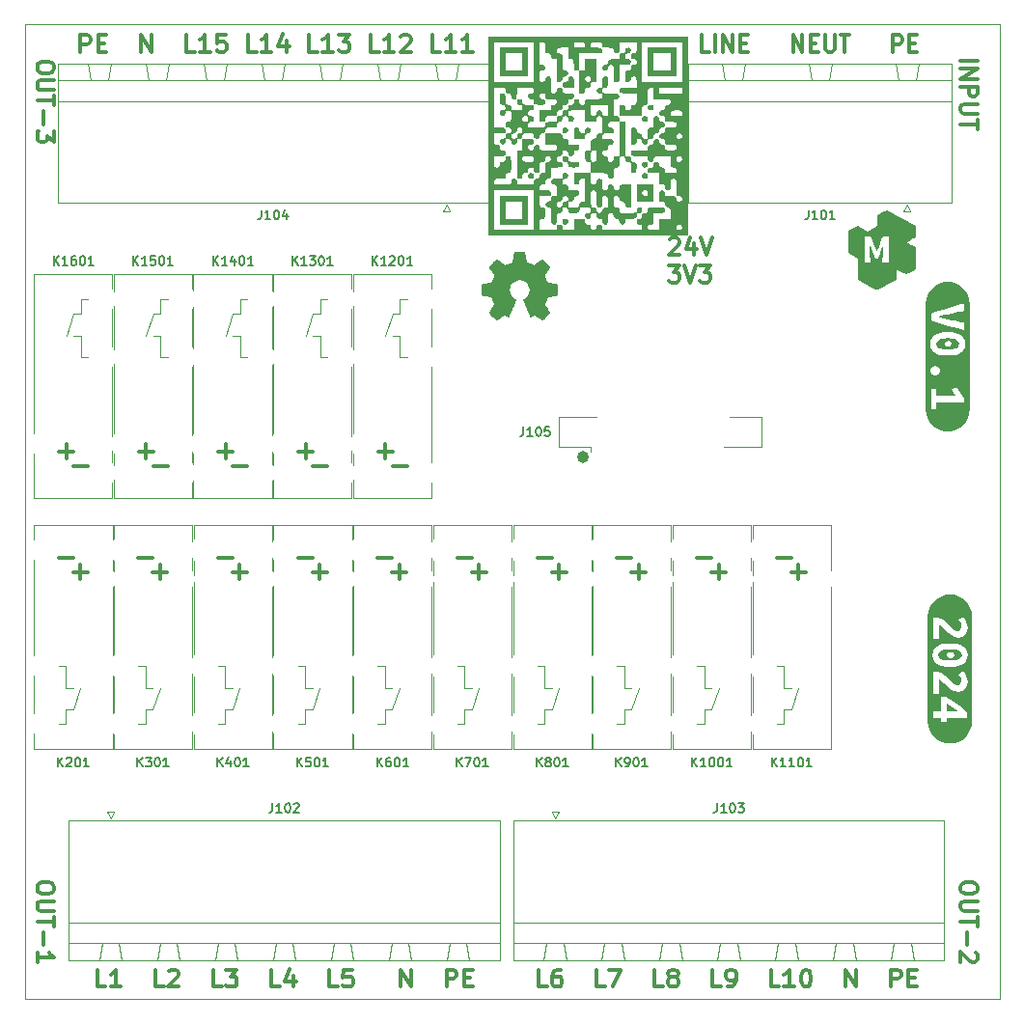
<source format=gbr>
G04 #@! TF.GenerationSoftware,KiCad,Pcbnew,6.0.10+dfsg-1~bpo11+1*
G04 #@! TF.ProjectId,project,70726f6a-6563-4742-9e6b-696361645f70,rev?*
G04 #@! TF.SameCoordinates,Original*
G04 #@! TF.FileFunction,Legend,Top*
G04 #@! TF.FilePolarity,Positive*
%FSLAX46Y46*%
G04 Gerber Fmt 4.6, Leading zero omitted, Abs format (unit mm)*
%MOMM*%
%LPD*%
G01*
G04 APERTURE LIST*
%ADD10C,0.550000*%
G04 #@! TA.AperFunction,Profile*
%ADD11C,0.100000*%
G04 #@! TD*
%ADD12C,0.300000*%
%ADD13C,0.150000*%
%ADD14C,0.120000*%
%ADD15C,0.010000*%
%ADD16C,2.400000*%
%ADD17O,2.080000X3.600000*%
%ADD18O,2.100000X3.600000*%
G04 APERTURE END LIST*
D10*
X174737500Y-86237500D02*
G75*
G03*
X174737500Y-86237500I-275000J0D01*
G01*
D11*
X211012500Y-48287500D02*
X211012500Y-133787500D01*
X211012500Y-133787500D02*
X125512500Y-133787500D01*
X125512500Y-48287500D02*
X211012500Y-48287500D01*
X125512500Y-133787500D02*
X125512500Y-48287500D01*
D12*
X130377023Y-50716071D02*
X130377023Y-49216071D01*
X130967499Y-49216071D01*
X131115119Y-49287500D01*
X131188928Y-49358928D01*
X131262738Y-49501785D01*
X131262738Y-49716071D01*
X131188928Y-49858928D01*
X131115119Y-49930357D01*
X130967499Y-50001785D01*
X130377023Y-50001785D01*
X131927023Y-49930357D02*
X132443690Y-49930357D01*
X132665119Y-50716071D02*
X131927023Y-50716071D01*
X131927023Y-49216071D01*
X132665119Y-49216071D01*
X135691309Y-50716071D02*
X135691309Y-49216071D01*
X136577023Y-50716071D01*
X136577023Y-49216071D01*
X140415119Y-50716071D02*
X139677023Y-50716071D01*
X139677023Y-49216071D01*
X141743690Y-50716071D02*
X140857976Y-50716071D01*
X141300833Y-50716071D02*
X141300833Y-49216071D01*
X141153214Y-49430357D01*
X141005595Y-49573214D01*
X140857976Y-49644642D01*
X143146071Y-49216071D02*
X142407976Y-49216071D01*
X142334166Y-49930357D01*
X142407976Y-49858928D01*
X142555595Y-49787500D01*
X142924642Y-49787500D01*
X143072261Y-49858928D01*
X143146071Y-49930357D01*
X143219880Y-50073214D01*
X143219880Y-50430357D01*
X143146071Y-50573214D01*
X143072261Y-50644642D01*
X142924642Y-50716071D01*
X142555595Y-50716071D01*
X142407976Y-50644642D01*
X142334166Y-50573214D01*
X145803214Y-50716071D02*
X145065119Y-50716071D01*
X145065119Y-49216071D01*
X147131785Y-50716071D02*
X146246071Y-50716071D01*
X146688928Y-50716071D02*
X146688928Y-49216071D01*
X146541309Y-49430357D01*
X146393690Y-49573214D01*
X146246071Y-49644642D01*
X148460357Y-49716071D02*
X148460357Y-50716071D01*
X148091309Y-49144642D02*
X147722261Y-50216071D01*
X148681785Y-50216071D01*
X151191309Y-50716071D02*
X150453214Y-50716071D01*
X150453214Y-49216071D01*
X152519880Y-50716071D02*
X151634166Y-50716071D01*
X152077023Y-50716071D02*
X152077023Y-49216071D01*
X151929404Y-49430357D01*
X151781785Y-49573214D01*
X151634166Y-49644642D01*
X153036547Y-49216071D02*
X153996071Y-49216071D01*
X153479404Y-49787500D01*
X153700833Y-49787500D01*
X153848452Y-49858928D01*
X153922261Y-49930357D01*
X153996071Y-50073214D01*
X153996071Y-50430357D01*
X153922261Y-50573214D01*
X153848452Y-50644642D01*
X153700833Y-50716071D01*
X153257976Y-50716071D01*
X153110357Y-50644642D01*
X153036547Y-50573214D01*
X156579404Y-50716071D02*
X155841309Y-50716071D01*
X155841309Y-49216071D01*
X157907976Y-50716071D02*
X157022261Y-50716071D01*
X157465119Y-50716071D02*
X157465119Y-49216071D01*
X157317500Y-49430357D01*
X157169880Y-49573214D01*
X157022261Y-49644642D01*
X158498452Y-49358928D02*
X158572261Y-49287500D01*
X158719880Y-49216071D01*
X159088928Y-49216071D01*
X159236547Y-49287500D01*
X159310357Y-49358928D01*
X159384166Y-49501785D01*
X159384166Y-49644642D01*
X159310357Y-49858928D01*
X158424642Y-50716071D01*
X159384166Y-50716071D01*
X161967500Y-50716071D02*
X161229404Y-50716071D01*
X161229404Y-49216071D01*
X163296071Y-50716071D02*
X162410357Y-50716071D01*
X162853214Y-50716071D02*
X162853214Y-49216071D01*
X162705595Y-49430357D01*
X162557976Y-49573214D01*
X162410357Y-49644642D01*
X164772261Y-50716071D02*
X163886547Y-50716071D01*
X164329404Y-50716071D02*
X164329404Y-49216071D01*
X164181785Y-49430357D01*
X164034166Y-49573214D01*
X163886547Y-49644642D01*
X128083928Y-123913928D02*
X128083928Y-124199642D01*
X128012500Y-124342500D01*
X127869642Y-124485357D01*
X127583928Y-124556785D01*
X127083928Y-124556785D01*
X126798214Y-124485357D01*
X126655357Y-124342500D01*
X126583928Y-124199642D01*
X126583928Y-123913928D01*
X126655357Y-123771071D01*
X126798214Y-123628214D01*
X127083928Y-123556785D01*
X127583928Y-123556785D01*
X127869642Y-123628214D01*
X128012500Y-123771071D01*
X128083928Y-123913928D01*
X128083928Y-125199642D02*
X126869642Y-125199642D01*
X126726785Y-125271071D01*
X126655357Y-125342500D01*
X126583928Y-125485357D01*
X126583928Y-125771071D01*
X126655357Y-125913928D01*
X126726785Y-125985357D01*
X126869642Y-126056785D01*
X128083928Y-126056785D01*
X128083928Y-126556785D02*
X128083928Y-127413928D01*
X126583928Y-126985357D02*
X128083928Y-126985357D01*
X127155357Y-127913928D02*
X127155357Y-129056785D01*
X126583928Y-130556785D02*
X126583928Y-129699642D01*
X126583928Y-130128214D02*
X128083928Y-130128214D01*
X127869642Y-129985357D01*
X127726785Y-129842500D01*
X127655357Y-129699642D01*
X207583928Y-51477142D02*
X209083928Y-51477142D01*
X207583928Y-52191428D02*
X209083928Y-52191428D01*
X207583928Y-53048571D01*
X209083928Y-53048571D01*
X207583928Y-53762857D02*
X209083928Y-53762857D01*
X209083928Y-54334285D01*
X209012500Y-54477142D01*
X208941071Y-54548571D01*
X208798214Y-54620000D01*
X208583928Y-54620000D01*
X208441071Y-54548571D01*
X208369642Y-54477142D01*
X208298214Y-54334285D01*
X208298214Y-53762857D01*
X209083928Y-55262857D02*
X207869642Y-55262857D01*
X207726785Y-55334285D01*
X207655357Y-55405714D01*
X207583928Y-55548571D01*
X207583928Y-55834285D01*
X207655357Y-55977142D01*
X207726785Y-56048571D01*
X207869642Y-56120000D01*
X209083928Y-56120000D01*
X209083928Y-56620000D02*
X209083928Y-57477142D01*
X207583928Y-57048571D02*
X209083928Y-57048571D01*
X128083928Y-51913928D02*
X128083928Y-52199642D01*
X128012500Y-52342500D01*
X127869642Y-52485357D01*
X127583928Y-52556785D01*
X127083928Y-52556785D01*
X126798214Y-52485357D01*
X126655357Y-52342500D01*
X126583928Y-52199642D01*
X126583928Y-51913928D01*
X126655357Y-51771071D01*
X126798214Y-51628214D01*
X127083928Y-51556785D01*
X127583928Y-51556785D01*
X127869642Y-51628214D01*
X128012500Y-51771071D01*
X128083928Y-51913928D01*
X128083928Y-53199642D02*
X126869642Y-53199642D01*
X126726785Y-53271071D01*
X126655357Y-53342500D01*
X126583928Y-53485357D01*
X126583928Y-53771071D01*
X126655357Y-53913928D01*
X126726785Y-53985357D01*
X126869642Y-54056785D01*
X128083928Y-54056785D01*
X128083928Y-54556785D02*
X128083928Y-55413928D01*
X126583928Y-54985357D02*
X128083928Y-54985357D01*
X127155357Y-55913928D02*
X127155357Y-57056785D01*
X128083928Y-57628214D02*
X128083928Y-58556785D01*
X127512500Y-58056785D01*
X127512500Y-58271071D01*
X127441071Y-58413928D01*
X127369642Y-58485357D01*
X127226785Y-58556785D01*
X126869642Y-58556785D01*
X126726785Y-58485357D01*
X126655357Y-58413928D01*
X126583928Y-58271071D01*
X126583928Y-57842500D01*
X126655357Y-57699642D01*
X126726785Y-57628214D01*
X171296071Y-132716071D02*
X170557976Y-132716071D01*
X170557976Y-131216071D01*
X172477023Y-131216071D02*
X172181785Y-131216071D01*
X172034166Y-131287500D01*
X171960357Y-131358928D01*
X171812738Y-131573214D01*
X171738928Y-131858928D01*
X171738928Y-132430357D01*
X171812738Y-132573214D01*
X171886547Y-132644642D01*
X172034166Y-132716071D01*
X172329404Y-132716071D01*
X172477023Y-132644642D01*
X172550833Y-132573214D01*
X172624642Y-132430357D01*
X172624642Y-132073214D01*
X172550833Y-131930357D01*
X172477023Y-131858928D01*
X172329404Y-131787500D01*
X172034166Y-131787500D01*
X171886547Y-131858928D01*
X171812738Y-131930357D01*
X171738928Y-132073214D01*
X176388928Y-132716071D02*
X175650833Y-132716071D01*
X175650833Y-131216071D01*
X176757976Y-131216071D02*
X177791309Y-131216071D01*
X177127023Y-132716071D01*
X181481785Y-132716071D02*
X180743690Y-132716071D01*
X180743690Y-131216071D01*
X182219880Y-131858928D02*
X182072261Y-131787500D01*
X181998452Y-131716071D01*
X181924642Y-131573214D01*
X181924642Y-131501785D01*
X181998452Y-131358928D01*
X182072261Y-131287500D01*
X182219880Y-131216071D01*
X182515119Y-131216071D01*
X182662738Y-131287500D01*
X182736547Y-131358928D01*
X182810357Y-131501785D01*
X182810357Y-131573214D01*
X182736547Y-131716071D01*
X182662738Y-131787500D01*
X182515119Y-131858928D01*
X182219880Y-131858928D01*
X182072261Y-131930357D01*
X181998452Y-132001785D01*
X181924642Y-132144642D01*
X181924642Y-132430357D01*
X181998452Y-132573214D01*
X182072261Y-132644642D01*
X182219880Y-132716071D01*
X182515119Y-132716071D01*
X182662738Y-132644642D01*
X182736547Y-132573214D01*
X182810357Y-132430357D01*
X182810357Y-132144642D01*
X182736547Y-132001785D01*
X182662738Y-131930357D01*
X182515119Y-131858928D01*
X186574642Y-132716071D02*
X185836547Y-132716071D01*
X185836547Y-131216071D01*
X187165119Y-132716071D02*
X187460357Y-132716071D01*
X187607976Y-132644642D01*
X187681785Y-132573214D01*
X187829404Y-132358928D01*
X187903214Y-132073214D01*
X187903214Y-131501785D01*
X187829404Y-131358928D01*
X187755595Y-131287500D01*
X187607976Y-131216071D01*
X187312738Y-131216071D01*
X187165119Y-131287500D01*
X187091309Y-131358928D01*
X187017500Y-131501785D01*
X187017500Y-131858928D01*
X187091309Y-132001785D01*
X187165119Y-132073214D01*
X187312738Y-132144642D01*
X187607976Y-132144642D01*
X187755595Y-132073214D01*
X187829404Y-132001785D01*
X187903214Y-131858928D01*
X191667500Y-132716071D02*
X190929404Y-132716071D01*
X190929404Y-131216071D01*
X192996071Y-132716071D02*
X192110357Y-132716071D01*
X192553214Y-132716071D02*
X192553214Y-131216071D01*
X192405595Y-131430357D01*
X192257976Y-131573214D01*
X192110357Y-131644642D01*
X193955595Y-131216071D02*
X194103214Y-131216071D01*
X194250833Y-131287500D01*
X194324642Y-131358928D01*
X194398452Y-131501785D01*
X194472261Y-131787500D01*
X194472261Y-132144642D01*
X194398452Y-132430357D01*
X194324642Y-132573214D01*
X194250833Y-132644642D01*
X194103214Y-132716071D01*
X193955595Y-132716071D01*
X193807976Y-132644642D01*
X193734166Y-132573214D01*
X193660357Y-132430357D01*
X193586547Y-132144642D01*
X193586547Y-131787500D01*
X193660357Y-131501785D01*
X193734166Y-131358928D01*
X193807976Y-131287500D01*
X193955595Y-131216071D01*
X197498452Y-132716071D02*
X197498452Y-131216071D01*
X198384166Y-132716071D01*
X198384166Y-131216071D01*
X201484166Y-132716071D02*
X201484166Y-131216071D01*
X202074642Y-131216071D01*
X202222261Y-131287500D01*
X202296071Y-131358928D01*
X202369880Y-131501785D01*
X202369880Y-131716071D01*
X202296071Y-131858928D01*
X202222261Y-131930357D01*
X202074642Y-132001785D01*
X201484166Y-132001785D01*
X203034166Y-131930357D02*
X203550833Y-131930357D01*
X203772261Y-132716071D02*
X203034166Y-132716071D01*
X203034166Y-131216071D01*
X203772261Y-131216071D01*
X182076785Y-67151428D02*
X182148214Y-67080000D01*
X182291071Y-67008571D01*
X182648214Y-67008571D01*
X182791071Y-67080000D01*
X182862500Y-67151428D01*
X182933928Y-67294285D01*
X182933928Y-67437142D01*
X182862500Y-67651428D01*
X182005357Y-68508571D01*
X182933928Y-68508571D01*
X184219642Y-67508571D02*
X184219642Y-68508571D01*
X183862500Y-66937142D02*
X183505357Y-68008571D01*
X184433928Y-68008571D01*
X184791071Y-67008571D02*
X185291071Y-68508571D01*
X185791071Y-67008571D01*
X182005357Y-69423571D02*
X182933928Y-69423571D01*
X182433928Y-69995000D01*
X182648214Y-69995000D01*
X182791071Y-70066428D01*
X182862500Y-70137857D01*
X182933928Y-70280714D01*
X182933928Y-70637857D01*
X182862500Y-70780714D01*
X182791071Y-70852142D01*
X182648214Y-70923571D01*
X182219642Y-70923571D01*
X182076785Y-70852142D01*
X182005357Y-70780714D01*
X183362500Y-69423571D02*
X183862500Y-70923571D01*
X184362500Y-69423571D01*
X184719642Y-69423571D02*
X185648214Y-69423571D01*
X185148214Y-69995000D01*
X185362500Y-69995000D01*
X185505357Y-70066428D01*
X185576785Y-70137857D01*
X185648214Y-70280714D01*
X185648214Y-70637857D01*
X185576785Y-70780714D01*
X185505357Y-70852142D01*
X185362500Y-70923571D01*
X184933928Y-70923571D01*
X184791071Y-70852142D01*
X184719642Y-70780714D01*
X185562738Y-50716071D02*
X184872261Y-50716071D01*
X184872261Y-49216071D01*
X186046071Y-50716071D02*
X186046071Y-49216071D01*
X186736547Y-50716071D02*
X186736547Y-49216071D01*
X187565119Y-50716071D01*
X187565119Y-49216071D01*
X188255595Y-49930357D02*
X188738928Y-49930357D01*
X188946071Y-50716071D02*
X188255595Y-50716071D01*
X188255595Y-49216071D01*
X188946071Y-49216071D01*
X192881785Y-50716071D02*
X192881785Y-49216071D01*
X193710357Y-50716071D01*
X193710357Y-49216071D01*
X194400833Y-49930357D02*
X194884166Y-49930357D01*
X195091309Y-50716071D02*
X194400833Y-50716071D01*
X194400833Y-49216071D01*
X195091309Y-49216071D01*
X195712738Y-49216071D02*
X195712738Y-50430357D01*
X195781785Y-50573214D01*
X195850833Y-50644642D01*
X195988928Y-50716071D01*
X196265119Y-50716071D01*
X196403214Y-50644642D01*
X196472261Y-50573214D01*
X196541309Y-50430357D01*
X196541309Y-49216071D01*
X197024642Y-49216071D02*
X197853214Y-49216071D01*
X197438928Y-50716071D02*
X197438928Y-49216071D01*
X201650833Y-50716071D02*
X201650833Y-49216071D01*
X202203214Y-49216071D01*
X202341309Y-49287500D01*
X202410357Y-49358928D01*
X202479404Y-49501785D01*
X202479404Y-49716071D01*
X202410357Y-49858928D01*
X202341309Y-49930357D01*
X202203214Y-50001785D01*
X201650833Y-50001785D01*
X203100833Y-49930357D02*
X203584166Y-49930357D01*
X203791309Y-50716071D02*
X203100833Y-50716071D01*
X203100833Y-49216071D01*
X203791309Y-49216071D01*
X209083928Y-123913928D02*
X209083928Y-124199642D01*
X209012500Y-124342500D01*
X208869642Y-124485357D01*
X208583928Y-124556785D01*
X208083928Y-124556785D01*
X207798214Y-124485357D01*
X207655357Y-124342500D01*
X207583928Y-124199642D01*
X207583928Y-123913928D01*
X207655357Y-123771071D01*
X207798214Y-123628214D01*
X208083928Y-123556785D01*
X208583928Y-123556785D01*
X208869642Y-123628214D01*
X209012500Y-123771071D01*
X209083928Y-123913928D01*
X209083928Y-125199642D02*
X207869642Y-125199642D01*
X207726785Y-125271071D01*
X207655357Y-125342500D01*
X207583928Y-125485357D01*
X207583928Y-125771071D01*
X207655357Y-125913928D01*
X207726785Y-125985357D01*
X207869642Y-126056785D01*
X209083928Y-126056785D01*
X209083928Y-126556785D02*
X209083928Y-127413928D01*
X207583928Y-126985357D02*
X209083928Y-126985357D01*
X208155357Y-127913928D02*
X208155357Y-129056785D01*
X208941071Y-129699642D02*
X209012500Y-129771071D01*
X209083928Y-129913928D01*
X209083928Y-130271071D01*
X209012500Y-130413928D01*
X208941071Y-130485357D01*
X208798214Y-130556785D01*
X208655357Y-130556785D01*
X208441071Y-130485357D01*
X207583928Y-129628214D01*
X207583928Y-130556785D01*
X132591309Y-132716071D02*
X131853214Y-132716071D01*
X131853214Y-131216071D01*
X133919880Y-132716071D02*
X133034166Y-132716071D01*
X133477023Y-132716071D02*
X133477023Y-131216071D01*
X133329404Y-131430357D01*
X133181785Y-131573214D01*
X133034166Y-131644642D01*
X137684166Y-132716071D02*
X136946071Y-132716071D01*
X136946071Y-131216071D01*
X138127023Y-131358928D02*
X138200833Y-131287500D01*
X138348452Y-131216071D01*
X138717500Y-131216071D01*
X138865119Y-131287500D01*
X138938928Y-131358928D01*
X139012738Y-131501785D01*
X139012738Y-131644642D01*
X138938928Y-131858928D01*
X138053214Y-132716071D01*
X139012738Y-132716071D01*
X142777023Y-132716071D02*
X142038928Y-132716071D01*
X142038928Y-131216071D01*
X143146071Y-131216071D02*
X144105595Y-131216071D01*
X143588928Y-131787500D01*
X143810357Y-131787500D01*
X143957976Y-131858928D01*
X144031785Y-131930357D01*
X144105595Y-132073214D01*
X144105595Y-132430357D01*
X144031785Y-132573214D01*
X143957976Y-132644642D01*
X143810357Y-132716071D01*
X143367500Y-132716071D01*
X143219880Y-132644642D01*
X143146071Y-132573214D01*
X147869880Y-132716071D02*
X147131785Y-132716071D01*
X147131785Y-131216071D01*
X149050833Y-131716071D02*
X149050833Y-132716071D01*
X148681785Y-131144642D02*
X148312738Y-132216071D01*
X149272261Y-132216071D01*
X152962738Y-132716071D02*
X152224642Y-132716071D01*
X152224642Y-131216071D01*
X154217500Y-131216071D02*
X153479404Y-131216071D01*
X153405595Y-131930357D01*
X153479404Y-131858928D01*
X153627023Y-131787500D01*
X153996071Y-131787500D01*
X154143690Y-131858928D01*
X154217500Y-131930357D01*
X154291309Y-132073214D01*
X154291309Y-132430357D01*
X154217500Y-132573214D01*
X154143690Y-132644642D01*
X153996071Y-132716071D01*
X153627023Y-132716071D01*
X153479404Y-132644642D01*
X153405595Y-132573214D01*
X158498452Y-132716071D02*
X158498452Y-131216071D01*
X159384166Y-132716071D01*
X159384166Y-131216071D01*
X162484166Y-132716071D02*
X162484166Y-131216071D01*
X163074642Y-131216071D01*
X163222261Y-131287500D01*
X163296071Y-131358928D01*
X163369880Y-131501785D01*
X163369880Y-131716071D01*
X163296071Y-131858928D01*
X163222261Y-131930357D01*
X163074642Y-132001785D01*
X162484166Y-132001785D01*
X164034166Y-131930357D02*
X164550833Y-131930357D01*
X164772261Y-132716071D02*
X164034166Y-132716071D01*
X164034166Y-131216071D01*
X164772261Y-131216071D01*
D13*
X128029166Y-69399404D02*
X128029166Y-68599404D01*
X128486309Y-69399404D02*
X128143452Y-68942261D01*
X128486309Y-68599404D02*
X128029166Y-69056547D01*
X129248214Y-69399404D02*
X128791071Y-69399404D01*
X129019642Y-69399404D02*
X129019642Y-68599404D01*
X128943452Y-68713690D01*
X128867261Y-68789880D01*
X128791071Y-68827976D01*
X129933928Y-68599404D02*
X129781547Y-68599404D01*
X129705357Y-68637500D01*
X129667261Y-68675595D01*
X129591071Y-68789880D01*
X129552976Y-68942261D01*
X129552976Y-69247023D01*
X129591071Y-69323214D01*
X129629166Y-69361309D01*
X129705357Y-69399404D01*
X129857738Y-69399404D01*
X129933928Y-69361309D01*
X129972023Y-69323214D01*
X130010119Y-69247023D01*
X130010119Y-69056547D01*
X129972023Y-68980357D01*
X129933928Y-68942261D01*
X129857738Y-68904166D01*
X129705357Y-68904166D01*
X129629166Y-68942261D01*
X129591071Y-68980357D01*
X129552976Y-69056547D01*
X130505357Y-68599404D02*
X130581547Y-68599404D01*
X130657738Y-68637500D01*
X130695833Y-68675595D01*
X130733928Y-68751785D01*
X130772023Y-68904166D01*
X130772023Y-69094642D01*
X130733928Y-69247023D01*
X130695833Y-69323214D01*
X130657738Y-69361309D01*
X130581547Y-69399404D01*
X130505357Y-69399404D01*
X130429166Y-69361309D01*
X130391071Y-69323214D01*
X130352976Y-69247023D01*
X130314880Y-69094642D01*
X130314880Y-68904166D01*
X130352976Y-68751785D01*
X130391071Y-68675595D01*
X130429166Y-68637500D01*
X130505357Y-68599404D01*
X131533928Y-69399404D02*
X131076785Y-69399404D01*
X131305357Y-69399404D02*
X131305357Y-68599404D01*
X131229166Y-68713690D01*
X131152976Y-68789880D01*
X131076785Y-68827976D01*
X149370119Y-113404404D02*
X149370119Y-112604404D01*
X149827261Y-113404404D02*
X149484404Y-112947261D01*
X149827261Y-112604404D02*
X149370119Y-113061547D01*
X150551071Y-112604404D02*
X150170119Y-112604404D01*
X150132023Y-112985357D01*
X150170119Y-112947261D01*
X150246309Y-112909166D01*
X150436785Y-112909166D01*
X150512976Y-112947261D01*
X150551071Y-112985357D01*
X150589166Y-113061547D01*
X150589166Y-113252023D01*
X150551071Y-113328214D01*
X150512976Y-113366309D01*
X150436785Y-113404404D01*
X150246309Y-113404404D01*
X150170119Y-113366309D01*
X150132023Y-113328214D01*
X151084404Y-112604404D02*
X151160595Y-112604404D01*
X151236785Y-112642500D01*
X151274880Y-112680595D01*
X151312976Y-112756785D01*
X151351071Y-112909166D01*
X151351071Y-113099642D01*
X151312976Y-113252023D01*
X151274880Y-113328214D01*
X151236785Y-113366309D01*
X151160595Y-113404404D01*
X151084404Y-113404404D01*
X151008214Y-113366309D01*
X150970119Y-113328214D01*
X150932023Y-113252023D01*
X150893928Y-113099642D01*
X150893928Y-112909166D01*
X150932023Y-112756785D01*
X150970119Y-112680595D01*
X151008214Y-112642500D01*
X151084404Y-112604404D01*
X152112976Y-113404404D02*
X151655833Y-113404404D01*
X151884404Y-113404404D02*
X151884404Y-112604404D01*
X151808214Y-112718690D01*
X151732023Y-112794880D01*
X151655833Y-112832976D01*
X147233928Y-116621904D02*
X147233928Y-117193333D01*
X147195833Y-117307619D01*
X147119642Y-117383809D01*
X147005357Y-117421904D01*
X146929166Y-117421904D01*
X148033928Y-117421904D02*
X147576785Y-117421904D01*
X147805357Y-117421904D02*
X147805357Y-116621904D01*
X147729166Y-116736190D01*
X147652976Y-116812380D01*
X147576785Y-116850476D01*
X148529166Y-116621904D02*
X148605357Y-116621904D01*
X148681547Y-116660000D01*
X148719642Y-116698095D01*
X148757738Y-116774285D01*
X148795833Y-116926666D01*
X148795833Y-117117142D01*
X148757738Y-117269523D01*
X148719642Y-117345714D01*
X148681547Y-117383809D01*
X148605357Y-117421904D01*
X148529166Y-117421904D01*
X148452976Y-117383809D01*
X148414880Y-117345714D01*
X148376785Y-117269523D01*
X148338690Y-117117142D01*
X148338690Y-116926666D01*
X148376785Y-116774285D01*
X148414880Y-116698095D01*
X148452976Y-116660000D01*
X148529166Y-116621904D01*
X149100595Y-116698095D02*
X149138690Y-116660000D01*
X149214880Y-116621904D01*
X149405357Y-116621904D01*
X149481547Y-116660000D01*
X149519642Y-116698095D01*
X149557738Y-116774285D01*
X149557738Y-116850476D01*
X149519642Y-116964761D01*
X149062500Y-117421904D01*
X149557738Y-117421904D01*
X194233928Y-64576904D02*
X194233928Y-65148333D01*
X194195833Y-65262619D01*
X194119642Y-65338809D01*
X194005357Y-65376904D01*
X193929166Y-65376904D01*
X195033928Y-65376904D02*
X194576785Y-65376904D01*
X194805357Y-65376904D02*
X194805357Y-64576904D01*
X194729166Y-64691190D01*
X194652976Y-64767380D01*
X194576785Y-64805476D01*
X195529166Y-64576904D02*
X195605357Y-64576904D01*
X195681547Y-64615000D01*
X195719642Y-64653095D01*
X195757738Y-64729285D01*
X195795833Y-64881666D01*
X195795833Y-65072142D01*
X195757738Y-65224523D01*
X195719642Y-65300714D01*
X195681547Y-65338809D01*
X195605357Y-65376904D01*
X195529166Y-65376904D01*
X195452976Y-65338809D01*
X195414880Y-65300714D01*
X195376785Y-65224523D01*
X195338690Y-65072142D01*
X195338690Y-64881666D01*
X195376785Y-64729285D01*
X195414880Y-64653095D01*
X195452976Y-64615000D01*
X195529166Y-64576904D01*
X196557738Y-65376904D02*
X196100595Y-65376904D01*
X196329166Y-65376904D02*
X196329166Y-64576904D01*
X196252976Y-64691190D01*
X196176785Y-64767380D01*
X196100595Y-64805476D01*
X142410119Y-113404404D02*
X142410119Y-112604404D01*
X142867261Y-113404404D02*
X142524404Y-112947261D01*
X142867261Y-112604404D02*
X142410119Y-113061547D01*
X143552976Y-112871071D02*
X143552976Y-113404404D01*
X143362500Y-112566309D02*
X143172023Y-113137738D01*
X143667261Y-113137738D01*
X144124404Y-112604404D02*
X144200595Y-112604404D01*
X144276785Y-112642500D01*
X144314880Y-112680595D01*
X144352976Y-112756785D01*
X144391071Y-112909166D01*
X144391071Y-113099642D01*
X144352976Y-113252023D01*
X144314880Y-113328214D01*
X144276785Y-113366309D01*
X144200595Y-113404404D01*
X144124404Y-113404404D01*
X144048214Y-113366309D01*
X144010119Y-113328214D01*
X143972023Y-113252023D01*
X143933928Y-113099642D01*
X143933928Y-112909166D01*
X143972023Y-112756785D01*
X144010119Y-112680595D01*
X144048214Y-112642500D01*
X144124404Y-112604404D01*
X145152976Y-113404404D02*
X144695833Y-113404404D01*
X144924404Y-113404404D02*
X144924404Y-112604404D01*
X144848214Y-112718690D01*
X144772023Y-112794880D01*
X144695833Y-112832976D01*
X177370119Y-113404404D02*
X177370119Y-112604404D01*
X177827261Y-113404404D02*
X177484404Y-112947261D01*
X177827261Y-112604404D02*
X177370119Y-113061547D01*
X178208214Y-113404404D02*
X178360595Y-113404404D01*
X178436785Y-113366309D01*
X178474880Y-113328214D01*
X178551071Y-113213928D01*
X178589166Y-113061547D01*
X178589166Y-112756785D01*
X178551071Y-112680595D01*
X178512976Y-112642500D01*
X178436785Y-112604404D01*
X178284404Y-112604404D01*
X178208214Y-112642500D01*
X178170119Y-112680595D01*
X178132023Y-112756785D01*
X178132023Y-112947261D01*
X178170119Y-113023452D01*
X178208214Y-113061547D01*
X178284404Y-113099642D01*
X178436785Y-113099642D01*
X178512976Y-113061547D01*
X178551071Y-113023452D01*
X178589166Y-112947261D01*
X179084404Y-112604404D02*
X179160595Y-112604404D01*
X179236785Y-112642500D01*
X179274880Y-112680595D01*
X179312976Y-112756785D01*
X179351071Y-112909166D01*
X179351071Y-113099642D01*
X179312976Y-113252023D01*
X179274880Y-113328214D01*
X179236785Y-113366309D01*
X179160595Y-113404404D01*
X179084404Y-113404404D01*
X179008214Y-113366309D01*
X178970119Y-113328214D01*
X178932023Y-113252023D01*
X178893928Y-113099642D01*
X178893928Y-112909166D01*
X178932023Y-112756785D01*
X178970119Y-112680595D01*
X179008214Y-112642500D01*
X179084404Y-112604404D01*
X180112976Y-113404404D02*
X179655833Y-113404404D01*
X179884404Y-113404404D02*
X179884404Y-112604404D01*
X179808214Y-112718690D01*
X179732023Y-112794880D01*
X179655833Y-112832976D01*
X148989166Y-69399404D02*
X148989166Y-68599404D01*
X149446309Y-69399404D02*
X149103452Y-68942261D01*
X149446309Y-68599404D02*
X148989166Y-69056547D01*
X150208214Y-69399404D02*
X149751071Y-69399404D01*
X149979642Y-69399404D02*
X149979642Y-68599404D01*
X149903452Y-68713690D01*
X149827261Y-68789880D01*
X149751071Y-68827976D01*
X150474880Y-68599404D02*
X150970119Y-68599404D01*
X150703452Y-68904166D01*
X150817738Y-68904166D01*
X150893928Y-68942261D01*
X150932023Y-68980357D01*
X150970119Y-69056547D01*
X150970119Y-69247023D01*
X150932023Y-69323214D01*
X150893928Y-69361309D01*
X150817738Y-69399404D01*
X150589166Y-69399404D01*
X150512976Y-69361309D01*
X150474880Y-69323214D01*
X151465357Y-68599404D02*
X151541547Y-68599404D01*
X151617738Y-68637500D01*
X151655833Y-68675595D01*
X151693928Y-68751785D01*
X151732023Y-68904166D01*
X151732023Y-69094642D01*
X151693928Y-69247023D01*
X151655833Y-69323214D01*
X151617738Y-69361309D01*
X151541547Y-69399404D01*
X151465357Y-69399404D01*
X151389166Y-69361309D01*
X151351071Y-69323214D01*
X151312976Y-69247023D01*
X151274880Y-69094642D01*
X151274880Y-68904166D01*
X151312976Y-68751785D01*
X151351071Y-68675595D01*
X151389166Y-68637500D01*
X151465357Y-68599404D01*
X152493928Y-69399404D02*
X152036785Y-69399404D01*
X152265357Y-69399404D02*
X152265357Y-68599404D01*
X152189166Y-68713690D01*
X152112976Y-68789880D01*
X152036785Y-68827976D01*
X128370119Y-113404404D02*
X128370119Y-112604404D01*
X128827261Y-113404404D02*
X128484404Y-112947261D01*
X128827261Y-112604404D02*
X128370119Y-113061547D01*
X129132023Y-112680595D02*
X129170119Y-112642500D01*
X129246309Y-112604404D01*
X129436785Y-112604404D01*
X129512976Y-112642500D01*
X129551071Y-112680595D01*
X129589166Y-112756785D01*
X129589166Y-112832976D01*
X129551071Y-112947261D01*
X129093928Y-113404404D01*
X129589166Y-113404404D01*
X130084404Y-112604404D02*
X130160595Y-112604404D01*
X130236785Y-112642500D01*
X130274880Y-112680595D01*
X130312976Y-112756785D01*
X130351071Y-112909166D01*
X130351071Y-113099642D01*
X130312976Y-113252023D01*
X130274880Y-113328214D01*
X130236785Y-113366309D01*
X130160595Y-113404404D01*
X130084404Y-113404404D01*
X130008214Y-113366309D01*
X129970119Y-113328214D01*
X129932023Y-113252023D01*
X129893928Y-113099642D01*
X129893928Y-112909166D01*
X129932023Y-112756785D01*
X129970119Y-112680595D01*
X130008214Y-112642500D01*
X130084404Y-112604404D01*
X131112976Y-113404404D02*
X130655833Y-113404404D01*
X130884404Y-113404404D02*
X130884404Y-112604404D01*
X130808214Y-112718690D01*
X130732023Y-112794880D01*
X130655833Y-112832976D01*
X156410119Y-113404404D02*
X156410119Y-112604404D01*
X156867261Y-113404404D02*
X156524404Y-112947261D01*
X156867261Y-112604404D02*
X156410119Y-113061547D01*
X157552976Y-112604404D02*
X157400595Y-112604404D01*
X157324404Y-112642500D01*
X157286309Y-112680595D01*
X157210119Y-112794880D01*
X157172023Y-112947261D01*
X157172023Y-113252023D01*
X157210119Y-113328214D01*
X157248214Y-113366309D01*
X157324404Y-113404404D01*
X157476785Y-113404404D01*
X157552976Y-113366309D01*
X157591071Y-113328214D01*
X157629166Y-113252023D01*
X157629166Y-113061547D01*
X157591071Y-112985357D01*
X157552976Y-112947261D01*
X157476785Y-112909166D01*
X157324404Y-112909166D01*
X157248214Y-112947261D01*
X157210119Y-112985357D01*
X157172023Y-113061547D01*
X158124404Y-112604404D02*
X158200595Y-112604404D01*
X158276785Y-112642500D01*
X158314880Y-112680595D01*
X158352976Y-112756785D01*
X158391071Y-112909166D01*
X158391071Y-113099642D01*
X158352976Y-113252023D01*
X158314880Y-113328214D01*
X158276785Y-113366309D01*
X158200595Y-113404404D01*
X158124404Y-113404404D01*
X158048214Y-113366309D01*
X158010119Y-113328214D01*
X157972023Y-113252023D01*
X157933928Y-113099642D01*
X157933928Y-112909166D01*
X157972023Y-112756785D01*
X158010119Y-112680595D01*
X158048214Y-112642500D01*
X158124404Y-112604404D01*
X159152976Y-113404404D02*
X158695833Y-113404404D01*
X158924404Y-113404404D02*
X158924404Y-112604404D01*
X158848214Y-112718690D01*
X158772023Y-112794880D01*
X158695833Y-112832976D01*
X146233928Y-64576904D02*
X146233928Y-65148333D01*
X146195833Y-65262619D01*
X146119642Y-65338809D01*
X146005357Y-65376904D01*
X145929166Y-65376904D01*
X147033928Y-65376904D02*
X146576785Y-65376904D01*
X146805357Y-65376904D02*
X146805357Y-64576904D01*
X146729166Y-64691190D01*
X146652976Y-64767380D01*
X146576785Y-64805476D01*
X147529166Y-64576904D02*
X147605357Y-64576904D01*
X147681547Y-64615000D01*
X147719642Y-64653095D01*
X147757738Y-64729285D01*
X147795833Y-64881666D01*
X147795833Y-65072142D01*
X147757738Y-65224523D01*
X147719642Y-65300714D01*
X147681547Y-65338809D01*
X147605357Y-65376904D01*
X147529166Y-65376904D01*
X147452976Y-65338809D01*
X147414880Y-65300714D01*
X147376785Y-65224523D01*
X147338690Y-65072142D01*
X147338690Y-64881666D01*
X147376785Y-64729285D01*
X147414880Y-64653095D01*
X147452976Y-64615000D01*
X147529166Y-64576904D01*
X148481547Y-64843571D02*
X148481547Y-65376904D01*
X148291071Y-64538809D02*
X148100595Y-65110238D01*
X148595833Y-65110238D01*
X170410119Y-113404404D02*
X170410119Y-112604404D01*
X170867261Y-113404404D02*
X170524404Y-112947261D01*
X170867261Y-112604404D02*
X170410119Y-113061547D01*
X171324404Y-112947261D02*
X171248214Y-112909166D01*
X171210119Y-112871071D01*
X171172023Y-112794880D01*
X171172023Y-112756785D01*
X171210119Y-112680595D01*
X171248214Y-112642500D01*
X171324404Y-112604404D01*
X171476785Y-112604404D01*
X171552976Y-112642500D01*
X171591071Y-112680595D01*
X171629166Y-112756785D01*
X171629166Y-112794880D01*
X171591071Y-112871071D01*
X171552976Y-112909166D01*
X171476785Y-112947261D01*
X171324404Y-112947261D01*
X171248214Y-112985357D01*
X171210119Y-113023452D01*
X171172023Y-113099642D01*
X171172023Y-113252023D01*
X171210119Y-113328214D01*
X171248214Y-113366309D01*
X171324404Y-113404404D01*
X171476785Y-113404404D01*
X171552976Y-113366309D01*
X171591071Y-113328214D01*
X171629166Y-113252023D01*
X171629166Y-113099642D01*
X171591071Y-113023452D01*
X171552976Y-112985357D01*
X171476785Y-112947261D01*
X172124404Y-112604404D02*
X172200595Y-112604404D01*
X172276785Y-112642500D01*
X172314880Y-112680595D01*
X172352976Y-112756785D01*
X172391071Y-112909166D01*
X172391071Y-113099642D01*
X172352976Y-113252023D01*
X172314880Y-113328214D01*
X172276785Y-113366309D01*
X172200595Y-113404404D01*
X172124404Y-113404404D01*
X172048214Y-113366309D01*
X172010119Y-113328214D01*
X171972023Y-113252023D01*
X171933928Y-113099642D01*
X171933928Y-112909166D01*
X171972023Y-112756785D01*
X172010119Y-112680595D01*
X172048214Y-112642500D01*
X172124404Y-112604404D01*
X173152976Y-113404404D02*
X172695833Y-113404404D01*
X172924404Y-113404404D02*
X172924404Y-112604404D01*
X172848214Y-112718690D01*
X172772023Y-112794880D01*
X172695833Y-112832976D01*
X169233928Y-83599404D02*
X169233928Y-84170833D01*
X169195833Y-84285119D01*
X169119642Y-84361309D01*
X169005357Y-84399404D01*
X168929166Y-84399404D01*
X170033928Y-84399404D02*
X169576785Y-84399404D01*
X169805357Y-84399404D02*
X169805357Y-83599404D01*
X169729166Y-83713690D01*
X169652976Y-83789880D01*
X169576785Y-83827976D01*
X170529166Y-83599404D02*
X170605357Y-83599404D01*
X170681547Y-83637500D01*
X170719642Y-83675595D01*
X170757738Y-83751785D01*
X170795833Y-83904166D01*
X170795833Y-84094642D01*
X170757738Y-84247023D01*
X170719642Y-84323214D01*
X170681547Y-84361309D01*
X170605357Y-84399404D01*
X170529166Y-84399404D01*
X170452976Y-84361309D01*
X170414880Y-84323214D01*
X170376785Y-84247023D01*
X170338690Y-84094642D01*
X170338690Y-83904166D01*
X170376785Y-83751785D01*
X170414880Y-83675595D01*
X170452976Y-83637500D01*
X170529166Y-83599404D01*
X171519642Y-83599404D02*
X171138690Y-83599404D01*
X171100595Y-83980357D01*
X171138690Y-83942261D01*
X171214880Y-83904166D01*
X171405357Y-83904166D01*
X171481547Y-83942261D01*
X171519642Y-83980357D01*
X171557738Y-84056547D01*
X171557738Y-84247023D01*
X171519642Y-84323214D01*
X171481547Y-84361309D01*
X171405357Y-84399404D01*
X171214880Y-84399404D01*
X171138690Y-84361309D01*
X171100595Y-84323214D01*
X142029166Y-69399404D02*
X142029166Y-68599404D01*
X142486309Y-69399404D02*
X142143452Y-68942261D01*
X142486309Y-68599404D02*
X142029166Y-69056547D01*
X143248214Y-69399404D02*
X142791071Y-69399404D01*
X143019642Y-69399404D02*
X143019642Y-68599404D01*
X142943452Y-68713690D01*
X142867261Y-68789880D01*
X142791071Y-68827976D01*
X143933928Y-68866071D02*
X143933928Y-69399404D01*
X143743452Y-68561309D02*
X143552976Y-69132738D01*
X144048214Y-69132738D01*
X144505357Y-68599404D02*
X144581547Y-68599404D01*
X144657738Y-68637500D01*
X144695833Y-68675595D01*
X144733928Y-68751785D01*
X144772023Y-68904166D01*
X144772023Y-69094642D01*
X144733928Y-69247023D01*
X144695833Y-69323214D01*
X144657738Y-69361309D01*
X144581547Y-69399404D01*
X144505357Y-69399404D01*
X144429166Y-69361309D01*
X144391071Y-69323214D01*
X144352976Y-69247023D01*
X144314880Y-69094642D01*
X144314880Y-68904166D01*
X144352976Y-68751785D01*
X144391071Y-68675595D01*
X144429166Y-68637500D01*
X144505357Y-68599404D01*
X145533928Y-69399404D02*
X145076785Y-69399404D01*
X145305357Y-69399404D02*
X145305357Y-68599404D01*
X145229166Y-68713690D01*
X145152976Y-68789880D01*
X145076785Y-68827976D01*
X186233928Y-116621904D02*
X186233928Y-117193333D01*
X186195833Y-117307619D01*
X186119642Y-117383809D01*
X186005357Y-117421904D01*
X185929166Y-117421904D01*
X187033928Y-117421904D02*
X186576785Y-117421904D01*
X186805357Y-117421904D02*
X186805357Y-116621904D01*
X186729166Y-116736190D01*
X186652976Y-116812380D01*
X186576785Y-116850476D01*
X187529166Y-116621904D02*
X187605357Y-116621904D01*
X187681547Y-116660000D01*
X187719642Y-116698095D01*
X187757738Y-116774285D01*
X187795833Y-116926666D01*
X187795833Y-117117142D01*
X187757738Y-117269523D01*
X187719642Y-117345714D01*
X187681547Y-117383809D01*
X187605357Y-117421904D01*
X187529166Y-117421904D01*
X187452976Y-117383809D01*
X187414880Y-117345714D01*
X187376785Y-117269523D01*
X187338690Y-117117142D01*
X187338690Y-116926666D01*
X187376785Y-116774285D01*
X187414880Y-116698095D01*
X187452976Y-116660000D01*
X187529166Y-116621904D01*
X188062500Y-116621904D02*
X188557738Y-116621904D01*
X188291071Y-116926666D01*
X188405357Y-116926666D01*
X188481547Y-116964761D01*
X188519642Y-117002857D01*
X188557738Y-117079047D01*
X188557738Y-117269523D01*
X188519642Y-117345714D01*
X188481547Y-117383809D01*
X188405357Y-117421904D01*
X188176785Y-117421904D01*
X188100595Y-117383809D01*
X188062500Y-117345714D01*
X163410119Y-113404404D02*
X163410119Y-112604404D01*
X163867261Y-113404404D02*
X163524404Y-112947261D01*
X163867261Y-112604404D02*
X163410119Y-113061547D01*
X164133928Y-112604404D02*
X164667261Y-112604404D01*
X164324404Y-113404404D01*
X165124404Y-112604404D02*
X165200595Y-112604404D01*
X165276785Y-112642500D01*
X165314880Y-112680595D01*
X165352976Y-112756785D01*
X165391071Y-112909166D01*
X165391071Y-113099642D01*
X165352976Y-113252023D01*
X165314880Y-113328214D01*
X165276785Y-113366309D01*
X165200595Y-113404404D01*
X165124404Y-113404404D01*
X165048214Y-113366309D01*
X165010119Y-113328214D01*
X164972023Y-113252023D01*
X164933928Y-113099642D01*
X164933928Y-112909166D01*
X164972023Y-112756785D01*
X165010119Y-112680595D01*
X165048214Y-112642500D01*
X165124404Y-112604404D01*
X166152976Y-113404404D02*
X165695833Y-113404404D01*
X165924404Y-113404404D02*
X165924404Y-112604404D01*
X165848214Y-112718690D01*
X165772023Y-112794880D01*
X165695833Y-112832976D01*
X184029166Y-113404404D02*
X184029166Y-112604404D01*
X184486309Y-113404404D02*
X184143452Y-112947261D01*
X184486309Y-112604404D02*
X184029166Y-113061547D01*
X185248214Y-113404404D02*
X184791071Y-113404404D01*
X185019642Y-113404404D02*
X185019642Y-112604404D01*
X184943452Y-112718690D01*
X184867261Y-112794880D01*
X184791071Y-112832976D01*
X185743452Y-112604404D02*
X185819642Y-112604404D01*
X185895833Y-112642500D01*
X185933928Y-112680595D01*
X185972023Y-112756785D01*
X186010119Y-112909166D01*
X186010119Y-113099642D01*
X185972023Y-113252023D01*
X185933928Y-113328214D01*
X185895833Y-113366309D01*
X185819642Y-113404404D01*
X185743452Y-113404404D01*
X185667261Y-113366309D01*
X185629166Y-113328214D01*
X185591071Y-113252023D01*
X185552976Y-113099642D01*
X185552976Y-112909166D01*
X185591071Y-112756785D01*
X185629166Y-112680595D01*
X185667261Y-112642500D01*
X185743452Y-112604404D01*
X186505357Y-112604404D02*
X186581547Y-112604404D01*
X186657738Y-112642500D01*
X186695833Y-112680595D01*
X186733928Y-112756785D01*
X186772023Y-112909166D01*
X186772023Y-113099642D01*
X186733928Y-113252023D01*
X186695833Y-113328214D01*
X186657738Y-113366309D01*
X186581547Y-113404404D01*
X186505357Y-113404404D01*
X186429166Y-113366309D01*
X186391071Y-113328214D01*
X186352976Y-113252023D01*
X186314880Y-113099642D01*
X186314880Y-112909166D01*
X186352976Y-112756785D01*
X186391071Y-112680595D01*
X186429166Y-112642500D01*
X186505357Y-112604404D01*
X187533928Y-113404404D02*
X187076785Y-113404404D01*
X187305357Y-113404404D02*
X187305357Y-112604404D01*
X187229166Y-112718690D01*
X187152976Y-112794880D01*
X187076785Y-112832976D01*
X191029166Y-113404404D02*
X191029166Y-112604404D01*
X191486309Y-113404404D02*
X191143452Y-112947261D01*
X191486309Y-112604404D02*
X191029166Y-113061547D01*
X192248214Y-113404404D02*
X191791071Y-113404404D01*
X192019642Y-113404404D02*
X192019642Y-112604404D01*
X191943452Y-112718690D01*
X191867261Y-112794880D01*
X191791071Y-112832976D01*
X193010119Y-113404404D02*
X192552976Y-113404404D01*
X192781547Y-113404404D02*
X192781547Y-112604404D01*
X192705357Y-112718690D01*
X192629166Y-112794880D01*
X192552976Y-112832976D01*
X193505357Y-112604404D02*
X193581547Y-112604404D01*
X193657738Y-112642500D01*
X193695833Y-112680595D01*
X193733928Y-112756785D01*
X193772023Y-112909166D01*
X193772023Y-113099642D01*
X193733928Y-113252023D01*
X193695833Y-113328214D01*
X193657738Y-113366309D01*
X193581547Y-113404404D01*
X193505357Y-113404404D01*
X193429166Y-113366309D01*
X193391071Y-113328214D01*
X193352976Y-113252023D01*
X193314880Y-113099642D01*
X193314880Y-112909166D01*
X193352976Y-112756785D01*
X193391071Y-112680595D01*
X193429166Y-112642500D01*
X193505357Y-112604404D01*
X194533928Y-113404404D02*
X194076785Y-113404404D01*
X194305357Y-113404404D02*
X194305357Y-112604404D01*
X194229166Y-112718690D01*
X194152976Y-112794880D01*
X194076785Y-112832976D01*
X155989166Y-69399404D02*
X155989166Y-68599404D01*
X156446309Y-69399404D02*
X156103452Y-68942261D01*
X156446309Y-68599404D02*
X155989166Y-69056547D01*
X157208214Y-69399404D02*
X156751071Y-69399404D01*
X156979642Y-69399404D02*
X156979642Y-68599404D01*
X156903452Y-68713690D01*
X156827261Y-68789880D01*
X156751071Y-68827976D01*
X157512976Y-68675595D02*
X157551071Y-68637500D01*
X157627261Y-68599404D01*
X157817738Y-68599404D01*
X157893928Y-68637500D01*
X157932023Y-68675595D01*
X157970119Y-68751785D01*
X157970119Y-68827976D01*
X157932023Y-68942261D01*
X157474880Y-69399404D01*
X157970119Y-69399404D01*
X158465357Y-68599404D02*
X158541547Y-68599404D01*
X158617738Y-68637500D01*
X158655833Y-68675595D01*
X158693928Y-68751785D01*
X158732023Y-68904166D01*
X158732023Y-69094642D01*
X158693928Y-69247023D01*
X158655833Y-69323214D01*
X158617738Y-69361309D01*
X158541547Y-69399404D01*
X158465357Y-69399404D01*
X158389166Y-69361309D01*
X158351071Y-69323214D01*
X158312976Y-69247023D01*
X158274880Y-69094642D01*
X158274880Y-68904166D01*
X158312976Y-68751785D01*
X158351071Y-68675595D01*
X158389166Y-68637500D01*
X158465357Y-68599404D01*
X159493928Y-69399404D02*
X159036785Y-69399404D01*
X159265357Y-69399404D02*
X159265357Y-68599404D01*
X159189166Y-68713690D01*
X159112976Y-68789880D01*
X159036785Y-68827976D01*
X134989166Y-69399404D02*
X134989166Y-68599404D01*
X135446309Y-69399404D02*
X135103452Y-68942261D01*
X135446309Y-68599404D02*
X134989166Y-69056547D01*
X136208214Y-69399404D02*
X135751071Y-69399404D01*
X135979642Y-69399404D02*
X135979642Y-68599404D01*
X135903452Y-68713690D01*
X135827261Y-68789880D01*
X135751071Y-68827976D01*
X136932023Y-68599404D02*
X136551071Y-68599404D01*
X136512976Y-68980357D01*
X136551071Y-68942261D01*
X136627261Y-68904166D01*
X136817738Y-68904166D01*
X136893928Y-68942261D01*
X136932023Y-68980357D01*
X136970119Y-69056547D01*
X136970119Y-69247023D01*
X136932023Y-69323214D01*
X136893928Y-69361309D01*
X136817738Y-69399404D01*
X136627261Y-69399404D01*
X136551071Y-69361309D01*
X136512976Y-69323214D01*
X137465357Y-68599404D02*
X137541547Y-68599404D01*
X137617738Y-68637500D01*
X137655833Y-68675595D01*
X137693928Y-68751785D01*
X137732023Y-68904166D01*
X137732023Y-69094642D01*
X137693928Y-69247023D01*
X137655833Y-69323214D01*
X137617738Y-69361309D01*
X137541547Y-69399404D01*
X137465357Y-69399404D01*
X137389166Y-69361309D01*
X137351071Y-69323214D01*
X137312976Y-69247023D01*
X137274880Y-69094642D01*
X137274880Y-68904166D01*
X137312976Y-68751785D01*
X137351071Y-68675595D01*
X137389166Y-68637500D01*
X137465357Y-68599404D01*
X138493928Y-69399404D02*
X138036785Y-69399404D01*
X138265357Y-69399404D02*
X138265357Y-68599404D01*
X138189166Y-68713690D01*
X138112976Y-68789880D01*
X138036785Y-68827976D01*
X135370119Y-113404404D02*
X135370119Y-112604404D01*
X135827261Y-113404404D02*
X135484404Y-112947261D01*
X135827261Y-112604404D02*
X135370119Y-113061547D01*
X136093928Y-112604404D02*
X136589166Y-112604404D01*
X136322500Y-112909166D01*
X136436785Y-112909166D01*
X136512976Y-112947261D01*
X136551071Y-112985357D01*
X136589166Y-113061547D01*
X136589166Y-113252023D01*
X136551071Y-113328214D01*
X136512976Y-113366309D01*
X136436785Y-113404404D01*
X136208214Y-113404404D01*
X136132023Y-113366309D01*
X136093928Y-113328214D01*
X137084404Y-112604404D02*
X137160595Y-112604404D01*
X137236785Y-112642500D01*
X137274880Y-112680595D01*
X137312976Y-112756785D01*
X137351071Y-112909166D01*
X137351071Y-113099642D01*
X137312976Y-113252023D01*
X137274880Y-113328214D01*
X137236785Y-113366309D01*
X137160595Y-113404404D01*
X137084404Y-113404404D01*
X137008214Y-113366309D01*
X136970119Y-113328214D01*
X136932023Y-113252023D01*
X136893928Y-113099642D01*
X136893928Y-112909166D01*
X136932023Y-112756785D01*
X136970119Y-112680595D01*
X137008214Y-112642500D01*
X137084404Y-112604404D01*
X138112976Y-113404404D02*
X137655833Y-113404404D01*
X137884404Y-113404404D02*
X137884404Y-112604404D01*
X137808214Y-112718690D01*
X137732023Y-112794880D01*
X137655833Y-112832976D01*
D14*
X129762500Y-73697500D02*
X129127500Y-75602500D01*
D12*
X131032500Y-87032500D02*
X129762500Y-87032500D01*
X129762500Y-85762500D02*
X128492500Y-85762500D01*
D14*
X130397500Y-73697500D02*
X130397500Y-72427500D01*
X126282500Y-70227500D02*
X133162500Y-70227500D01*
X130397500Y-73697500D02*
X129762500Y-73697500D01*
D12*
X129127500Y-86397500D02*
X129127500Y-85127500D01*
D14*
X133162500Y-70227500D02*
X133162500Y-89847500D01*
X131032500Y-77507500D02*
X130397500Y-77507500D01*
X126282500Y-89847500D02*
X126282500Y-70227500D01*
X130397500Y-75602500D02*
X129762500Y-75602500D01*
X130397500Y-72427500D02*
X131032500Y-72427500D01*
X133162500Y-89847500D02*
X126282500Y-89847500D01*
X130397500Y-77507500D02*
X130397500Y-75602500D01*
X150087500Y-108382500D02*
X150087500Y-109652500D01*
D12*
X149452500Y-95047500D02*
X150722500Y-95047500D01*
D14*
X154202500Y-92232500D02*
X154202500Y-111852500D01*
D12*
X151357500Y-95682500D02*
X151357500Y-96952500D01*
D14*
X147322500Y-92232500D02*
X154202500Y-92232500D01*
D12*
X150722500Y-96317500D02*
X151992500Y-96317500D01*
D14*
X154202500Y-111852500D02*
X147322500Y-111852500D01*
X150087500Y-104572500D02*
X150087500Y-106477500D01*
X150722500Y-108382500D02*
X151357500Y-106477500D01*
X147322500Y-111852500D02*
X147322500Y-92232500D01*
X150087500Y-106477500D02*
X150722500Y-106477500D01*
X149452500Y-104572500D02*
X150087500Y-104572500D01*
X150087500Y-109652500D02*
X149452500Y-109652500D01*
X150087500Y-108382500D02*
X150722500Y-108382500D01*
G36*
X169418314Y-68706431D02*
G01*
X169502135Y-69151055D01*
X169811420Y-69278553D01*
X170120706Y-69406051D01*
X170491746Y-69153746D01*
X170595657Y-69083496D01*
X170689587Y-69020772D01*
X170769152Y-68968438D01*
X170829970Y-68929357D01*
X170867657Y-68906393D01*
X170877921Y-68901442D01*
X170896410Y-68914176D01*
X170935920Y-68949382D01*
X170992022Y-69002562D01*
X171060287Y-69069218D01*
X171136286Y-69144854D01*
X171215592Y-69224972D01*
X171293775Y-69305074D01*
X171366407Y-69380664D01*
X171429059Y-69447245D01*
X171477303Y-69500318D01*
X171506710Y-69535387D01*
X171513741Y-69547123D01*
X171503623Y-69568760D01*
X171475259Y-69616162D01*
X171431629Y-69684693D01*
X171375718Y-69769715D01*
X171310506Y-69866593D01*
X171272719Y-69921850D01*
X171203843Y-70022748D01*
X171142640Y-70113799D01*
X171092078Y-70190470D01*
X171055128Y-70248228D01*
X171034758Y-70282543D01*
X171031697Y-70289754D01*
X171038636Y-70310248D01*
X171057551Y-70358013D01*
X171085587Y-70426332D01*
X171119891Y-70508489D01*
X171157609Y-70597770D01*
X171195887Y-70687458D01*
X171231870Y-70770838D01*
X171262706Y-70841194D01*
X171285539Y-70891810D01*
X171297517Y-70915971D01*
X171298224Y-70916922D01*
X171317031Y-70921536D01*
X171367118Y-70931828D01*
X171443293Y-70946787D01*
X171540365Y-70965401D01*
X171653143Y-70986659D01*
X171718942Y-70998918D01*
X171839450Y-71021862D01*
X171948297Y-71043695D01*
X172039976Y-71063222D01*
X172108981Y-71079248D01*
X172149804Y-71090579D01*
X172158011Y-71094174D01*
X172166048Y-71118506D01*
X172172533Y-71173459D01*
X172177470Y-71252608D01*
X172180864Y-71349526D01*
X172182718Y-71457787D01*
X172183038Y-71570965D01*
X172181827Y-71682635D01*
X172179090Y-71786368D01*
X172174831Y-71875741D01*
X172169055Y-71944326D01*
X172161767Y-71985697D01*
X172157395Y-71994310D01*
X172131264Y-72004633D01*
X172075893Y-72019392D01*
X171998607Y-72036852D01*
X171906730Y-72055280D01*
X171874658Y-72061241D01*
X171720024Y-72089566D01*
X171597875Y-72112376D01*
X171504173Y-72130580D01*
X171434884Y-72145083D01*
X171385971Y-72156792D01*
X171353397Y-72166615D01*
X171333128Y-72175456D01*
X171321126Y-72184224D01*
X171319447Y-72185957D01*
X171302684Y-72213871D01*
X171277114Y-72268195D01*
X171245288Y-72342277D01*
X171209760Y-72429465D01*
X171173083Y-72523108D01*
X171137811Y-72616552D01*
X171106496Y-72703147D01*
X171081693Y-72776240D01*
X171065954Y-72829178D01*
X171061832Y-72855311D01*
X171062176Y-72856226D01*
X171076141Y-72877586D01*
X171107822Y-72924584D01*
X171153891Y-72992327D01*
X171211018Y-73075923D01*
X171275873Y-73170482D01*
X171294343Y-73197354D01*
X171360199Y-73294775D01*
X171418150Y-73383663D01*
X171465038Y-73458912D01*
X171497707Y-73515420D01*
X171513000Y-73548081D01*
X171513741Y-73552093D01*
X171500892Y-73573184D01*
X171465388Y-73614964D01*
X171411793Y-73672945D01*
X171344671Y-73742635D01*
X171268587Y-73819545D01*
X171188104Y-73899183D01*
X171107787Y-73977061D01*
X171032199Y-74048686D01*
X170965905Y-74109570D01*
X170913469Y-74155221D01*
X170879455Y-74181150D01*
X170870045Y-74185383D01*
X170848143Y-74175412D01*
X170803300Y-74148520D01*
X170742821Y-74109236D01*
X170696289Y-74077617D01*
X170611975Y-74019598D01*
X170512126Y-73951284D01*
X170411973Y-73883079D01*
X170358127Y-73846575D01*
X170175871Y-73723300D01*
X170022881Y-73806020D01*
X169953182Y-73842259D01*
X169893914Y-73870426D01*
X169853811Y-73886491D01*
X169843603Y-73888726D01*
X169831329Y-73872222D01*
X169807113Y-73825582D01*
X169772763Y-73753109D01*
X169730088Y-73659106D01*
X169680894Y-73547874D01*
X169626990Y-73423715D01*
X169570184Y-73290932D01*
X169512282Y-73153827D01*
X169455093Y-73016702D01*
X169400424Y-72883858D01*
X169350084Y-72759598D01*
X169305880Y-72648225D01*
X169269619Y-72554039D01*
X169243109Y-72481344D01*
X169228158Y-72434441D01*
X169225754Y-72418333D01*
X169244811Y-72397786D01*
X169286536Y-72364433D01*
X169342206Y-72325202D01*
X169346878Y-72322099D01*
X169490764Y-72206923D01*
X169606783Y-72072553D01*
X169693930Y-71923284D01*
X169751199Y-71763413D01*
X169777586Y-71597237D01*
X169772085Y-71429052D01*
X169733690Y-71263155D01*
X169661395Y-71103842D01*
X169640126Y-71068987D01*
X169529496Y-70928237D01*
X169398802Y-70815214D01*
X169252564Y-70730503D01*
X169095308Y-70674694D01*
X168931557Y-70648374D01*
X168765833Y-70652130D01*
X168602662Y-70686550D01*
X168446565Y-70752223D01*
X168302067Y-70849735D01*
X168257369Y-70889313D01*
X168143612Y-71013203D01*
X168060718Y-71143624D01*
X168003856Y-71289815D01*
X167972187Y-71434588D01*
X167964369Y-71597360D01*
X167990438Y-71760940D01*
X168047745Y-71919798D01*
X168133644Y-72068406D01*
X168245486Y-72201235D01*
X168380623Y-72312756D01*
X168398383Y-72324511D01*
X168454650Y-72363008D01*
X168497423Y-72396363D01*
X168517872Y-72417660D01*
X168518169Y-72418333D01*
X168513779Y-72441371D01*
X168496376Y-72493657D01*
X168467768Y-72570890D01*
X168429765Y-72668768D01*
X168384174Y-72782991D01*
X168332803Y-72909258D01*
X168277462Y-73043267D01*
X168219958Y-73180718D01*
X168162101Y-73317308D01*
X168105698Y-73448737D01*
X168052558Y-73570705D01*
X168004490Y-73678909D01*
X167963301Y-73769049D01*
X167930801Y-73836823D01*
X167908797Y-73877930D01*
X167899936Y-73888726D01*
X167872860Y-73880319D01*
X167822197Y-73857772D01*
X167756683Y-73825113D01*
X167720659Y-73806020D01*
X167567668Y-73723300D01*
X167385412Y-73846575D01*
X167292375Y-73909728D01*
X167190515Y-73979227D01*
X167095062Y-74044665D01*
X167047250Y-74077617D01*
X166980005Y-74122773D01*
X166923064Y-74158557D01*
X166883854Y-74180438D01*
X166871119Y-74185063D01*
X166852583Y-74172585D01*
X166811559Y-74137752D01*
X166752025Y-74084178D01*
X166677958Y-74015483D01*
X166593335Y-73935281D01*
X166539815Y-73883786D01*
X166446181Y-73791786D01*
X166365259Y-73709499D01*
X166300323Y-73640445D01*
X166254642Y-73588144D01*
X166231489Y-73556116D01*
X166229268Y-73549616D01*
X166239576Y-73524894D01*
X166268061Y-73474905D01*
X166311563Y-73404712D01*
X166366923Y-73319375D01*
X166430980Y-73223956D01*
X166449197Y-73197354D01*
X166515573Y-73100667D01*
X166575122Y-73013617D01*
X166624516Y-72941095D01*
X166660425Y-72887993D01*
X166679519Y-72859203D01*
X166681364Y-72856226D01*
X166678605Y-72833282D01*
X166663962Y-72782836D01*
X166639987Y-72711541D01*
X166609234Y-72626047D01*
X166574256Y-72533007D01*
X166537607Y-72439074D01*
X166501839Y-72350899D01*
X166469506Y-72275134D01*
X166443162Y-72218431D01*
X166425358Y-72187443D01*
X166424093Y-72185957D01*
X166413206Y-72177101D01*
X166394818Y-72168343D01*
X166364894Y-72158777D01*
X166319397Y-72147496D01*
X166254291Y-72133593D01*
X166165539Y-72116163D01*
X166049107Y-72094298D01*
X165900958Y-72067091D01*
X165868882Y-72061241D01*
X165773814Y-72042874D01*
X165690935Y-72024905D01*
X165627570Y-72009069D01*
X165591042Y-71997100D01*
X165586144Y-71994310D01*
X165578073Y-71969572D01*
X165571513Y-71914290D01*
X165566467Y-71834889D01*
X165562941Y-71737796D01*
X165560939Y-71629438D01*
X165560464Y-71516240D01*
X165561523Y-71404628D01*
X165564118Y-71301029D01*
X165568254Y-71211868D01*
X165573937Y-71143572D01*
X165581169Y-71102566D01*
X165585529Y-71094174D01*
X165609802Y-71085708D01*
X165665074Y-71071935D01*
X165745838Y-71054050D01*
X165846588Y-71033248D01*
X165961817Y-71010723D01*
X166024598Y-70998918D01*
X166143713Y-70976651D01*
X166249935Y-70956479D01*
X166338073Y-70939415D01*
X166402934Y-70926469D01*
X166439326Y-70918655D01*
X166445316Y-70916922D01*
X166455439Y-70897390D01*
X166476838Y-70850343D01*
X166506661Y-70782503D01*
X166542055Y-70700591D01*
X166580168Y-70611328D01*
X166618147Y-70521435D01*
X166653140Y-70437635D01*
X166682294Y-70366647D01*
X166702757Y-70315194D01*
X166711677Y-70289997D01*
X166711843Y-70288896D01*
X166701731Y-70269019D01*
X166673383Y-70223277D01*
X166629777Y-70156217D01*
X166573894Y-70072384D01*
X166508713Y-69976326D01*
X166470821Y-69921150D01*
X166401775Y-69819981D01*
X166340450Y-69728130D01*
X166289837Y-69650244D01*
X166252929Y-69590969D01*
X166232718Y-69554951D01*
X166229799Y-69546877D01*
X166242347Y-69528084D01*
X166277037Y-69487957D01*
X166329437Y-69430993D01*
X166395116Y-69361685D01*
X166469644Y-69284531D01*
X166548587Y-69204025D01*
X166627517Y-69124663D01*
X166702000Y-69050940D01*
X166767606Y-68987352D01*
X166819904Y-68938394D01*
X166854461Y-68908561D01*
X166866022Y-68901442D01*
X166884846Y-68911453D01*
X166929869Y-68939578D01*
X166996713Y-68982954D01*
X167081001Y-69038718D01*
X167178356Y-69104006D01*
X167251793Y-69153746D01*
X167622833Y-69406051D01*
X168241405Y-69151055D01*
X168325225Y-68706431D01*
X168409046Y-68261807D01*
X169334494Y-68261807D01*
X169418314Y-68706431D01*
G37*
D15*
X169418314Y-68706431D02*
X169502135Y-69151055D01*
X169811420Y-69278553D01*
X170120706Y-69406051D01*
X170491746Y-69153746D01*
X170595657Y-69083496D01*
X170689587Y-69020772D01*
X170769152Y-68968438D01*
X170829970Y-68929357D01*
X170867657Y-68906393D01*
X170877921Y-68901442D01*
X170896410Y-68914176D01*
X170935920Y-68949382D01*
X170992022Y-69002562D01*
X171060287Y-69069218D01*
X171136286Y-69144854D01*
X171215592Y-69224972D01*
X171293775Y-69305074D01*
X171366407Y-69380664D01*
X171429059Y-69447245D01*
X171477303Y-69500318D01*
X171506710Y-69535387D01*
X171513741Y-69547123D01*
X171503623Y-69568760D01*
X171475259Y-69616162D01*
X171431629Y-69684693D01*
X171375718Y-69769715D01*
X171310506Y-69866593D01*
X171272719Y-69921850D01*
X171203843Y-70022748D01*
X171142640Y-70113799D01*
X171092078Y-70190470D01*
X171055128Y-70248228D01*
X171034758Y-70282543D01*
X171031697Y-70289754D01*
X171038636Y-70310248D01*
X171057551Y-70358013D01*
X171085587Y-70426332D01*
X171119891Y-70508489D01*
X171157609Y-70597770D01*
X171195887Y-70687458D01*
X171231870Y-70770838D01*
X171262706Y-70841194D01*
X171285539Y-70891810D01*
X171297517Y-70915971D01*
X171298224Y-70916922D01*
X171317031Y-70921536D01*
X171367118Y-70931828D01*
X171443293Y-70946787D01*
X171540365Y-70965401D01*
X171653143Y-70986659D01*
X171718942Y-70998918D01*
X171839450Y-71021862D01*
X171948297Y-71043695D01*
X172039976Y-71063222D01*
X172108981Y-71079248D01*
X172149804Y-71090579D01*
X172158011Y-71094174D01*
X172166048Y-71118506D01*
X172172533Y-71173459D01*
X172177470Y-71252608D01*
X172180864Y-71349526D01*
X172182718Y-71457787D01*
X172183038Y-71570965D01*
X172181827Y-71682635D01*
X172179090Y-71786368D01*
X172174831Y-71875741D01*
X172169055Y-71944326D01*
X172161767Y-71985697D01*
X172157395Y-71994310D01*
X172131264Y-72004633D01*
X172075893Y-72019392D01*
X171998607Y-72036852D01*
X171906730Y-72055280D01*
X171874658Y-72061241D01*
X171720024Y-72089566D01*
X171597875Y-72112376D01*
X171504173Y-72130580D01*
X171434884Y-72145083D01*
X171385971Y-72156792D01*
X171353397Y-72166615D01*
X171333128Y-72175456D01*
X171321126Y-72184224D01*
X171319447Y-72185957D01*
X171302684Y-72213871D01*
X171277114Y-72268195D01*
X171245288Y-72342277D01*
X171209760Y-72429465D01*
X171173083Y-72523108D01*
X171137811Y-72616552D01*
X171106496Y-72703147D01*
X171081693Y-72776240D01*
X171065954Y-72829178D01*
X171061832Y-72855311D01*
X171062176Y-72856226D01*
X171076141Y-72877586D01*
X171107822Y-72924584D01*
X171153891Y-72992327D01*
X171211018Y-73075923D01*
X171275873Y-73170482D01*
X171294343Y-73197354D01*
X171360199Y-73294775D01*
X171418150Y-73383663D01*
X171465038Y-73458912D01*
X171497707Y-73515420D01*
X171513000Y-73548081D01*
X171513741Y-73552093D01*
X171500892Y-73573184D01*
X171465388Y-73614964D01*
X171411793Y-73672945D01*
X171344671Y-73742635D01*
X171268587Y-73819545D01*
X171188104Y-73899183D01*
X171107787Y-73977061D01*
X171032199Y-74048686D01*
X170965905Y-74109570D01*
X170913469Y-74155221D01*
X170879455Y-74181150D01*
X170870045Y-74185383D01*
X170848143Y-74175412D01*
X170803300Y-74148520D01*
X170742821Y-74109236D01*
X170696289Y-74077617D01*
X170611975Y-74019598D01*
X170512126Y-73951284D01*
X170411973Y-73883079D01*
X170358127Y-73846575D01*
X170175871Y-73723300D01*
X170022881Y-73806020D01*
X169953182Y-73842259D01*
X169893914Y-73870426D01*
X169853811Y-73886491D01*
X169843603Y-73888726D01*
X169831329Y-73872222D01*
X169807113Y-73825582D01*
X169772763Y-73753109D01*
X169730088Y-73659106D01*
X169680894Y-73547874D01*
X169626990Y-73423715D01*
X169570184Y-73290932D01*
X169512282Y-73153827D01*
X169455093Y-73016702D01*
X169400424Y-72883858D01*
X169350084Y-72759598D01*
X169305880Y-72648225D01*
X169269619Y-72554039D01*
X169243109Y-72481344D01*
X169228158Y-72434441D01*
X169225754Y-72418333D01*
X169244811Y-72397786D01*
X169286536Y-72364433D01*
X169342206Y-72325202D01*
X169346878Y-72322099D01*
X169490764Y-72206923D01*
X169606783Y-72072553D01*
X169693930Y-71923284D01*
X169751199Y-71763413D01*
X169777586Y-71597237D01*
X169772085Y-71429052D01*
X169733690Y-71263155D01*
X169661395Y-71103842D01*
X169640126Y-71068987D01*
X169529496Y-70928237D01*
X169398802Y-70815214D01*
X169252564Y-70730503D01*
X169095308Y-70674694D01*
X168931557Y-70648374D01*
X168765833Y-70652130D01*
X168602662Y-70686550D01*
X168446565Y-70752223D01*
X168302067Y-70849735D01*
X168257369Y-70889313D01*
X168143612Y-71013203D01*
X168060718Y-71143624D01*
X168003856Y-71289815D01*
X167972187Y-71434588D01*
X167964369Y-71597360D01*
X167990438Y-71760940D01*
X168047745Y-71919798D01*
X168133644Y-72068406D01*
X168245486Y-72201235D01*
X168380623Y-72312756D01*
X168398383Y-72324511D01*
X168454650Y-72363008D01*
X168497423Y-72396363D01*
X168517872Y-72417660D01*
X168518169Y-72418333D01*
X168513779Y-72441371D01*
X168496376Y-72493657D01*
X168467768Y-72570890D01*
X168429765Y-72668768D01*
X168384174Y-72782991D01*
X168332803Y-72909258D01*
X168277462Y-73043267D01*
X168219958Y-73180718D01*
X168162101Y-73317308D01*
X168105698Y-73448737D01*
X168052558Y-73570705D01*
X168004490Y-73678909D01*
X167963301Y-73769049D01*
X167930801Y-73836823D01*
X167908797Y-73877930D01*
X167899936Y-73888726D01*
X167872860Y-73880319D01*
X167822197Y-73857772D01*
X167756683Y-73825113D01*
X167720659Y-73806020D01*
X167567668Y-73723300D01*
X167385412Y-73846575D01*
X167292375Y-73909728D01*
X167190515Y-73979227D01*
X167095062Y-74044665D01*
X167047250Y-74077617D01*
X166980005Y-74122773D01*
X166923064Y-74158557D01*
X166883854Y-74180438D01*
X166871119Y-74185063D01*
X166852583Y-74172585D01*
X166811559Y-74137752D01*
X166752025Y-74084178D01*
X166677958Y-74015483D01*
X166593335Y-73935281D01*
X166539815Y-73883786D01*
X166446181Y-73791786D01*
X166365259Y-73709499D01*
X166300323Y-73640445D01*
X166254642Y-73588144D01*
X166231489Y-73556116D01*
X166229268Y-73549616D01*
X166239576Y-73524894D01*
X166268061Y-73474905D01*
X166311563Y-73404712D01*
X166366923Y-73319375D01*
X166430980Y-73223956D01*
X166449197Y-73197354D01*
X166515573Y-73100667D01*
X166575122Y-73013617D01*
X166624516Y-72941095D01*
X166660425Y-72887993D01*
X166679519Y-72859203D01*
X166681364Y-72856226D01*
X166678605Y-72833282D01*
X166663962Y-72782836D01*
X166639987Y-72711541D01*
X166609234Y-72626047D01*
X166574256Y-72533007D01*
X166537607Y-72439074D01*
X166501839Y-72350899D01*
X166469506Y-72275134D01*
X166443162Y-72218431D01*
X166425358Y-72187443D01*
X166424093Y-72185957D01*
X166413206Y-72177101D01*
X166394818Y-72168343D01*
X166364894Y-72158777D01*
X166319397Y-72147496D01*
X166254291Y-72133593D01*
X166165539Y-72116163D01*
X166049107Y-72094298D01*
X165900958Y-72067091D01*
X165868882Y-72061241D01*
X165773814Y-72042874D01*
X165690935Y-72024905D01*
X165627570Y-72009069D01*
X165591042Y-71997100D01*
X165586144Y-71994310D01*
X165578073Y-71969572D01*
X165571513Y-71914290D01*
X165566467Y-71834889D01*
X165562941Y-71737796D01*
X165560939Y-71629438D01*
X165560464Y-71516240D01*
X165561523Y-71404628D01*
X165564118Y-71301029D01*
X165568254Y-71211868D01*
X165573937Y-71143572D01*
X165581169Y-71102566D01*
X165585529Y-71094174D01*
X165609802Y-71085708D01*
X165665074Y-71071935D01*
X165745838Y-71054050D01*
X165846588Y-71033248D01*
X165961817Y-71010723D01*
X166024598Y-70998918D01*
X166143713Y-70976651D01*
X166249935Y-70956479D01*
X166338073Y-70939415D01*
X166402934Y-70926469D01*
X166439326Y-70918655D01*
X166445316Y-70916922D01*
X166455439Y-70897390D01*
X166476838Y-70850343D01*
X166506661Y-70782503D01*
X166542055Y-70700591D01*
X166580168Y-70611328D01*
X166618147Y-70521435D01*
X166653140Y-70437635D01*
X166682294Y-70366647D01*
X166702757Y-70315194D01*
X166711677Y-70289997D01*
X166711843Y-70288896D01*
X166701731Y-70269019D01*
X166673383Y-70223277D01*
X166629777Y-70156217D01*
X166573894Y-70072384D01*
X166508713Y-69976326D01*
X166470821Y-69921150D01*
X166401775Y-69819981D01*
X166340450Y-69728130D01*
X166289837Y-69650244D01*
X166252929Y-69590969D01*
X166232718Y-69554951D01*
X166229799Y-69546877D01*
X166242347Y-69528084D01*
X166277037Y-69487957D01*
X166329437Y-69430993D01*
X166395116Y-69361685D01*
X166469644Y-69284531D01*
X166548587Y-69204025D01*
X166627517Y-69124663D01*
X166702000Y-69050940D01*
X166767606Y-68987352D01*
X166819904Y-68938394D01*
X166854461Y-68908561D01*
X166866022Y-68901442D01*
X166884846Y-68911453D01*
X166929869Y-68939578D01*
X166996713Y-68982954D01*
X167081001Y-69038718D01*
X167178356Y-69104006D01*
X167251793Y-69153746D01*
X167622833Y-69406051D01*
X168241405Y-69151055D01*
X168325225Y-68706431D01*
X168409046Y-68261807D01*
X169334494Y-68261807D01*
X169418314Y-68706431D01*
G36*
X198143205Y-68594574D02*
G01*
X197717243Y-68362737D01*
X197741038Y-67390870D01*
X197764834Y-66419003D01*
X198567738Y-65977811D01*
X199406204Y-66434161D01*
X200260060Y-65963167D01*
X200261992Y-65497500D01*
X200263925Y-65031834D01*
X200688576Y-64807109D01*
X201113228Y-64582385D01*
X202379377Y-65272776D01*
X203645525Y-65963167D01*
X203647346Y-66475462D01*
X203649167Y-66987758D01*
X203263801Y-67174983D01*
X203053026Y-67293267D01*
X202932684Y-67392401D01*
X202921044Y-67431151D01*
X203018704Y-67505530D01*
X203214059Y-67611228D01*
X203306410Y-67654656D01*
X203649167Y-67809218D01*
X203648455Y-68791192D01*
X203647742Y-69773167D01*
X203221232Y-69998882D01*
X202794722Y-70224598D01*
X202438778Y-70021069D01*
X202218071Y-69901608D01*
X202059162Y-69827867D01*
X202019334Y-69816520D01*
X201983714Y-69892303D01*
X201960298Y-70088056D01*
X201954999Y-70260000D01*
X201954165Y-70704500D01*
X201171833Y-71127834D01*
X200834741Y-71305216D01*
X200544228Y-71448855D01*
X200337683Y-71540785D01*
X200262500Y-71564814D01*
X200139336Y-71531003D01*
X199906731Y-71428919D01*
X199601461Y-71275698D01*
X199353998Y-71141480D01*
X198572497Y-70704500D01*
X198569720Y-69138167D01*
X199161834Y-69138167D01*
X199687810Y-69138167D01*
X199627033Y-68355000D01*
X199606033Y-68022166D01*
X199599511Y-67770928D01*
X199607826Y-67635200D01*
X199619256Y-67622434D01*
X199670578Y-67722470D01*
X199756343Y-67938829D01*
X199858911Y-68226711D01*
X199869321Y-68257434D01*
X200009091Y-68620979D01*
X200132853Y-68819014D01*
X200249437Y-68853532D01*
X200367675Y-68726525D01*
X200496399Y-68439984D01*
X200510407Y-68402032D01*
X200652306Y-68021306D01*
X200747088Y-67799984D01*
X200801583Y-67736957D01*
X200822620Y-67831118D01*
X200817029Y-68081361D01*
X200800520Y-68355000D01*
X200748659Y-69138167D01*
X201278500Y-69138167D01*
X201278500Y-66852167D01*
X200997073Y-66852167D01*
X200854627Y-66859244D01*
X200757374Y-66902633D01*
X200680281Y-67015571D01*
X200598314Y-67231295D01*
X200514860Y-67492396D01*
X200413522Y-67797640D01*
X200324512Y-68034019D01*
X200263826Y-68159857D01*
X200255175Y-68169027D01*
X200202981Y-68111992D01*
X200114363Y-67928477D01*
X200005218Y-67653050D01*
X199960734Y-67528798D01*
X199843418Y-67200158D01*
X199756170Y-67000023D01*
X199674647Y-66896546D01*
X199574503Y-66857879D01*
X199443513Y-66852167D01*
X199161834Y-66852167D01*
X199161834Y-69138167D01*
X198569720Y-69138167D01*
X198569167Y-68826412D01*
X198143205Y-68594574D01*
G37*
D14*
X129372500Y-128870000D02*
X129372500Y-127070000D01*
X152342500Y-130370000D02*
X154342500Y-130370000D01*
X159172500Y-128870000D02*
X157672500Y-128870000D01*
X164252500Y-128870000D02*
X162752500Y-128870000D01*
X167152500Y-127070000D02*
X167152500Y-128870000D01*
X137102500Y-130370000D02*
X139102500Y-130370000D01*
X133772500Y-128870000D02*
X132272500Y-128870000D01*
X154092500Y-128870000D02*
X152592500Y-128870000D01*
X144182500Y-130370000D02*
X143932500Y-128870000D01*
X132272500Y-128870000D02*
X132022500Y-130370000D01*
X137352500Y-128870000D02*
X137102500Y-130370000D01*
X143932500Y-128870000D02*
X142432500Y-128870000D01*
X162502500Y-130370000D02*
X164502500Y-130370000D01*
X147512500Y-128870000D02*
X147262500Y-130370000D01*
X167152500Y-130370000D02*
X167152500Y-118150000D01*
X152592500Y-128870000D02*
X152342500Y-130370000D01*
X142182500Y-130370000D02*
X144182500Y-130370000D01*
X154342500Y-130370000D02*
X154092500Y-128870000D01*
X129372500Y-127070000D02*
X167152500Y-127070000D01*
X132722500Y-117350000D02*
X133322500Y-117350000D01*
X164502500Y-130370000D02*
X164252500Y-128870000D01*
X134022500Y-130370000D02*
X133772500Y-128870000D01*
X138852500Y-128870000D02*
X137352500Y-128870000D01*
X147262500Y-130370000D02*
X149262500Y-130370000D01*
X132022500Y-130370000D02*
X134022500Y-130370000D01*
X167152500Y-118150000D02*
X129372500Y-118150000D01*
X159422500Y-130370000D02*
X159172500Y-128870000D01*
X149012500Y-128870000D02*
X147512500Y-128870000D01*
X149262500Y-130370000D02*
X149012500Y-128870000D01*
X167152500Y-128870000D02*
X129372500Y-128870000D01*
X162752500Y-128870000D02*
X162502500Y-130370000D01*
X142432500Y-128870000D02*
X142182500Y-130370000D01*
X129372500Y-118150000D02*
X129372500Y-130370000D01*
X157422500Y-130370000D02*
X159422500Y-130370000D01*
X139102500Y-130370000D02*
X138852500Y-128870000D01*
X133322500Y-117350000D02*
X133022500Y-117950000D01*
X133022500Y-117950000D02*
X132722500Y-117350000D01*
X129372500Y-130370000D02*
X167152500Y-130370000D01*
X157672500Y-128870000D02*
X157422500Y-130370000D01*
X194512500Y-53205000D02*
X196012500Y-53205000D01*
X183722500Y-51705000D02*
X183722500Y-63925000D01*
X183722500Y-53205000D02*
X206802500Y-53205000D01*
X186642500Y-51705000D02*
X186892500Y-53205000D01*
X196012500Y-53205000D02*
X196262500Y-51705000D01*
X201882500Y-51705000D02*
X202132500Y-53205000D01*
X188642500Y-51705000D02*
X186642500Y-51705000D01*
X203882500Y-51705000D02*
X201882500Y-51705000D01*
X183722500Y-63925000D02*
X206802500Y-63925000D01*
X203182500Y-64725000D02*
X202582500Y-64725000D01*
X202882500Y-64125000D02*
X203182500Y-64725000D01*
X202582500Y-64725000D02*
X202882500Y-64125000D01*
X183722500Y-55005000D02*
X183722500Y-53205000D01*
X196262500Y-51705000D02*
X194262500Y-51705000D01*
X188392500Y-53205000D02*
X188642500Y-51705000D01*
X206802500Y-51705000D02*
X183722500Y-51705000D01*
X206802500Y-63925000D02*
X206802500Y-51705000D01*
X206802500Y-55005000D02*
X183722500Y-55005000D01*
X186892500Y-53205000D02*
X188392500Y-53205000D01*
X202132500Y-53205000D02*
X203632500Y-53205000D01*
X194262500Y-51705000D02*
X194512500Y-53205000D01*
X206802500Y-53205000D02*
X206802500Y-55005000D01*
X203632500Y-53205000D02*
X203882500Y-51705000D01*
D12*
X144357500Y-95682500D02*
X144357500Y-96952500D01*
X142452500Y-95047500D02*
X143722500Y-95047500D01*
D14*
X140322500Y-111852500D02*
X140322500Y-92232500D01*
X142452500Y-104572500D02*
X143087500Y-104572500D01*
X143087500Y-108382500D02*
X143722500Y-108382500D01*
X147202500Y-111852500D02*
X140322500Y-111852500D01*
X143087500Y-108382500D02*
X143087500Y-109652500D01*
X143722500Y-108382500D02*
X144357500Y-106477500D01*
D12*
X143722500Y-96317500D02*
X144992500Y-96317500D01*
D14*
X140322500Y-92232500D02*
X147202500Y-92232500D01*
X143087500Y-109652500D02*
X142452500Y-109652500D01*
X147202500Y-92232500D02*
X147202500Y-111852500D01*
X143087500Y-106477500D02*
X143722500Y-106477500D01*
X143087500Y-104572500D02*
X143087500Y-106477500D01*
G36*
X204764521Y-99858997D02*
G01*
X204874643Y-99495973D01*
X205053471Y-99161409D01*
X205294133Y-98868162D01*
X205587381Y-98627499D01*
X205921945Y-98448671D01*
X206284969Y-98338549D01*
X206662500Y-98301366D01*
X207040031Y-98338549D01*
X207403055Y-98448671D01*
X207737619Y-98627499D01*
X208030867Y-98868162D01*
X208271529Y-99161409D01*
X208450357Y-99495973D01*
X208560479Y-99858997D01*
X208597663Y-100236528D01*
X208597662Y-100236528D01*
X208597662Y-109438472D01*
X208560479Y-109816003D01*
X208450357Y-110179027D01*
X208271529Y-110513591D01*
X208030867Y-110806838D01*
X207737619Y-111047501D01*
X207403055Y-111226329D01*
X207040031Y-111336451D01*
X206662500Y-111373634D01*
X206284969Y-111336451D01*
X205921945Y-111226329D01*
X205587381Y-111047501D01*
X205294133Y-110806838D01*
X205053471Y-110513591D01*
X204874643Y-110179027D01*
X204764521Y-109816003D01*
X204727338Y-109438472D01*
X204727337Y-109438472D01*
X204727337Y-109118988D01*
X205186125Y-109118988D01*
X205881450Y-109118988D01*
X205881450Y-109438075D01*
X206362462Y-109438075D01*
X206362462Y-109118988D01*
X208134112Y-109118988D01*
X208134112Y-108595112D01*
X207931111Y-108404612D01*
X207703106Y-108214112D01*
X207460814Y-108028375D01*
X207214950Y-107852163D01*
X206970277Y-107687856D01*
X206731556Y-107537837D01*
X206508314Y-107408059D01*
X206310075Y-107304475D01*
X205881450Y-107304475D01*
X205881450Y-108533200D01*
X205186125Y-108533200D01*
X205186125Y-109118988D01*
X204727337Y-109118988D01*
X204727337Y-106994913D01*
X205186125Y-106994913D01*
X205671900Y-106994913D01*
X205671900Y-105728087D01*
X205829063Y-105778094D01*
X205998131Y-105899538D01*
X206160056Y-106051937D01*
X206295787Y-106194813D01*
X206533913Y-106437700D01*
X206791087Y-106652012D01*
X207064931Y-106804412D01*
X207357825Y-106861562D01*
X207726919Y-106785362D01*
X207991238Y-106580575D01*
X208148400Y-106285300D01*
X208200787Y-105937637D01*
X208176975Y-105689392D01*
X208105537Y-105439956D01*
X207984094Y-105204808D01*
X207810262Y-104999425D01*
X207400687Y-105289937D01*
X207624525Y-105589975D01*
X207691200Y-105880488D01*
X207593569Y-106156713D01*
X207314962Y-106266250D01*
X207062550Y-106178144D01*
X206805375Y-105954306D01*
X206669048Y-105813813D01*
X206526769Y-105663794D01*
X206375559Y-105513775D01*
X206212444Y-105373281D01*
X206035636Y-105249456D01*
X205843350Y-105149444D01*
X205633800Y-105083364D01*
X205405200Y-105061338D01*
X205305187Y-105058956D01*
X205186125Y-105070862D01*
X205186125Y-106994913D01*
X204727337Y-106994913D01*
X204727337Y-103604012D01*
X205124212Y-103604012D01*
X205166546Y-103910929D01*
X205293546Y-104164929D01*
X205505212Y-104366012D01*
X205720716Y-104480610D01*
X205986225Y-104562466D01*
X206301741Y-104611579D01*
X206667262Y-104627950D01*
X207030552Y-104611579D01*
X207344133Y-104562466D01*
X207608005Y-104480610D01*
X207822169Y-104366012D01*
X208032512Y-104164929D01*
X208158719Y-103910929D01*
X208200787Y-103604012D01*
X208158454Y-103301858D01*
X208031454Y-103049446D01*
X207819787Y-102846775D01*
X207604880Y-102730094D01*
X207341156Y-102646750D01*
X207028617Y-102596744D01*
X206667262Y-102580075D01*
X206301741Y-102596446D01*
X205986225Y-102645559D01*
X205720716Y-102727415D01*
X205505212Y-102842012D01*
X205293546Y-103043096D01*
X205166546Y-103297096D01*
X205124212Y-103604012D01*
X204727337Y-103604012D01*
X204727337Y-102232412D01*
X205186125Y-102232412D01*
X205671900Y-102232412D01*
X205671900Y-100965587D01*
X205829063Y-101015594D01*
X205998131Y-101137038D01*
X206160056Y-101289437D01*
X206295787Y-101432312D01*
X206533913Y-101675200D01*
X206791087Y-101889512D01*
X207064931Y-102041912D01*
X207357825Y-102099062D01*
X207726919Y-102022862D01*
X207991238Y-101818075D01*
X208148400Y-101522800D01*
X208200787Y-101175137D01*
X208176975Y-100926892D01*
X208105537Y-100677456D01*
X207984094Y-100442308D01*
X207810262Y-100236925D01*
X207400687Y-100527437D01*
X207624525Y-100827475D01*
X207691200Y-101117988D01*
X207593569Y-101394212D01*
X207314962Y-101503750D01*
X207062550Y-101415644D01*
X206805375Y-101191806D01*
X206669048Y-101051312D01*
X206526769Y-100901294D01*
X206375559Y-100751275D01*
X206212444Y-100610781D01*
X206035636Y-100486956D01*
X205843350Y-100386944D01*
X205633800Y-100320864D01*
X205405200Y-100298837D01*
X205305187Y-100296456D01*
X205186125Y-100308362D01*
X205186125Y-102232412D01*
X204727337Y-102232412D01*
X204727337Y-100236528D01*
X204764521Y-99858997D01*
G37*
G36*
X206633925Y-108009325D02*
G01*
X206907769Y-108178394D01*
X207167325Y-108356987D01*
X207400687Y-108533200D01*
X206362462Y-108533200D01*
X206362462Y-107866450D01*
X206633925Y-108009325D01*
G37*
G36*
X205695117Y-103393272D02*
G01*
X205893356Y-103237300D01*
X206096821Y-103165862D01*
X206354790Y-103123000D01*
X206667262Y-103108712D01*
X206977090Y-103123000D01*
X207233471Y-103165862D01*
X207436406Y-103237300D01*
X207634645Y-103393272D01*
X207700725Y-103604012D01*
X207634645Y-103817730D01*
X207436406Y-103973106D01*
X207233471Y-104043221D01*
X206977090Y-104085290D01*
X206667262Y-104099313D01*
X206354790Y-104085290D01*
X206096821Y-104043221D01*
X205893356Y-103973106D01*
X205695117Y-103817730D01*
X205630510Y-103608775D01*
X206400562Y-103608775D01*
X206493431Y-103796894D01*
X206714887Y-103870713D01*
X206938725Y-103796894D01*
X207033975Y-103608775D01*
X206938725Y-103413512D01*
X206714887Y-103342075D01*
X206493431Y-103413512D01*
X206400562Y-103608775D01*
X205630510Y-103608775D01*
X205629037Y-103604012D01*
X205695117Y-103393272D01*
G37*
X178087500Y-109652500D02*
X177452500Y-109652500D01*
X178087500Y-106477500D02*
X178722500Y-106477500D01*
X178722500Y-108382500D02*
X179357500Y-106477500D01*
D12*
X178722500Y-96317500D02*
X179992500Y-96317500D01*
D14*
X182202500Y-111852500D02*
X175322500Y-111852500D01*
X178087500Y-108382500D02*
X178722500Y-108382500D01*
D12*
X179357500Y-95682500D02*
X179357500Y-96952500D01*
D14*
X177452500Y-104572500D02*
X178087500Y-104572500D01*
X175322500Y-111852500D02*
X175322500Y-92232500D01*
X182202500Y-92232500D02*
X182202500Y-111852500D01*
X178087500Y-108382500D02*
X178087500Y-109652500D01*
X178087500Y-104572500D02*
X178087500Y-106477500D01*
X175322500Y-92232500D02*
X182202500Y-92232500D01*
D12*
X177452500Y-95047500D02*
X178722500Y-95047500D01*
D14*
X152032500Y-77507500D02*
X151397500Y-77507500D01*
X151397500Y-73697500D02*
X150762500Y-73697500D01*
X147282500Y-70227500D02*
X154162500Y-70227500D01*
X147282500Y-89847500D02*
X147282500Y-70227500D01*
X154162500Y-89847500D02*
X147282500Y-89847500D01*
D12*
X150127500Y-86397500D02*
X150127500Y-85127500D01*
D14*
X154162500Y-70227500D02*
X154162500Y-89847500D01*
X151397500Y-72427500D02*
X152032500Y-72427500D01*
X151397500Y-77507500D02*
X151397500Y-75602500D01*
X150762500Y-73697500D02*
X150127500Y-75602500D01*
X151397500Y-73697500D02*
X151397500Y-72427500D01*
X151397500Y-75602500D02*
X150762500Y-75602500D01*
D12*
X152032500Y-87032500D02*
X150762500Y-87032500D01*
X150762500Y-85762500D02*
X149492500Y-85762500D01*
D14*
X129087500Y-106477500D02*
X129722500Y-106477500D01*
X128452500Y-104572500D02*
X129087500Y-104572500D01*
D12*
X128452500Y-95047500D02*
X129722500Y-95047500D01*
D14*
X129722500Y-108382500D02*
X130357500Y-106477500D01*
D12*
X130357500Y-95682500D02*
X130357500Y-96952500D01*
D14*
X129087500Y-108382500D02*
X129087500Y-109652500D01*
D12*
X129722500Y-96317500D02*
X130992500Y-96317500D01*
D14*
X126322500Y-111852500D02*
X126322500Y-92232500D01*
X133202500Y-92232500D02*
X133202500Y-111852500D01*
X129087500Y-109652500D02*
X128452500Y-109652500D01*
X129087500Y-104572500D02*
X129087500Y-106477500D01*
X133202500Y-111852500D02*
X126322500Y-111852500D01*
X126322500Y-92232500D02*
X133202500Y-92232500D01*
X129087500Y-108382500D02*
X129722500Y-108382500D01*
X157087500Y-106477500D02*
X157722500Y-106477500D01*
D12*
X158357500Y-95682500D02*
X158357500Y-96952500D01*
D14*
X156452500Y-104572500D02*
X157087500Y-104572500D01*
X157722500Y-108382500D02*
X158357500Y-106477500D01*
D12*
X156452500Y-95047500D02*
X157722500Y-95047500D01*
D14*
X157087500Y-104572500D02*
X157087500Y-106477500D01*
X154322500Y-111852500D02*
X154322500Y-92232500D01*
X161202500Y-92232500D02*
X161202500Y-111852500D01*
X161202500Y-111852500D02*
X154322500Y-111852500D01*
X157087500Y-108382500D02*
X157087500Y-109652500D01*
X157087500Y-109652500D02*
X156452500Y-109652500D01*
D12*
X157722500Y-96317500D02*
X158992500Y-96317500D01*
D14*
X154322500Y-92232500D02*
X161202500Y-92232500D01*
X157087500Y-108382500D02*
X157722500Y-108382500D01*
X166152500Y-53205000D02*
X166152500Y-55005000D01*
X143182500Y-51705000D02*
X141182500Y-51705000D01*
X162202500Y-64725000D02*
X162502500Y-64125000D01*
X161752500Y-53205000D02*
X163252500Y-53205000D01*
X158172500Y-53205000D02*
X158422500Y-51705000D01*
X137852500Y-53205000D02*
X138102500Y-51705000D01*
X128372500Y-51705000D02*
X128372500Y-63925000D01*
X156422500Y-51705000D02*
X156672500Y-53205000D01*
X153092500Y-53205000D02*
X153342500Y-51705000D01*
X148262500Y-51705000D02*
X146262500Y-51705000D01*
X142932500Y-53205000D02*
X143182500Y-51705000D01*
X141182500Y-51705000D02*
X141432500Y-53205000D01*
X132772500Y-53205000D02*
X133022500Y-51705000D01*
X161502500Y-51705000D02*
X161752500Y-53205000D01*
X128372500Y-63925000D02*
X166152500Y-63925000D01*
X133022500Y-51705000D02*
X131022500Y-51705000D01*
X146512500Y-53205000D02*
X148012500Y-53205000D01*
X158422500Y-51705000D02*
X156422500Y-51705000D01*
X128372500Y-53205000D02*
X166152500Y-53205000D01*
X128372500Y-55005000D02*
X128372500Y-53205000D01*
X156672500Y-53205000D02*
X158172500Y-53205000D01*
X166152500Y-55005000D02*
X128372500Y-55005000D01*
X151342500Y-51705000D02*
X151592500Y-53205000D01*
X166152500Y-51705000D02*
X128372500Y-51705000D01*
X162502500Y-64125000D02*
X162802500Y-64725000D01*
X163252500Y-53205000D02*
X163502500Y-51705000D01*
X163502500Y-51705000D02*
X161502500Y-51705000D01*
X146262500Y-51705000D02*
X146512500Y-53205000D01*
X138102500Y-51705000D02*
X136102500Y-51705000D01*
X131272500Y-53205000D02*
X132772500Y-53205000D01*
X136352500Y-53205000D02*
X137852500Y-53205000D01*
X151592500Y-53205000D02*
X153092500Y-53205000D01*
X148012500Y-53205000D02*
X148262500Y-51705000D01*
X136102500Y-51705000D02*
X136352500Y-53205000D01*
X153342500Y-51705000D02*
X151342500Y-51705000D01*
X162802500Y-64725000D02*
X162202500Y-64725000D01*
X166152500Y-63925000D02*
X166152500Y-51705000D01*
X141432500Y-53205000D02*
X142932500Y-53205000D01*
X131022500Y-51705000D02*
X131272500Y-53205000D01*
X175202500Y-92232500D02*
X175202500Y-111852500D01*
X171722500Y-108382500D02*
X172357500Y-106477500D01*
X171087500Y-108382500D02*
X171722500Y-108382500D01*
X171087500Y-104572500D02*
X171087500Y-106477500D01*
X170452500Y-104572500D02*
X171087500Y-104572500D01*
X168322500Y-111852500D02*
X168322500Y-92232500D01*
D12*
X171722500Y-96317500D02*
X172992500Y-96317500D01*
X172357500Y-95682500D02*
X172357500Y-96952500D01*
D14*
X171087500Y-109652500D02*
X170452500Y-109652500D01*
D12*
X170452500Y-95047500D02*
X171722500Y-95047500D01*
D14*
X168322500Y-92232500D02*
X175202500Y-92232500D01*
X171087500Y-106477500D02*
X171722500Y-106477500D01*
X171087500Y-108382500D02*
X171087500Y-109652500D01*
X175202500Y-111852500D02*
X168322500Y-111852500D01*
X175162500Y-85337500D02*
X172362500Y-85337500D01*
X172362500Y-82737500D02*
X175662500Y-82737500D01*
X190162500Y-82737500D02*
X190162500Y-85337500D01*
X190162500Y-85337500D02*
X186862500Y-85337500D01*
X175162500Y-85737500D02*
X175162500Y-85337500D01*
X172362500Y-85337500D02*
X172362500Y-82737500D01*
X187362500Y-82737500D02*
X190162500Y-82737500D01*
X140282500Y-70227500D02*
X147162500Y-70227500D01*
X144397500Y-72427500D02*
X145032500Y-72427500D01*
X144397500Y-77507500D02*
X144397500Y-75602500D01*
X147162500Y-89847500D02*
X140282500Y-89847500D01*
D12*
X145032500Y-87032500D02*
X143762500Y-87032500D01*
D14*
X145032500Y-77507500D02*
X144397500Y-77507500D01*
X147162500Y-70227500D02*
X147162500Y-89847500D01*
D12*
X143127500Y-86397500D02*
X143127500Y-85127500D01*
D14*
X140282500Y-89847500D02*
X140282500Y-70227500D01*
D12*
X143762500Y-85762500D02*
X142492500Y-85762500D01*
D14*
X144397500Y-73697500D02*
X144397500Y-72427500D01*
X143762500Y-73697500D02*
X143127500Y-75602500D01*
X144397500Y-75602500D02*
X143762500Y-75602500D01*
X144397500Y-73697500D02*
X143762500Y-73697500D01*
X206152500Y-118150000D02*
X168372500Y-118150000D01*
X171022500Y-130370000D02*
X173022500Y-130370000D01*
X196422500Y-130370000D02*
X198422500Y-130370000D01*
X186512500Y-128870000D02*
X186262500Y-130370000D01*
X171722500Y-117350000D02*
X172322500Y-117350000D01*
X168372500Y-118150000D02*
X168372500Y-130370000D01*
X168372500Y-130370000D02*
X206152500Y-130370000D01*
X198172500Y-128870000D02*
X196672500Y-128870000D01*
X172772500Y-128870000D02*
X171272500Y-128870000D01*
X201752500Y-128870000D02*
X201502500Y-130370000D01*
X181182500Y-130370000D02*
X183182500Y-130370000D01*
X193342500Y-130370000D02*
X193092500Y-128870000D01*
X203252500Y-128870000D02*
X201752500Y-128870000D01*
X191342500Y-130370000D02*
X193342500Y-130370000D01*
X186262500Y-130370000D02*
X188262500Y-130370000D01*
X198422500Y-130370000D02*
X198172500Y-128870000D01*
X188012500Y-128870000D02*
X186512500Y-128870000D01*
X201502500Y-130370000D02*
X203502500Y-130370000D01*
X171272500Y-128870000D02*
X171022500Y-130370000D01*
X168372500Y-127070000D02*
X206152500Y-127070000D01*
X206152500Y-127070000D02*
X206152500Y-128870000D01*
X196672500Y-128870000D02*
X196422500Y-130370000D01*
X203502500Y-130370000D02*
X203252500Y-128870000D01*
X188262500Y-130370000D02*
X188012500Y-128870000D01*
X178102500Y-130370000D02*
X177852500Y-128870000D01*
X181432500Y-128870000D02*
X181182500Y-130370000D01*
X193092500Y-128870000D02*
X191592500Y-128870000D01*
X173022500Y-130370000D02*
X172772500Y-128870000D01*
X176102500Y-130370000D02*
X178102500Y-130370000D01*
X172322500Y-117350000D02*
X172022500Y-117950000D01*
X172022500Y-117950000D02*
X171722500Y-117350000D01*
X168372500Y-128870000D02*
X168372500Y-127070000D01*
X183182500Y-130370000D02*
X182932500Y-128870000D01*
X182932500Y-128870000D02*
X181432500Y-128870000D01*
X176352500Y-128870000D02*
X176102500Y-130370000D01*
X206152500Y-130370000D02*
X206152500Y-118150000D01*
X177852500Y-128870000D02*
X176352500Y-128870000D01*
X206152500Y-128870000D02*
X168372500Y-128870000D01*
X191592500Y-128870000D02*
X191342500Y-130370000D01*
X163452500Y-104572500D02*
X164087500Y-104572500D01*
D12*
X165357500Y-95682500D02*
X165357500Y-96952500D01*
D14*
X164087500Y-109652500D02*
X163452500Y-109652500D01*
X161322500Y-111852500D02*
X161322500Y-92232500D01*
X161322500Y-92232500D02*
X168202500Y-92232500D01*
X168202500Y-92232500D02*
X168202500Y-111852500D01*
D12*
X163452500Y-95047500D02*
X164722500Y-95047500D01*
D14*
X168202500Y-111852500D02*
X161322500Y-111852500D01*
X164087500Y-108382500D02*
X164722500Y-108382500D01*
D12*
X164722500Y-96317500D02*
X165992500Y-96317500D01*
D14*
X164722500Y-108382500D02*
X165357500Y-106477500D01*
X164087500Y-106477500D02*
X164722500Y-106477500D01*
X164087500Y-108382500D02*
X164087500Y-109652500D01*
X164087500Y-104572500D02*
X164087500Y-106477500D01*
X189202500Y-92232500D02*
X189202500Y-111852500D01*
X182322500Y-92232500D02*
X189202500Y-92232500D01*
D12*
X184452500Y-95047500D02*
X185722500Y-95047500D01*
D14*
X185087500Y-104572500D02*
X185087500Y-106477500D01*
X185087500Y-106477500D02*
X185722500Y-106477500D01*
D12*
X186357500Y-95682500D02*
X186357500Y-96952500D01*
D14*
X185087500Y-108382500D02*
X185722500Y-108382500D01*
D12*
X185722500Y-96317500D02*
X186992500Y-96317500D01*
D14*
X189202500Y-111852500D02*
X182322500Y-111852500D01*
X185087500Y-109652500D02*
X184452500Y-109652500D01*
X182322500Y-111852500D02*
X182322500Y-92232500D01*
X185722500Y-108382500D02*
X186357500Y-106477500D01*
X184452500Y-104572500D02*
X185087500Y-104572500D01*
X185087500Y-108382500D02*
X185087500Y-109652500D01*
G36*
X205495117Y-76102809D02*
G01*
X205693356Y-75946837D01*
X205896821Y-75875400D01*
X206154790Y-75832537D01*
X206467262Y-75818250D01*
X206777090Y-75832537D01*
X207033471Y-75875400D01*
X207236406Y-75946837D01*
X207434645Y-76102809D01*
X207500725Y-76313550D01*
X207434645Y-76527267D01*
X207236406Y-76682644D01*
X207033471Y-76752758D01*
X206777090Y-76794827D01*
X206467262Y-76808850D01*
X206154790Y-76794827D01*
X205896821Y-76752758D01*
X205693356Y-76682644D01*
X205495117Y-76527267D01*
X205430510Y-76318312D01*
X206200562Y-76318312D01*
X206293431Y-76506431D01*
X206514887Y-76580250D01*
X206738725Y-76506431D01*
X206833975Y-76318312D01*
X206738725Y-76123050D01*
X206514887Y-76051612D01*
X206293431Y-76123050D01*
X206200562Y-76318312D01*
X205430510Y-76318312D01*
X205429037Y-76313550D01*
X205495117Y-76102809D01*
G37*
G36*
X204564521Y-72425659D02*
G01*
X204674643Y-72062636D01*
X204853471Y-71728072D01*
X205094133Y-71434824D01*
X205387381Y-71194162D01*
X205721945Y-71015334D01*
X206084969Y-70905212D01*
X206462500Y-70868028D01*
X206840031Y-70905212D01*
X207203055Y-71015334D01*
X207537619Y-71194162D01*
X207830867Y-71434824D01*
X208071529Y-71728072D01*
X208250357Y-72062636D01*
X208360479Y-72425659D01*
X208397663Y-72803191D01*
X208397662Y-72803191D01*
X208397662Y-82071809D01*
X208360479Y-82449341D01*
X208250357Y-82812364D01*
X208071529Y-83146928D01*
X207830867Y-83440176D01*
X207537619Y-83680838D01*
X207203055Y-83859666D01*
X206840031Y-83969788D01*
X206462500Y-84006972D01*
X206084969Y-83969788D01*
X205721945Y-83859666D01*
X205387381Y-83680838D01*
X205094133Y-83440176D01*
X204853471Y-83146928D01*
X204674643Y-82812364D01*
X204564521Y-82449341D01*
X204527338Y-82071809D01*
X204527337Y-82071809D01*
X204527337Y-82071412D01*
X204986125Y-82071412D01*
X205471900Y-82071412D01*
X205471900Y-81485625D01*
X207934112Y-81485625D01*
X207934112Y-81085575D01*
X207748375Y-80880787D01*
X207576925Y-80628375D01*
X207429287Y-80361675D01*
X207319750Y-80114025D01*
X206833975Y-80304525D01*
X206950656Y-80595037D01*
X207119725Y-80899838D01*
X205471900Y-80899838D01*
X205471900Y-80280712D01*
X204986125Y-80280712D01*
X204986125Y-82071412D01*
X204527337Y-82071412D01*
X204527337Y-78699562D01*
X204933737Y-78699562D01*
X205043275Y-78994837D01*
X205362362Y-79123425D01*
X205671925Y-78994837D01*
X205781462Y-78699562D01*
X205752887Y-78537637D01*
X205671925Y-78401906D01*
X205540956Y-78306656D01*
X205362362Y-78270937D01*
X205179006Y-78306656D01*
X205045656Y-78401906D01*
X204962312Y-78537637D01*
X204933737Y-78699562D01*
X204527337Y-78699562D01*
X204527337Y-76313550D01*
X204924212Y-76313550D01*
X204966546Y-76620467D01*
X205093546Y-76874467D01*
X205305212Y-77075550D01*
X205520716Y-77190148D01*
X205786225Y-77272003D01*
X206101741Y-77321116D01*
X206467262Y-77337487D01*
X206830552Y-77321116D01*
X207144133Y-77272003D01*
X207408005Y-77190148D01*
X207622169Y-77075550D01*
X207832512Y-76874467D01*
X207958719Y-76620467D01*
X208000787Y-76313550D01*
X207958454Y-76011396D01*
X207831454Y-75758983D01*
X207619787Y-75556312D01*
X207404880Y-75439631D01*
X207141156Y-75356287D01*
X206828617Y-75306281D01*
X206467262Y-75289612D01*
X206101741Y-75305984D01*
X205786225Y-75355097D01*
X205520716Y-75436952D01*
X205305212Y-75551550D01*
X205093546Y-75752633D01*
X204966546Y-76006633D01*
X204924212Y-76313550D01*
X204527337Y-76313550D01*
X204527337Y-74232337D01*
X204986125Y-74232337D01*
X205239860Y-74323354D01*
X205499417Y-74412254D01*
X205764794Y-74499037D01*
X206031494Y-74582381D01*
X206295019Y-74660962D01*
X206555369Y-74734781D01*
X206934583Y-74835984D01*
X207295937Y-74925281D01*
X207631694Y-75002077D01*
X207934112Y-75065775D01*
X207934112Y-74451412D01*
X207686462Y-74408550D01*
X207400712Y-74356162D01*
X207091745Y-74296631D01*
X206774444Y-74232337D01*
X206455356Y-74163281D01*
X206141031Y-74089462D01*
X205846352Y-74013262D01*
X205586200Y-73937062D01*
X205849923Y-73860267D01*
X206145794Y-73782281D01*
X206460119Y-73706081D01*
X206779206Y-73634644D01*
X207095912Y-73568564D01*
X207403094Y-73508437D01*
X207687058Y-73458431D01*
X207934112Y-73422712D01*
X207934112Y-72803587D01*
X207667412Y-72858356D01*
X207334037Y-72936937D01*
X207084535Y-72999908D01*
X206824979Y-73068171D01*
X206555369Y-73141725D01*
X206280467Y-73219512D01*
X206005035Y-73300475D01*
X205729075Y-73384613D01*
X205336169Y-73509628D01*
X204986125Y-73627500D01*
X204986125Y-74232337D01*
X204527337Y-74232337D01*
X204527337Y-72803191D01*
X204564521Y-72425659D01*
G37*
G36*
X170102801Y-61378802D02*
G01*
X170161444Y-61541428D01*
X170162500Y-61587500D01*
X170121197Y-61777801D01*
X169958571Y-61836444D01*
X169912500Y-61837500D01*
X169722198Y-61796197D01*
X169663555Y-61633571D01*
X169662500Y-61587500D01*
X169703802Y-61397198D01*
X169866428Y-61338555D01*
X169912500Y-61337500D01*
X170102801Y-61378802D01*
G37*
G36*
X167866428Y-57838555D02*
G01*
X167912500Y-57837500D01*
X168102801Y-57796197D01*
X168161444Y-57633571D01*
X168162500Y-57587500D01*
X168121197Y-57397198D01*
X167958571Y-57338555D01*
X167912500Y-57337500D01*
X167722198Y-57296197D01*
X167663555Y-57133571D01*
X167662500Y-57087500D01*
X167703802Y-56897198D01*
X167866428Y-56838555D01*
X167912500Y-56837500D01*
X168060872Y-56821288D01*
X168134892Y-56738558D01*
X168153917Y-56587500D01*
X169162500Y-56587500D01*
X169203802Y-56777801D01*
X169366428Y-56836444D01*
X169412500Y-56837500D01*
X169602801Y-56796197D01*
X169661444Y-56633571D01*
X169662500Y-56587500D01*
X169621197Y-56397198D01*
X169458571Y-56338555D01*
X169412500Y-56337500D01*
X169222198Y-56378802D01*
X169163555Y-56541428D01*
X169162500Y-56587500D01*
X168153917Y-56587500D01*
X168160131Y-56538161D01*
X168162500Y-56337500D01*
X168154394Y-56040755D01*
X168113029Y-55892715D01*
X168012830Y-55842236D01*
X167912500Y-55837500D01*
X167722198Y-55878802D01*
X167663555Y-56041428D01*
X167662500Y-56087500D01*
X167621197Y-56277801D01*
X167458571Y-56336444D01*
X167412500Y-56337500D01*
X167222198Y-56296197D01*
X167163555Y-56133571D01*
X167162500Y-56087500D01*
X167203802Y-55897198D01*
X167366428Y-55838555D01*
X167412500Y-55837500D01*
X167602801Y-55796197D01*
X167661444Y-55633571D01*
X167662500Y-55587500D01*
X167621197Y-55397198D01*
X167458571Y-55338555D01*
X167412500Y-55337500D01*
X167264127Y-55321288D01*
X167190107Y-55238558D01*
X167164868Y-55038161D01*
X167162500Y-54837500D01*
X167170605Y-54540755D01*
X167211970Y-54392715D01*
X167312169Y-54342236D01*
X167412500Y-54337500D01*
X167560872Y-54353711D01*
X167634892Y-54436441D01*
X167660131Y-54636838D01*
X167662500Y-54837500D01*
X167670605Y-55134244D01*
X167711970Y-55282284D01*
X167812169Y-55332763D01*
X167912500Y-55337500D01*
X168102801Y-55378802D01*
X168161444Y-55541428D01*
X168162500Y-55587500D01*
X168178711Y-55735872D01*
X168261441Y-55809892D01*
X168461838Y-55835131D01*
X168662500Y-55837500D01*
X168959244Y-55829394D01*
X169107284Y-55788029D01*
X169157763Y-55687830D01*
X169162500Y-55587500D01*
X169121197Y-55397198D01*
X168958571Y-55338555D01*
X168912500Y-55337500D01*
X168722198Y-55296197D01*
X168663555Y-55133571D01*
X168662500Y-55087500D01*
X168703802Y-54897198D01*
X168866428Y-54838555D01*
X168912500Y-54837500D01*
X169102801Y-54878802D01*
X169161444Y-55041428D01*
X169162500Y-55087500D01*
X169178711Y-55235872D01*
X169261441Y-55309892D01*
X169461838Y-55335131D01*
X169662500Y-55337500D01*
X169959244Y-55345605D01*
X170107284Y-55386970D01*
X170157763Y-55487169D01*
X170162500Y-55587500D01*
X170121197Y-55777801D01*
X169958571Y-55836444D01*
X169912500Y-55837500D01*
X169722198Y-55878802D01*
X169663555Y-56041428D01*
X169662500Y-56087500D01*
X169703802Y-56277801D01*
X169866428Y-56336444D01*
X169912500Y-56337500D01*
X170102801Y-56378802D01*
X170161444Y-56541428D01*
X170162500Y-56587500D01*
X170121197Y-56777801D01*
X169958571Y-56836444D01*
X169912500Y-56837500D01*
X169722198Y-56878802D01*
X169663555Y-57041428D01*
X169662500Y-57087500D01*
X169671846Y-57214660D01*
X169727972Y-57289198D01*
X169873006Y-57325158D01*
X170149074Y-57336580D01*
X170412500Y-57337500D01*
X170793981Y-57334384D01*
X171017596Y-57315675D01*
X171125474Y-57267331D01*
X171159742Y-57175308D01*
X171162500Y-57087500D01*
X171178711Y-56939127D01*
X171261441Y-56865107D01*
X171461838Y-56839868D01*
X171662500Y-56837500D01*
X171959244Y-56829394D01*
X172107284Y-56788029D01*
X172157763Y-56687830D01*
X172162500Y-56587500D01*
X172203802Y-56397198D01*
X172366428Y-56338555D01*
X172412500Y-56337500D01*
X172602801Y-56296197D01*
X172661444Y-56133571D01*
X172662500Y-56087500D01*
X172703802Y-55897198D01*
X172866428Y-55838555D01*
X172912500Y-55837500D01*
X173102801Y-55796197D01*
X173161444Y-55633571D01*
X173162500Y-55587500D01*
X173203802Y-55397198D01*
X173366428Y-55338555D01*
X173412500Y-55337500D01*
X173602801Y-55296197D01*
X173661444Y-55133571D01*
X173662500Y-55087500D01*
X173703802Y-54897198D01*
X173866428Y-54838555D01*
X173912500Y-54837500D01*
X174102801Y-54878802D01*
X174161444Y-55041428D01*
X174162500Y-55087500D01*
X174203802Y-55277801D01*
X174366428Y-55336444D01*
X174412500Y-55337500D01*
X174602801Y-55296197D01*
X174661444Y-55133571D01*
X174662500Y-55087500D01*
X174671846Y-54960339D01*
X174727972Y-54885801D01*
X174873006Y-54849841D01*
X175149074Y-54838419D01*
X175412500Y-54837500D01*
X175793981Y-54834384D01*
X176017596Y-54815675D01*
X176125474Y-54767331D01*
X176159742Y-54675308D01*
X176162500Y-54587500D01*
X176121197Y-54397198D01*
X175958571Y-54338555D01*
X175912500Y-54337500D01*
X175722198Y-54296197D01*
X175663555Y-54133571D01*
X175662500Y-54087500D01*
X175703802Y-53897198D01*
X175866428Y-53838555D01*
X175912500Y-53837500D01*
X176060872Y-53821288D01*
X176134892Y-53738558D01*
X176160131Y-53538161D01*
X176162500Y-53337500D01*
X176170605Y-53040755D01*
X176211970Y-52892715D01*
X176312169Y-52842236D01*
X176412500Y-52837500D01*
X176560872Y-52853711D01*
X176634892Y-52936441D01*
X176660131Y-53136838D01*
X176662500Y-53337500D01*
X176654394Y-53634244D01*
X176613029Y-53782284D01*
X176512830Y-53832763D01*
X176412500Y-53837500D01*
X176222198Y-53878802D01*
X176163555Y-54041428D01*
X176162500Y-54087500D01*
X176171846Y-54214660D01*
X176227972Y-54289198D01*
X176373006Y-54325158D01*
X176649074Y-54336580D01*
X176912500Y-54337500D01*
X177293981Y-54340615D01*
X177517596Y-54359324D01*
X177625474Y-54407668D01*
X177659742Y-54499691D01*
X177662500Y-54587500D01*
X177621197Y-54777801D01*
X177458571Y-54836444D01*
X177412500Y-54837500D01*
X177285339Y-54846846D01*
X177210801Y-54902972D01*
X177174841Y-55048006D01*
X177163419Y-55324074D01*
X177162500Y-55587500D01*
X177165615Y-55968981D01*
X177184324Y-56192596D01*
X177232668Y-56300474D01*
X177324691Y-56334742D01*
X177412500Y-56337500D01*
X177602801Y-56378802D01*
X177661444Y-56541428D01*
X177662500Y-56587500D01*
X177703802Y-56777801D01*
X177866428Y-56836444D01*
X177912500Y-56837500D01*
X178162500Y-56837500D01*
X178162500Y-59837500D01*
X178412500Y-59837500D01*
X178602801Y-59878802D01*
X178661444Y-60041428D01*
X178662500Y-60087500D01*
X178703802Y-60277801D01*
X178866428Y-60336444D01*
X178912500Y-60337500D01*
X179060872Y-60353711D01*
X179134892Y-60436441D01*
X179160131Y-60636838D01*
X179162500Y-60837500D01*
X179154394Y-61134244D01*
X179113029Y-61282284D01*
X179012830Y-61332763D01*
X178912500Y-61337500D01*
X178764127Y-61321288D01*
X178690107Y-61238558D01*
X178664868Y-61038161D01*
X178662500Y-60837500D01*
X178654394Y-60540755D01*
X178613029Y-60392715D01*
X178512830Y-60342236D01*
X178412500Y-60337500D01*
X178222198Y-60296197D01*
X178163555Y-60133571D01*
X178162500Y-60087500D01*
X178121197Y-59897198D01*
X177958571Y-59838555D01*
X177912500Y-59837500D01*
X177764127Y-59853711D01*
X177690107Y-59936441D01*
X177664868Y-60136838D01*
X177662500Y-60337500D01*
X177654394Y-60634244D01*
X177613029Y-60782284D01*
X177512830Y-60832763D01*
X177412500Y-60837500D01*
X177264127Y-60853711D01*
X177190107Y-60936441D01*
X177164868Y-61136838D01*
X177162500Y-61337500D01*
X177154394Y-61634244D01*
X177113029Y-61782284D01*
X177012830Y-61832763D01*
X176912500Y-61837500D01*
X176722198Y-61796197D01*
X176663555Y-61633571D01*
X176662500Y-61587500D01*
X176653153Y-61460339D01*
X176597027Y-61385801D01*
X176451993Y-61349841D01*
X176175925Y-61338419D01*
X175912500Y-61337500D01*
X175162500Y-61337500D01*
X175162500Y-60837500D01*
X175154394Y-60540755D01*
X175113029Y-60392715D01*
X175012830Y-60342236D01*
X174912500Y-60337500D01*
X174764127Y-60321288D01*
X174690107Y-60238558D01*
X174664868Y-60038161D01*
X174662500Y-59837500D01*
X175162500Y-59837500D01*
X175170605Y-60134244D01*
X175211970Y-60282284D01*
X175312169Y-60332763D01*
X175412500Y-60337500D01*
X175560872Y-60321288D01*
X175634892Y-60238558D01*
X175660131Y-60038161D01*
X175662500Y-59837500D01*
X175655671Y-59587500D01*
X176162500Y-59587500D01*
X176203802Y-59777801D01*
X176366428Y-59836444D01*
X176412500Y-59837500D01*
X176602801Y-59878802D01*
X176661444Y-60041428D01*
X176662500Y-60087500D01*
X176703802Y-60277801D01*
X176866428Y-60336444D01*
X176912500Y-60337500D01*
X177102801Y-60296197D01*
X177161444Y-60133571D01*
X177162500Y-60087500D01*
X177203802Y-59897198D01*
X177366428Y-59838555D01*
X177412500Y-59837500D01*
X177662500Y-59837500D01*
X177662500Y-56837500D01*
X177162500Y-56837500D01*
X176865755Y-56845605D01*
X176717715Y-56886970D01*
X176667236Y-56987169D01*
X176662500Y-57087500D01*
X176703802Y-57277801D01*
X176866428Y-57336444D01*
X176912500Y-57337500D01*
X177102801Y-57378802D01*
X177161444Y-57541428D01*
X177162500Y-57587500D01*
X177146288Y-57735872D01*
X177063558Y-57809892D01*
X176863161Y-57835131D01*
X176662500Y-57837500D01*
X176365755Y-57845605D01*
X176217715Y-57886970D01*
X176167236Y-57987169D01*
X176162500Y-58087500D01*
X176178711Y-58235872D01*
X176261441Y-58309892D01*
X176461838Y-58335131D01*
X176662500Y-58337500D01*
X176959244Y-58345605D01*
X177107284Y-58386970D01*
X177157763Y-58487169D01*
X177162500Y-58587500D01*
X177121197Y-58777801D01*
X176958571Y-58836444D01*
X176912500Y-58837500D01*
X176722198Y-58878802D01*
X176663555Y-59041428D01*
X176662500Y-59087500D01*
X176621197Y-59277801D01*
X176458571Y-59336444D01*
X176412500Y-59337500D01*
X176222198Y-59378802D01*
X176163555Y-59541428D01*
X176162500Y-59587500D01*
X175655671Y-59587500D01*
X175654394Y-59540755D01*
X175613029Y-59392715D01*
X175512830Y-59342236D01*
X175412500Y-59337500D01*
X175264127Y-59353711D01*
X175190107Y-59436441D01*
X175164868Y-59636838D01*
X175162500Y-59837500D01*
X174662500Y-59837500D01*
X174670605Y-59540755D01*
X174711970Y-59392715D01*
X174812169Y-59342236D01*
X174912500Y-59337500D01*
X175060872Y-59321288D01*
X175134892Y-59238558D01*
X175160131Y-59038161D01*
X175162500Y-58837500D01*
X175170605Y-58540755D01*
X175211970Y-58392715D01*
X175312169Y-58342236D01*
X175412500Y-58337500D01*
X175602801Y-58296197D01*
X175661444Y-58133571D01*
X175662500Y-58087500D01*
X175703802Y-57897198D01*
X175866428Y-57838555D01*
X175912500Y-57837500D01*
X176039660Y-57828153D01*
X176114198Y-57772027D01*
X176150158Y-57626993D01*
X176161580Y-57350925D01*
X176162500Y-57087500D01*
X176159384Y-56706018D01*
X176140675Y-56482403D01*
X176092331Y-56374525D01*
X176000308Y-56340257D01*
X175912500Y-56337500D01*
X175722198Y-56378802D01*
X175663555Y-56541428D01*
X175662500Y-56587500D01*
X175646288Y-56735872D01*
X175563558Y-56809892D01*
X175363161Y-56835131D01*
X175162500Y-56837500D01*
X174662500Y-56837500D01*
X174662500Y-55837500D01*
X175162500Y-55837500D01*
X175170605Y-56134244D01*
X175211970Y-56282284D01*
X175312169Y-56332763D01*
X175412500Y-56337500D01*
X175602801Y-56296197D01*
X175661444Y-56133571D01*
X175662500Y-56087500D01*
X175703802Y-55897198D01*
X175866428Y-55838555D01*
X175912500Y-55837500D01*
X176102801Y-55878802D01*
X176161444Y-56041428D01*
X176162500Y-56087500D01*
X176203802Y-56277801D01*
X176366428Y-56336444D01*
X176412500Y-56337500D01*
X176560872Y-56321288D01*
X176634892Y-56238558D01*
X176660131Y-56038161D01*
X176662500Y-55837500D01*
X176662500Y-55337500D01*
X175162500Y-55337500D01*
X175162500Y-55837500D01*
X174662500Y-55837500D01*
X173912500Y-55837500D01*
X173531018Y-55840615D01*
X173307403Y-55859324D01*
X173199525Y-55907668D01*
X173165257Y-55999691D01*
X173162500Y-56087500D01*
X173203802Y-56277801D01*
X173366428Y-56336444D01*
X173412500Y-56337500D01*
X173602801Y-56378802D01*
X173661444Y-56541428D01*
X173662500Y-56587500D01*
X173621197Y-56777801D01*
X173458571Y-56836444D01*
X173412500Y-56837500D01*
X173222198Y-56796197D01*
X173163555Y-56633571D01*
X173162500Y-56587500D01*
X173121197Y-56397198D01*
X172958571Y-56338555D01*
X172912500Y-56337500D01*
X172722198Y-56378802D01*
X172663555Y-56541428D01*
X172662500Y-56587500D01*
X172621197Y-56777801D01*
X172458571Y-56836444D01*
X172412500Y-56837500D01*
X172222198Y-56878802D01*
X172163555Y-57041428D01*
X172162500Y-57087500D01*
X172146288Y-57235872D01*
X172063558Y-57309892D01*
X171863161Y-57335131D01*
X171662500Y-57337500D01*
X171365755Y-57345605D01*
X171217715Y-57386970D01*
X171167236Y-57487169D01*
X171162500Y-57587500D01*
X171121197Y-57777801D01*
X170958571Y-57836444D01*
X170912500Y-57837500D01*
X170722198Y-57878802D01*
X170663555Y-58041428D01*
X170662500Y-58087500D01*
X170621197Y-58277801D01*
X170458571Y-58336444D01*
X170412500Y-58337500D01*
X170222198Y-58296197D01*
X170163555Y-58133571D01*
X170162500Y-58087500D01*
X170146288Y-57939127D01*
X170063558Y-57865107D01*
X169863161Y-57839868D01*
X169662500Y-57837500D01*
X169365755Y-57845605D01*
X169217715Y-57886970D01*
X169167236Y-57987169D01*
X169162500Y-58087500D01*
X169121197Y-58277801D01*
X168958571Y-58336444D01*
X168912500Y-58337500D01*
X168722198Y-58378802D01*
X168663555Y-58541428D01*
X168662500Y-58587500D01*
X168621197Y-58777801D01*
X168458571Y-58836444D01*
X168412500Y-58837500D01*
X168222198Y-58796197D01*
X168163555Y-58633571D01*
X168162500Y-58587500D01*
X168121197Y-58397198D01*
X167958571Y-58338555D01*
X167912500Y-58337500D01*
X167722198Y-58378802D01*
X167663555Y-58541428D01*
X167662500Y-58587500D01*
X167621197Y-58777801D01*
X167458571Y-58836444D01*
X167412500Y-58837500D01*
X167222198Y-58796197D01*
X167163555Y-58633571D01*
X167162500Y-58587500D01*
X167203802Y-58397198D01*
X167366428Y-58338555D01*
X167412500Y-58337500D01*
X167602801Y-58296197D01*
X167661444Y-58133571D01*
X167662500Y-58087500D01*
X168162500Y-58087500D01*
X168203802Y-58277801D01*
X168366428Y-58336444D01*
X168412500Y-58337500D01*
X168602801Y-58296197D01*
X168661444Y-58133571D01*
X168662500Y-58087500D01*
X168703802Y-57897198D01*
X168866428Y-57838555D01*
X168912500Y-57837500D01*
X169102801Y-57796197D01*
X169161444Y-57633571D01*
X169162500Y-57587500D01*
X169121197Y-57397198D01*
X168958571Y-57338555D01*
X168912500Y-57337500D01*
X168722198Y-57378802D01*
X168663555Y-57541428D01*
X168662500Y-57587500D01*
X168621197Y-57777801D01*
X168458571Y-57836444D01*
X168412500Y-57837500D01*
X168222198Y-57878802D01*
X168163555Y-58041428D01*
X168162500Y-58087500D01*
X167662500Y-58087500D01*
X167703802Y-57897198D01*
X167866428Y-57838555D01*
G37*
G36*
X178602801Y-50378802D02*
G01*
X178661444Y-50541428D01*
X178662500Y-50587500D01*
X178621197Y-50777801D01*
X178458571Y-50836444D01*
X178412500Y-50837500D01*
X178222198Y-50878802D01*
X178163555Y-51041428D01*
X178162500Y-51087500D01*
X178203802Y-51277801D01*
X178366428Y-51336444D01*
X178412500Y-51337500D01*
X178602801Y-51378802D01*
X178661444Y-51541428D01*
X178662500Y-51587500D01*
X178646288Y-51735872D01*
X178563558Y-51809892D01*
X178363161Y-51835131D01*
X178162500Y-51837500D01*
X177662500Y-51837500D01*
X177662500Y-52587500D01*
X177659384Y-52968981D01*
X177640675Y-53192596D01*
X177592331Y-53300474D01*
X177500308Y-53334742D01*
X177412500Y-53337500D01*
X177285339Y-53328153D01*
X177210801Y-53272027D01*
X177174841Y-53126993D01*
X177163419Y-52850925D01*
X177162500Y-52587500D01*
X177159384Y-52206018D01*
X177140675Y-51982403D01*
X177092331Y-51874525D01*
X177000308Y-51840257D01*
X176912500Y-51837500D01*
X176722198Y-51878802D01*
X176663555Y-52041428D01*
X176662500Y-52087500D01*
X176621197Y-52277801D01*
X176458571Y-52336444D01*
X176412500Y-52337500D01*
X176222198Y-52296197D01*
X176163555Y-52133571D01*
X176162500Y-52087500D01*
X176203802Y-51897198D01*
X176366428Y-51838555D01*
X176412500Y-51837500D01*
X176602801Y-51796197D01*
X176661444Y-51633571D01*
X176662500Y-51587500D01*
X176678711Y-51439127D01*
X176761441Y-51365107D01*
X176961838Y-51339868D01*
X177162500Y-51337500D01*
X177459244Y-51329394D01*
X177607284Y-51288029D01*
X177657763Y-51187830D01*
X177662500Y-51087500D01*
X177703802Y-50897198D01*
X177866428Y-50838555D01*
X177912500Y-50837500D01*
X178102801Y-50796197D01*
X178161444Y-50633571D01*
X178162500Y-50587500D01*
X178203802Y-50397198D01*
X178366428Y-50338555D01*
X178412500Y-50337500D01*
X178602801Y-50378802D01*
G37*
G36*
X180102801Y-56378802D02*
G01*
X180161444Y-56541428D01*
X180162500Y-56587500D01*
X180121197Y-56777801D01*
X179958571Y-56836444D01*
X179912500Y-56837500D01*
X179722198Y-56796197D01*
X179663555Y-56633571D01*
X179662500Y-56587500D01*
X179703802Y-56397198D01*
X179866428Y-56338555D01*
X179912500Y-56337500D01*
X180102801Y-56378802D01*
G37*
G36*
X182662500Y-50337500D02*
G01*
X182662500Y-52837500D01*
X180162500Y-52837500D01*
X180162500Y-52337500D01*
X180662500Y-52337500D01*
X182162500Y-52337500D01*
X182162500Y-50837500D01*
X180662500Y-50837500D01*
X180662500Y-52337500D01*
X180162500Y-52337500D01*
X180162500Y-50337500D01*
X182662500Y-50337500D01*
G37*
G36*
X180662500Y-62337500D02*
G01*
X180662500Y-63837500D01*
X179162500Y-63837500D01*
X179162500Y-63087500D01*
X179662500Y-63087500D01*
X179703802Y-63277801D01*
X179866428Y-63336444D01*
X179912500Y-63337500D01*
X180102801Y-63296197D01*
X180161444Y-63133571D01*
X180162500Y-63087500D01*
X180121197Y-62897198D01*
X179958571Y-62838555D01*
X179912500Y-62837500D01*
X179722198Y-62878802D01*
X179663555Y-63041428D01*
X179662500Y-63087500D01*
X179162500Y-63087500D01*
X179162500Y-62337500D01*
X180662500Y-62337500D01*
G37*
G36*
X180102801Y-61378802D02*
G01*
X180161444Y-61541428D01*
X180162500Y-61587500D01*
X180121197Y-61777801D01*
X179958571Y-61836444D01*
X179912500Y-61837500D01*
X179722198Y-61796197D01*
X179663555Y-61633571D01*
X179662500Y-61587500D01*
X179703802Y-61397198D01*
X179866428Y-61338555D01*
X179912500Y-61337500D01*
X180102801Y-61378802D01*
G37*
G36*
X181102801Y-56378802D02*
G01*
X181161444Y-56541428D01*
X181162500Y-56587500D01*
X181203802Y-56777801D01*
X181366428Y-56836444D01*
X181412500Y-56837500D01*
X181602801Y-56878802D01*
X181661444Y-57041428D01*
X181662500Y-57087500D01*
X181621197Y-57277801D01*
X181458571Y-57336444D01*
X181412500Y-57337500D01*
X181222198Y-57378802D01*
X181163555Y-57541428D01*
X181162500Y-57587500D01*
X181121197Y-57777801D01*
X180958571Y-57836444D01*
X180912500Y-57837500D01*
X180722198Y-57878802D01*
X180663555Y-58041428D01*
X180662500Y-58087500D01*
X180621197Y-58277801D01*
X180458571Y-58336444D01*
X180412500Y-58337500D01*
X180222198Y-58378802D01*
X180163555Y-58541428D01*
X180162500Y-58587500D01*
X180121197Y-58777801D01*
X179958571Y-58836444D01*
X179912500Y-58837500D01*
X179722198Y-58796197D01*
X179663555Y-58633571D01*
X179662500Y-58587500D01*
X179621197Y-58397198D01*
X179458571Y-58338555D01*
X179412500Y-58337500D01*
X179222198Y-58378802D01*
X179163555Y-58541428D01*
X179162500Y-58587500D01*
X179121197Y-58777801D01*
X178958571Y-58836444D01*
X178912500Y-58837500D01*
X178785339Y-58828153D01*
X178710801Y-58772027D01*
X178674841Y-58626993D01*
X178663419Y-58350925D01*
X178662500Y-58087500D01*
X178665615Y-57706018D01*
X178684324Y-57482403D01*
X178732668Y-57374525D01*
X178824691Y-57340257D01*
X178912500Y-57337500D01*
X179102801Y-57378802D01*
X179161444Y-57541428D01*
X179162500Y-57587500D01*
X179203802Y-57777801D01*
X179366428Y-57836444D01*
X179412500Y-57837500D01*
X179602801Y-57878802D01*
X179661444Y-58041428D01*
X179662500Y-58087500D01*
X179703802Y-58277801D01*
X179866428Y-58336444D01*
X179912500Y-58337500D01*
X180060872Y-58321288D01*
X180134892Y-58238558D01*
X180160131Y-58038161D01*
X180162500Y-57837500D01*
X180170605Y-57540755D01*
X180211970Y-57392715D01*
X180312169Y-57342236D01*
X180412500Y-57337500D01*
X180560872Y-57321288D01*
X180634892Y-57238558D01*
X180660131Y-57038161D01*
X180662500Y-56837500D01*
X180670605Y-56540755D01*
X180711970Y-56392715D01*
X180812169Y-56342236D01*
X180912500Y-56337500D01*
X181102801Y-56378802D01*
G37*
G36*
X169662500Y-63337500D02*
G01*
X169662500Y-65837500D01*
X167162500Y-65837500D01*
X167162500Y-65337500D01*
X167662500Y-65337500D01*
X169162500Y-65337500D01*
X169162500Y-63837500D01*
X167662500Y-63837500D01*
X167662500Y-65337500D01*
X167162500Y-65337500D01*
X167162500Y-63337500D01*
X169662500Y-63337500D01*
G37*
G36*
X180102801Y-60378802D02*
G01*
X180161444Y-60541428D01*
X180162500Y-60587500D01*
X180121197Y-60777801D01*
X179958571Y-60836444D01*
X179912500Y-60837500D01*
X179722198Y-60796197D01*
X179663555Y-60633571D01*
X179662500Y-60587500D01*
X179703802Y-60397198D01*
X179866428Y-60338555D01*
X179912500Y-60337500D01*
X180102801Y-60378802D01*
G37*
G36*
X171366428Y-63838555D02*
G01*
X171412500Y-63837500D01*
X171602801Y-63796197D01*
X171661444Y-63633571D01*
X171662500Y-63587500D01*
X171703802Y-63397198D01*
X171866428Y-63338555D01*
X171912500Y-63337500D01*
X172060872Y-63321288D01*
X172134892Y-63238558D01*
X172160131Y-63038161D01*
X172162500Y-62837500D01*
X172154394Y-62540755D01*
X172113029Y-62392715D01*
X172012830Y-62342236D01*
X171912500Y-62337500D01*
X171722198Y-62296197D01*
X171663555Y-62133571D01*
X171662500Y-62087500D01*
X171678711Y-61939127D01*
X171761441Y-61865107D01*
X171961838Y-61839868D01*
X172162500Y-61837500D01*
X172459244Y-61829394D01*
X172607284Y-61788029D01*
X172657763Y-61687830D01*
X172662500Y-61587500D01*
X172703802Y-61397198D01*
X172866428Y-61338555D01*
X172912500Y-61337500D01*
X173102801Y-61378802D01*
X173161444Y-61541428D01*
X173162500Y-61587500D01*
X173121197Y-61777801D01*
X172958571Y-61836444D01*
X172912500Y-61837500D01*
X172722198Y-61878802D01*
X172663555Y-62041428D01*
X172662500Y-62087500D01*
X172703802Y-62277801D01*
X172866428Y-62336444D01*
X172912500Y-62337500D01*
X173102801Y-62378802D01*
X173161444Y-62541428D01*
X173162500Y-62587500D01*
X173178711Y-62735872D01*
X173261441Y-62809892D01*
X173461838Y-62835131D01*
X173662500Y-62837500D01*
X173959244Y-62845605D01*
X174107284Y-62886970D01*
X174157763Y-62987169D01*
X174162500Y-63087500D01*
X174121197Y-63277801D01*
X173958571Y-63336444D01*
X173912500Y-63337500D01*
X173722198Y-63378802D01*
X173663555Y-63541428D01*
X173662500Y-63587500D01*
X173621197Y-63777801D01*
X173458571Y-63836444D01*
X173412500Y-63837500D01*
X173222198Y-63878802D01*
X173163555Y-64041428D01*
X173162500Y-64087500D01*
X173178711Y-64235872D01*
X173261441Y-64309892D01*
X173461838Y-64335131D01*
X173662500Y-64337500D01*
X173959244Y-64329394D01*
X174107284Y-64288029D01*
X174157763Y-64187830D01*
X174162500Y-64087500D01*
X174203802Y-63897198D01*
X174366428Y-63838555D01*
X174412500Y-63837500D01*
X174662500Y-63837500D01*
X174662500Y-63587500D01*
X175162500Y-63587500D01*
X175165615Y-63968981D01*
X175184324Y-64192596D01*
X175232668Y-64300474D01*
X175324691Y-64334742D01*
X175412500Y-64337500D01*
X175602801Y-64378802D01*
X175661444Y-64541428D01*
X175662500Y-64587500D01*
X175703802Y-64777801D01*
X175866428Y-64836444D01*
X175912500Y-64837500D01*
X176102801Y-64796197D01*
X176161444Y-64633571D01*
X176162500Y-64587500D01*
X176203802Y-64397198D01*
X176366428Y-64338555D01*
X176412500Y-64337500D01*
X176560872Y-64321288D01*
X176634892Y-64238558D01*
X176660131Y-64038161D01*
X176662500Y-63837500D01*
X176654394Y-63540755D01*
X176613029Y-63392715D01*
X176512830Y-63342236D01*
X176412500Y-63337500D01*
X176264127Y-63353711D01*
X176190107Y-63436441D01*
X176164868Y-63636838D01*
X176162500Y-63837500D01*
X176154394Y-64134244D01*
X176113029Y-64282284D01*
X176012830Y-64332763D01*
X175912500Y-64337500D01*
X175785339Y-64328153D01*
X175710801Y-64272027D01*
X175674841Y-64126993D01*
X175663419Y-63850925D01*
X175662500Y-63587500D01*
X175659384Y-63206018D01*
X175640675Y-62982403D01*
X175592331Y-62874525D01*
X175500308Y-62840257D01*
X175412500Y-62837500D01*
X175285339Y-62846846D01*
X175210801Y-62902972D01*
X175174841Y-63048006D01*
X175163419Y-63324074D01*
X175162500Y-63587500D01*
X174662500Y-63587500D01*
X174662500Y-61837500D01*
X174412500Y-61837500D01*
X174222198Y-61878802D01*
X174163555Y-62041428D01*
X174162500Y-62087500D01*
X174121197Y-62277801D01*
X173958571Y-62336444D01*
X173912500Y-62337500D01*
X173764127Y-62321288D01*
X173690107Y-62238558D01*
X173664868Y-62038161D01*
X173662500Y-61837500D01*
X173662500Y-61337500D01*
X175162500Y-61337500D01*
X175162500Y-61837500D01*
X175170605Y-62134244D01*
X175211970Y-62282284D01*
X175312169Y-62332763D01*
X175412500Y-62337500D01*
X175602801Y-62296197D01*
X175661444Y-62133571D01*
X175662500Y-62087500D01*
X175703802Y-61897198D01*
X175866428Y-61838555D01*
X175912500Y-61837500D01*
X176060872Y-61853711D01*
X176134892Y-61936441D01*
X176160131Y-62136838D01*
X176162500Y-62337500D01*
X176170605Y-62634244D01*
X176211970Y-62782284D01*
X176312169Y-62832763D01*
X176412500Y-62837500D01*
X176602801Y-62796197D01*
X176661444Y-62633571D01*
X176662500Y-62587500D01*
X176703802Y-62397198D01*
X176866428Y-62338555D01*
X176912500Y-62337500D01*
X177102801Y-62378802D01*
X177161444Y-62541428D01*
X177162500Y-62587500D01*
X177203802Y-62777801D01*
X177366428Y-62836444D01*
X177412500Y-62837500D01*
X177602801Y-62796197D01*
X177661444Y-62633571D01*
X177662500Y-62587500D01*
X177678711Y-62439127D01*
X177761441Y-62365107D01*
X177961838Y-62339868D01*
X178162500Y-62337500D01*
X178662500Y-62337500D01*
X178662500Y-64337500D01*
X178412500Y-64337500D01*
X178222198Y-64296197D01*
X178163555Y-64133571D01*
X178162500Y-64087500D01*
X178121197Y-63897198D01*
X177958571Y-63838555D01*
X177912500Y-63837500D01*
X177722198Y-63796197D01*
X177663555Y-63633571D01*
X177662500Y-63587500D01*
X177621197Y-63397198D01*
X177458571Y-63338555D01*
X177412500Y-63337500D01*
X177264127Y-63353711D01*
X177190107Y-63436441D01*
X177164868Y-63636838D01*
X177162500Y-63837500D01*
X177170605Y-64134244D01*
X177211970Y-64282284D01*
X177312169Y-64332763D01*
X177412500Y-64337500D01*
X177602801Y-64378802D01*
X177661444Y-64541428D01*
X177662500Y-64587500D01*
X177671846Y-64714660D01*
X177727972Y-64789198D01*
X177873006Y-64825158D01*
X178149074Y-64836580D01*
X178412500Y-64837500D01*
X178793981Y-64834384D01*
X179017596Y-64815675D01*
X179125474Y-64767331D01*
X179159742Y-64675308D01*
X179162500Y-64587500D01*
X179203802Y-64397198D01*
X179366428Y-64338555D01*
X179412500Y-64337500D01*
X179602801Y-64378802D01*
X179661444Y-64541428D01*
X179662500Y-64587500D01*
X179621197Y-64777801D01*
X179458571Y-64836444D01*
X179412500Y-64837500D01*
X179222198Y-64878802D01*
X179163555Y-65041428D01*
X179162500Y-65087500D01*
X179146288Y-65235872D01*
X179063558Y-65309892D01*
X178863161Y-65335131D01*
X178662500Y-65337500D01*
X178365755Y-65345605D01*
X178217715Y-65386970D01*
X178167236Y-65487169D01*
X178162500Y-65587500D01*
X178121197Y-65777801D01*
X177958571Y-65836444D01*
X177912500Y-65837500D01*
X177722198Y-65796197D01*
X177663555Y-65633571D01*
X177662500Y-65587500D01*
X177621197Y-65397198D01*
X177458571Y-65338555D01*
X177412500Y-65337500D01*
X177222198Y-65296197D01*
X177163555Y-65133571D01*
X177162500Y-65087500D01*
X177121197Y-64897198D01*
X176958571Y-64838555D01*
X176912500Y-64837500D01*
X176764127Y-64853711D01*
X176690107Y-64936441D01*
X176664868Y-65136838D01*
X176662500Y-65337500D01*
X176654394Y-65634244D01*
X176613029Y-65782284D01*
X176512830Y-65832763D01*
X176412500Y-65837500D01*
X176222198Y-65796197D01*
X176163555Y-65633571D01*
X176162500Y-65587500D01*
X176121197Y-65397198D01*
X175958571Y-65338555D01*
X175912500Y-65337500D01*
X175722198Y-65296197D01*
X175663555Y-65133571D01*
X175662500Y-65087500D01*
X175621197Y-64897198D01*
X175458571Y-64838555D01*
X175412500Y-64837500D01*
X175222198Y-64878802D01*
X175163555Y-65041428D01*
X175162500Y-65087500D01*
X175121197Y-65277801D01*
X174958571Y-65336444D01*
X174912500Y-65337500D01*
X174722198Y-65296197D01*
X174663555Y-65133571D01*
X174662500Y-65087500D01*
X174703802Y-64897198D01*
X174866428Y-64838555D01*
X174912500Y-64837500D01*
X175102801Y-64796197D01*
X175161444Y-64633571D01*
X175162500Y-64587500D01*
X175146288Y-64439127D01*
X175063558Y-64365107D01*
X174863161Y-64339868D01*
X174662500Y-64337500D01*
X174365755Y-64345605D01*
X174217715Y-64386970D01*
X174167236Y-64487169D01*
X174162500Y-64587500D01*
X174146288Y-64735872D01*
X174063558Y-64809892D01*
X173863161Y-64835131D01*
X173662500Y-64837500D01*
X173365755Y-64829394D01*
X173217715Y-64788029D01*
X173167236Y-64687830D01*
X173162500Y-64587500D01*
X173121197Y-64397198D01*
X172958571Y-64338555D01*
X172912500Y-64337500D01*
X172722198Y-64378802D01*
X172663555Y-64541428D01*
X172662500Y-64587500D01*
X172621197Y-64777801D01*
X172458571Y-64836444D01*
X172412500Y-64837500D01*
X172264127Y-64853711D01*
X172190107Y-64936441D01*
X172164868Y-65136838D01*
X172162500Y-65337500D01*
X172154394Y-65634244D01*
X172113029Y-65782284D01*
X172012830Y-65832763D01*
X171912500Y-65837500D01*
X171785339Y-65828153D01*
X171710801Y-65772027D01*
X171674841Y-65626993D01*
X171663419Y-65350925D01*
X171662500Y-65087500D01*
X171659384Y-64706018D01*
X171640675Y-64482403D01*
X171592331Y-64374525D01*
X171500308Y-64340257D01*
X171412500Y-64337500D01*
X171222198Y-64296197D01*
X171163555Y-64133571D01*
X171162500Y-64087500D01*
X172162500Y-64087500D01*
X172203802Y-64277801D01*
X172366428Y-64336444D01*
X172412500Y-64337500D01*
X172602801Y-64296197D01*
X172661444Y-64133571D01*
X172662500Y-64087500D01*
X172703802Y-63897198D01*
X172866428Y-63838555D01*
X172912500Y-63837500D01*
X173102801Y-63796197D01*
X173161444Y-63633571D01*
X173162500Y-63587500D01*
X173121197Y-63397198D01*
X172958571Y-63338555D01*
X172912500Y-63337500D01*
X172722198Y-63378802D01*
X172663555Y-63541428D01*
X172662500Y-63587500D01*
X172621197Y-63777801D01*
X172458571Y-63836444D01*
X172412500Y-63837500D01*
X172222198Y-63878802D01*
X172163555Y-64041428D01*
X172162500Y-64087500D01*
X171162500Y-64087500D01*
X171203802Y-63897198D01*
X171366428Y-63838555D01*
G37*
G36*
X174412500Y-52337500D02*
G01*
X174560872Y-52321288D01*
X174634892Y-52238558D01*
X174660131Y-52038161D01*
X174662500Y-51837500D01*
X174662500Y-51337500D01*
X175662500Y-51337500D01*
X175662500Y-53337500D01*
X175412500Y-53337500D01*
X175222198Y-53378802D01*
X175163555Y-53541428D01*
X175162500Y-53587500D01*
X175121197Y-53777801D01*
X174958571Y-53836444D01*
X174912500Y-53837500D01*
X174722198Y-53878802D01*
X174663555Y-54041428D01*
X174662500Y-54087500D01*
X174621197Y-54277801D01*
X174458571Y-54336444D01*
X174412500Y-54337500D01*
X174162500Y-54337500D01*
X174162500Y-53087500D01*
X174662500Y-53087500D01*
X174703802Y-53277801D01*
X174866428Y-53336444D01*
X174912500Y-53337500D01*
X175102801Y-53296197D01*
X175161444Y-53133571D01*
X175162500Y-53087500D01*
X175121197Y-52897198D01*
X174958571Y-52838555D01*
X174912500Y-52837500D01*
X174722198Y-52878802D01*
X174663555Y-53041428D01*
X174662500Y-53087500D01*
X174162500Y-53087500D01*
X174162500Y-52337500D01*
X174412500Y-52337500D01*
G37*
G36*
X175102801Y-57378802D02*
G01*
X175161444Y-57541428D01*
X175162500Y-57587500D01*
X175121197Y-57777801D01*
X174958571Y-57836444D01*
X174912500Y-57837500D01*
X174722198Y-57878802D01*
X174663555Y-58041428D01*
X174662500Y-58087500D01*
X174646288Y-58235872D01*
X174563558Y-58309892D01*
X174363161Y-58335131D01*
X174162500Y-58337500D01*
X173662500Y-58337500D01*
X173662500Y-57837500D01*
X173670605Y-57540755D01*
X173711970Y-57392715D01*
X173812169Y-57342236D01*
X173912500Y-57337500D01*
X174102801Y-57378802D01*
X174161444Y-57541428D01*
X174162500Y-57587500D01*
X174203802Y-57777801D01*
X174366428Y-57836444D01*
X174412500Y-57837500D01*
X174602801Y-57796197D01*
X174661444Y-57633571D01*
X174662500Y-57587500D01*
X174703802Y-57397198D01*
X174866428Y-57338555D01*
X174912500Y-57337500D01*
X175102801Y-57378802D01*
G37*
G36*
X183662500Y-49337500D02*
G01*
X183662500Y-66837500D01*
X166162500Y-66837500D01*
X166162500Y-66337500D01*
X166662500Y-66337500D01*
X170162500Y-66337500D01*
X170162500Y-62837500D01*
X166662500Y-62837500D01*
X166662500Y-66337500D01*
X166162500Y-66337500D01*
X166162500Y-62087500D01*
X166662500Y-62087500D01*
X166671846Y-62214660D01*
X166727972Y-62289198D01*
X166873006Y-62325158D01*
X167149074Y-62336580D01*
X167412500Y-62337500D01*
X167793981Y-62334384D01*
X168017596Y-62315675D01*
X168125474Y-62267331D01*
X168159742Y-62175308D01*
X168162500Y-62087500D01*
X168203802Y-61897198D01*
X168366428Y-61838555D01*
X168412500Y-61837500D01*
X168602801Y-61878802D01*
X168661444Y-62041428D01*
X168662500Y-62087500D01*
X168671846Y-62214660D01*
X168727972Y-62289198D01*
X168873006Y-62325158D01*
X169149074Y-62336580D01*
X169412500Y-62337500D01*
X169793981Y-62334384D01*
X170017596Y-62315675D01*
X170125474Y-62267331D01*
X170159742Y-62175308D01*
X170162500Y-62087500D01*
X170203802Y-61897198D01*
X170366428Y-61838555D01*
X170412500Y-61837500D01*
X170602801Y-61796197D01*
X170661444Y-61633571D01*
X170662500Y-61587500D01*
X170703802Y-61397198D01*
X170866428Y-61338555D01*
X170912500Y-61337500D01*
X171060872Y-61321288D01*
X171134892Y-61238558D01*
X171160131Y-61038161D01*
X171162500Y-60837500D01*
X171170605Y-60540755D01*
X171211970Y-60392715D01*
X171312169Y-60342236D01*
X171412500Y-60337500D01*
X171602801Y-60296197D01*
X171661444Y-60133571D01*
X171662500Y-60087500D01*
X171621197Y-59897198D01*
X171458571Y-59838555D01*
X171412500Y-59837500D01*
X171222198Y-59878802D01*
X171163555Y-60041428D01*
X171162500Y-60087500D01*
X171121197Y-60277801D01*
X170958571Y-60336444D01*
X170912500Y-60337500D01*
X170764127Y-60353711D01*
X170690107Y-60436441D01*
X170664868Y-60636838D01*
X170662500Y-60837500D01*
X170654394Y-61134244D01*
X170613029Y-61282284D01*
X170512830Y-61332763D01*
X170412500Y-61337500D01*
X170222198Y-61296197D01*
X170163555Y-61133571D01*
X170162500Y-61087500D01*
X170121197Y-60897198D01*
X169958571Y-60838555D01*
X169912500Y-60837500D01*
X169722198Y-60878802D01*
X169663555Y-61041428D01*
X169662500Y-61087500D01*
X169621197Y-61277801D01*
X169458571Y-61336444D01*
X169412500Y-61337500D01*
X169222198Y-61378802D01*
X169163555Y-61541428D01*
X169162500Y-61587500D01*
X169121197Y-61777801D01*
X168958571Y-61836444D01*
X168912500Y-61837500D01*
X168662500Y-61837500D01*
X168662500Y-60087500D01*
X169162500Y-60087500D01*
X169178711Y-60235872D01*
X169261441Y-60309892D01*
X169461838Y-60335131D01*
X169662500Y-60337500D01*
X169959244Y-60329394D01*
X170107284Y-60288029D01*
X170157763Y-60187830D01*
X170162500Y-60087500D01*
X170146288Y-59939127D01*
X170063558Y-59865107D01*
X169863161Y-59839868D01*
X169662500Y-59837500D01*
X169365755Y-59845605D01*
X169217715Y-59886970D01*
X169167236Y-59987169D01*
X169162500Y-60087500D01*
X168662500Y-60087500D01*
X168662500Y-59337500D01*
X168912500Y-59337500D01*
X169060872Y-59321288D01*
X169134892Y-59238558D01*
X169160131Y-59038161D01*
X169162500Y-58837500D01*
X169162500Y-58337500D01*
X169662500Y-58337500D01*
X169959244Y-58345605D01*
X170107284Y-58386970D01*
X170157763Y-58487169D01*
X170162500Y-58587500D01*
X170121197Y-58777801D01*
X169958571Y-58836444D01*
X169912500Y-58837500D01*
X169722198Y-58878802D01*
X169663555Y-59041428D01*
X169662500Y-59087500D01*
X169703802Y-59277801D01*
X169866428Y-59336444D01*
X169912500Y-59337500D01*
X170102801Y-59296197D01*
X170161444Y-59133571D01*
X170162500Y-59087500D01*
X170203802Y-58897198D01*
X170366428Y-58838555D01*
X170412500Y-58837500D01*
X170602801Y-58878802D01*
X170661444Y-59041428D01*
X170662500Y-59087500D01*
X170671846Y-59214660D01*
X170727972Y-59289198D01*
X170873006Y-59325158D01*
X171149074Y-59336580D01*
X171412500Y-59337500D01*
X171793981Y-59334384D01*
X172017596Y-59315675D01*
X172125474Y-59267331D01*
X172159742Y-59175308D01*
X172162500Y-59087500D01*
X172146288Y-58939127D01*
X172063558Y-58865107D01*
X171863161Y-58839868D01*
X171662500Y-58837500D01*
X171162500Y-58837500D01*
X171162500Y-57837500D01*
X171912500Y-57837500D01*
X172293981Y-57840615D01*
X172517596Y-57859324D01*
X172625474Y-57907668D01*
X172659742Y-57999691D01*
X172662500Y-58087500D01*
X172703802Y-58277801D01*
X172866428Y-58336444D01*
X172912500Y-58337500D01*
X173102801Y-58378802D01*
X173161444Y-58541428D01*
X173162500Y-58587500D01*
X173178711Y-58735872D01*
X173261441Y-58809892D01*
X173461838Y-58835131D01*
X173662500Y-58837500D01*
X173959244Y-58845605D01*
X174107284Y-58886970D01*
X174157763Y-58987169D01*
X174162500Y-59087500D01*
X174121197Y-59277801D01*
X173958571Y-59336444D01*
X173912500Y-59337500D01*
X173722198Y-59378802D01*
X173663555Y-59541428D01*
X173662500Y-59587500D01*
X173621197Y-59777801D01*
X173458571Y-59836444D01*
X173412500Y-59837500D01*
X173222198Y-59796197D01*
X173163555Y-59633571D01*
X173162500Y-59587500D01*
X173121197Y-59397198D01*
X172958571Y-59338555D01*
X172912500Y-59337500D01*
X172722198Y-59378802D01*
X172663555Y-59541428D01*
X172662500Y-59587500D01*
X172621197Y-59777801D01*
X172458571Y-59836444D01*
X172412500Y-59837500D01*
X172222198Y-59878802D01*
X172163555Y-60041428D01*
X172162500Y-60087500D01*
X172203802Y-60277801D01*
X172366428Y-60336444D01*
X172412500Y-60337500D01*
X172602801Y-60378802D01*
X172661444Y-60541428D01*
X172662500Y-60587500D01*
X172646288Y-60735872D01*
X172563558Y-60809892D01*
X172363161Y-60835131D01*
X172162500Y-60837500D01*
X171662500Y-60837500D01*
X171662500Y-61337500D01*
X171654394Y-61634244D01*
X171613029Y-61782284D01*
X171512830Y-61832763D01*
X171412500Y-61837500D01*
X171222198Y-61878802D01*
X171163555Y-62041428D01*
X171162500Y-62087500D01*
X171121197Y-62277801D01*
X170958571Y-62336444D01*
X170912500Y-62337500D01*
X170722198Y-62378802D01*
X170663555Y-62541428D01*
X170662500Y-62587500D01*
X170678711Y-62735872D01*
X170761441Y-62809892D01*
X170961838Y-62835131D01*
X171162500Y-62837500D01*
X171459244Y-62845605D01*
X171607284Y-62886970D01*
X171657763Y-62987169D01*
X171662500Y-63087500D01*
X171646288Y-63235872D01*
X171563558Y-63309892D01*
X171363161Y-63335131D01*
X171162500Y-63337500D01*
X170662500Y-63337500D01*
X170662500Y-63837500D01*
X170670605Y-64134244D01*
X170711970Y-64282284D01*
X170812169Y-64332763D01*
X170912500Y-64337500D01*
X171060872Y-64353711D01*
X171134892Y-64436441D01*
X171160131Y-64636838D01*
X171162500Y-64837500D01*
X171154394Y-65134244D01*
X171113029Y-65282284D01*
X171012830Y-65332763D01*
X170912500Y-65337500D01*
X170764127Y-65353711D01*
X170690107Y-65436441D01*
X170664868Y-65636838D01*
X170662500Y-65837500D01*
X170662500Y-66337500D01*
X171412500Y-66337500D01*
X171793981Y-66334384D01*
X172017596Y-66315675D01*
X172125474Y-66267331D01*
X172159742Y-66175308D01*
X172162500Y-66087500D01*
X172203802Y-65897198D01*
X172366428Y-65838555D01*
X172412500Y-65837500D01*
X172602801Y-65878802D01*
X172661444Y-66041428D01*
X172662500Y-66087500D01*
X172678711Y-66235872D01*
X172761441Y-66309892D01*
X172961838Y-66335131D01*
X173162500Y-66337500D01*
X173662500Y-66337500D01*
X173662500Y-65337500D01*
X174162500Y-65337500D01*
X174459244Y-65345605D01*
X174607284Y-65386970D01*
X174657763Y-65487169D01*
X174662500Y-65587500D01*
X174703802Y-65777801D01*
X174866428Y-65836444D01*
X174912500Y-65837500D01*
X175102801Y-65878802D01*
X175161444Y-66041428D01*
X175162500Y-66087500D01*
X175203802Y-66277801D01*
X175366428Y-66336444D01*
X175412500Y-66337500D01*
X175602801Y-66296197D01*
X175661444Y-66133571D01*
X175662500Y-66087500D01*
X175703802Y-65897198D01*
X175866428Y-65838555D01*
X175912500Y-65837500D01*
X176102801Y-65878802D01*
X176161444Y-66041428D01*
X176162500Y-66087500D01*
X176162500Y-66337500D01*
X179662500Y-66337500D01*
X179662500Y-66087500D01*
X179621197Y-65897198D01*
X179458571Y-65838555D01*
X179412500Y-65837500D01*
X179222198Y-65796197D01*
X179163555Y-65633571D01*
X179162500Y-65587500D01*
X179203802Y-65397198D01*
X179366428Y-65338555D01*
X179412500Y-65337500D01*
X179602801Y-65296197D01*
X179661444Y-65133571D01*
X179662500Y-65087500D01*
X179703802Y-64897198D01*
X179866428Y-64838555D01*
X179912500Y-64837500D01*
X180102801Y-64796197D01*
X180161444Y-64633571D01*
X180162500Y-64587500D01*
X180171846Y-64460339D01*
X180227972Y-64385801D01*
X180373006Y-64349841D01*
X180649074Y-64338419D01*
X180912500Y-64337500D01*
X181293981Y-64340615D01*
X181517596Y-64359324D01*
X181625474Y-64407668D01*
X181659742Y-64499691D01*
X181662500Y-64587500D01*
X181646288Y-64735872D01*
X181563558Y-64809892D01*
X181363161Y-64835131D01*
X181162500Y-64837500D01*
X180662500Y-64837500D01*
X180662500Y-65337500D01*
X180654394Y-65634244D01*
X180613029Y-65782284D01*
X180512830Y-65832763D01*
X180412500Y-65837500D01*
X180222198Y-65878802D01*
X180163555Y-66041428D01*
X180162500Y-66087500D01*
X180178711Y-66235872D01*
X180261441Y-66309892D01*
X180461838Y-66335131D01*
X180662500Y-66337500D01*
X181162500Y-66337500D01*
X181162500Y-66087500D01*
X182662500Y-66087500D01*
X182703802Y-66277801D01*
X182866428Y-66336444D01*
X182912500Y-66337500D01*
X183102801Y-66296197D01*
X183161444Y-66133571D01*
X183162500Y-66087500D01*
X183121197Y-65897198D01*
X182958571Y-65838555D01*
X182912500Y-65837500D01*
X182722198Y-65878802D01*
X182663555Y-66041428D01*
X182662500Y-66087500D01*
X181162500Y-66087500D01*
X181162500Y-65337500D01*
X182162500Y-65337500D01*
X182162500Y-64837500D01*
X182154394Y-64540755D01*
X182113029Y-64392715D01*
X182012830Y-64342236D01*
X181912500Y-64337500D01*
X181722198Y-64296197D01*
X181663555Y-64133571D01*
X181662500Y-64087500D01*
X181621197Y-63897198D01*
X181458571Y-63838555D01*
X181412500Y-63837500D01*
X181264127Y-63821288D01*
X181190107Y-63738558D01*
X181164868Y-63538161D01*
X181162500Y-63337500D01*
X181170605Y-63040755D01*
X181211970Y-62892715D01*
X181312169Y-62842236D01*
X181412500Y-62837500D01*
X181602801Y-62878802D01*
X181661444Y-63041428D01*
X181662500Y-63087500D01*
X181678711Y-63235872D01*
X181761441Y-63309892D01*
X181961838Y-63335131D01*
X182162500Y-63337500D01*
X182459244Y-63345605D01*
X182607284Y-63386970D01*
X182657763Y-63487169D01*
X182662500Y-63587500D01*
X182703802Y-63777801D01*
X182866428Y-63836444D01*
X182912500Y-63837500D01*
X183102801Y-63796197D01*
X183161444Y-63633571D01*
X183162500Y-63587500D01*
X183121197Y-63397198D01*
X182958571Y-63338555D01*
X182912500Y-63337500D01*
X182785339Y-63328153D01*
X182710801Y-63272027D01*
X182674841Y-63126993D01*
X182663419Y-62850925D01*
X182662500Y-62587500D01*
X182659384Y-62206018D01*
X182640675Y-61982403D01*
X182592331Y-61874525D01*
X182500308Y-61840257D01*
X182412500Y-61837500D01*
X182264127Y-61853711D01*
X182190107Y-61936441D01*
X182164868Y-62136838D01*
X182162500Y-62337500D01*
X182154394Y-62634244D01*
X182113029Y-62782284D01*
X182012830Y-62832763D01*
X181912500Y-62837500D01*
X181722198Y-62796197D01*
X181663555Y-62633571D01*
X181662500Y-62587500D01*
X181621197Y-62397198D01*
X181458571Y-62338555D01*
X181412500Y-62337500D01*
X181264127Y-62321288D01*
X181190107Y-62238558D01*
X181164868Y-62038161D01*
X181162500Y-61837500D01*
X181162500Y-61337500D01*
X180662500Y-61337500D01*
X180365755Y-61329394D01*
X180217715Y-61288029D01*
X180167236Y-61187830D01*
X180162500Y-61087500D01*
X180203802Y-60897198D01*
X180366428Y-60838555D01*
X180412500Y-60837500D01*
X180602801Y-60796197D01*
X180661444Y-60633571D01*
X180662500Y-60587500D01*
X180703802Y-60397198D01*
X180866428Y-60338555D01*
X180912500Y-60337500D01*
X181102801Y-60378802D01*
X181161444Y-60541428D01*
X181162500Y-60587500D01*
X181203802Y-60777801D01*
X181366428Y-60836444D01*
X181412500Y-60837500D01*
X181602801Y-60878802D01*
X181661444Y-61041428D01*
X181662500Y-61087500D01*
X181678711Y-61235872D01*
X181761441Y-61309892D01*
X181961838Y-61335131D01*
X182162500Y-61337500D01*
X182459244Y-61329394D01*
X182607284Y-61288029D01*
X182657763Y-61187830D01*
X182662500Y-61087500D01*
X182621197Y-60897198D01*
X182458571Y-60838555D01*
X182412500Y-60837500D01*
X182264127Y-60821288D01*
X182190107Y-60738558D01*
X182164868Y-60538161D01*
X182162500Y-60337500D01*
X182162500Y-60087500D01*
X182662500Y-60087500D01*
X182703802Y-60277801D01*
X182866428Y-60336444D01*
X182912500Y-60337500D01*
X183102801Y-60296197D01*
X183161444Y-60133571D01*
X183162500Y-60087500D01*
X183121197Y-59897198D01*
X182958571Y-59838555D01*
X182912500Y-59837500D01*
X182722198Y-59878802D01*
X182663555Y-60041428D01*
X182662500Y-60087500D01*
X182162500Y-60087500D01*
X182162500Y-59837500D01*
X181412500Y-59837500D01*
X181031018Y-59840615D01*
X180807403Y-59859324D01*
X180699525Y-59907668D01*
X180665257Y-59999691D01*
X180662500Y-60087500D01*
X180621197Y-60277801D01*
X180458571Y-60336444D01*
X180412500Y-60337500D01*
X180222198Y-60296197D01*
X180163555Y-60133571D01*
X180162500Y-60087500D01*
X180153153Y-59960339D01*
X180097027Y-59885801D01*
X179951993Y-59849841D01*
X179675925Y-59838419D01*
X179412500Y-59837500D01*
X179031018Y-59834384D01*
X178807403Y-59815675D01*
X178699525Y-59767331D01*
X178665257Y-59675308D01*
X178662500Y-59587500D01*
X178671846Y-59460339D01*
X178727972Y-59385801D01*
X178873006Y-59349841D01*
X179149074Y-59338419D01*
X179412500Y-59337500D01*
X179793981Y-59334384D01*
X180017596Y-59315675D01*
X180125474Y-59267331D01*
X180159742Y-59175308D01*
X180162500Y-59087500D01*
X180203802Y-58897198D01*
X180366428Y-58838555D01*
X180412500Y-58837500D01*
X180602801Y-58796197D01*
X180661444Y-58633571D01*
X180662500Y-58587500D01*
X180703802Y-58397198D01*
X180866428Y-58338555D01*
X180912500Y-58337500D01*
X181102801Y-58378802D01*
X181161444Y-58541428D01*
X181162500Y-58587500D01*
X181203802Y-58777801D01*
X181366428Y-58836444D01*
X181412500Y-58837500D01*
X181602801Y-58878802D01*
X181661444Y-59041428D01*
X181662500Y-59087500D01*
X181678711Y-59235872D01*
X181761441Y-59309892D01*
X181961838Y-59335131D01*
X182162500Y-59337500D01*
X182459244Y-59329394D01*
X182607284Y-59288029D01*
X182657763Y-59187830D01*
X182662500Y-59087500D01*
X182646288Y-58939127D01*
X182563558Y-58865107D01*
X182363161Y-58839868D01*
X182162500Y-58837500D01*
X181865755Y-58829394D01*
X181717715Y-58788029D01*
X181667236Y-58687830D01*
X181662500Y-58587500D01*
X181621197Y-58397198D01*
X181458571Y-58338555D01*
X181412500Y-58337500D01*
X181222198Y-58296197D01*
X181163555Y-58133571D01*
X181162500Y-58087500D01*
X182662500Y-58087500D01*
X182703802Y-58277801D01*
X182866428Y-58336444D01*
X182912500Y-58337500D01*
X183102801Y-58296197D01*
X183161444Y-58133571D01*
X183162500Y-58087500D01*
X183121197Y-57897198D01*
X182958571Y-57838555D01*
X182912500Y-57837500D01*
X182722198Y-57878802D01*
X182663555Y-58041428D01*
X182662500Y-58087500D01*
X181162500Y-58087500D01*
X181203802Y-57897198D01*
X181366428Y-57838555D01*
X181412500Y-57837500D01*
X181602801Y-57796197D01*
X181661444Y-57633571D01*
X181662500Y-57587500D01*
X181678711Y-57439127D01*
X181761441Y-57365107D01*
X181961838Y-57339868D01*
X182162500Y-57337500D01*
X182459244Y-57329394D01*
X182607284Y-57288029D01*
X182657763Y-57187830D01*
X182662500Y-57087500D01*
X182646288Y-56939127D01*
X182563558Y-56865107D01*
X182363161Y-56839868D01*
X182162500Y-56837500D01*
X181865755Y-56829394D01*
X181717715Y-56788029D01*
X181667236Y-56687830D01*
X181662500Y-56587500D01*
X181621197Y-56397198D01*
X181458571Y-56338555D01*
X181412500Y-56337500D01*
X181222198Y-56296197D01*
X181163555Y-56133571D01*
X181162500Y-56087500D01*
X182162500Y-56087500D01*
X182178711Y-56235872D01*
X182261441Y-56309892D01*
X182461838Y-56335131D01*
X182662500Y-56337500D01*
X182959244Y-56329394D01*
X183107284Y-56288029D01*
X183157763Y-56187830D01*
X183162500Y-56087500D01*
X183146288Y-55939127D01*
X183063558Y-55865107D01*
X182863161Y-55839868D01*
X182662500Y-55837500D01*
X182365755Y-55845605D01*
X182217715Y-55886970D01*
X182167236Y-55987169D01*
X182162500Y-56087500D01*
X181162500Y-56087500D01*
X181203802Y-55897198D01*
X181366428Y-55838555D01*
X181412500Y-55837500D01*
X181602801Y-55796197D01*
X181661444Y-55633571D01*
X181662500Y-55587500D01*
X181703802Y-55397198D01*
X181866428Y-55338555D01*
X181912500Y-55337500D01*
X182102801Y-55296197D01*
X182161444Y-55133571D01*
X182162500Y-55087500D01*
X182153153Y-54960339D01*
X182097027Y-54885801D01*
X181951993Y-54849841D01*
X181675925Y-54838419D01*
X181412500Y-54837500D01*
X180662500Y-54837500D01*
X180662500Y-54337500D01*
X181162500Y-54337500D01*
X183162500Y-54337500D01*
X183162500Y-53837500D01*
X181162500Y-53837500D01*
X181162500Y-54337500D01*
X180662500Y-54337500D01*
X180654394Y-54040755D01*
X180613029Y-53892715D01*
X180512830Y-53842236D01*
X180412500Y-53837500D01*
X180285339Y-53846846D01*
X180210801Y-53902972D01*
X180174841Y-54048006D01*
X180163419Y-54324074D01*
X180162500Y-54587500D01*
X180159384Y-54968981D01*
X180140675Y-55192596D01*
X180092331Y-55300474D01*
X180000308Y-55334742D01*
X179912500Y-55337500D01*
X179764127Y-55353711D01*
X179690107Y-55436441D01*
X179664868Y-55636838D01*
X179662500Y-55837500D01*
X179662500Y-56337500D01*
X177662500Y-56337500D01*
X177662500Y-55837500D01*
X177670605Y-55540755D01*
X177711970Y-55392715D01*
X177812169Y-55342236D01*
X177912500Y-55337500D01*
X178102801Y-55378802D01*
X178161444Y-55541428D01*
X178162500Y-55587500D01*
X178203802Y-55777801D01*
X178366428Y-55836444D01*
X178412500Y-55837500D01*
X178602801Y-55796197D01*
X178661444Y-55633571D01*
X178662500Y-55587500D01*
X178703802Y-55397198D01*
X178866428Y-55338555D01*
X178912500Y-55337500D01*
X179060872Y-55321288D01*
X179134892Y-55238558D01*
X179160131Y-55038161D01*
X179162500Y-54837500D01*
X179162500Y-54337500D01*
X178412500Y-54337500D01*
X178031018Y-54334384D01*
X177807403Y-54315675D01*
X177699525Y-54267331D01*
X177665257Y-54175308D01*
X177662500Y-54087500D01*
X177671846Y-53960339D01*
X177727972Y-53885801D01*
X177873006Y-53849841D01*
X178149074Y-53838419D01*
X178412500Y-53837500D01*
X179162500Y-53837500D01*
X179162500Y-53337500D01*
X179662500Y-53337500D01*
X183162500Y-53337500D01*
X183162500Y-49837500D01*
X179662500Y-49837500D01*
X179662500Y-53337500D01*
X179162500Y-53337500D01*
X179154394Y-53040755D01*
X179113029Y-52892715D01*
X179012830Y-52842236D01*
X178912500Y-52837500D01*
X178722198Y-52878802D01*
X178663555Y-53041428D01*
X178662500Y-53087500D01*
X178621197Y-53277801D01*
X178458571Y-53336444D01*
X178412500Y-53337500D01*
X178264127Y-53321288D01*
X178190107Y-53238558D01*
X178164868Y-53038161D01*
X178162500Y-52837500D01*
X178170605Y-52540755D01*
X178211970Y-52392715D01*
X178312169Y-52342236D01*
X178412500Y-52337500D01*
X178602801Y-52296197D01*
X178661444Y-52133571D01*
X178662500Y-52087500D01*
X178703802Y-51897198D01*
X178866428Y-51838555D01*
X178912500Y-51837500D01*
X179102801Y-51796197D01*
X179161444Y-51633571D01*
X179162500Y-51587500D01*
X179121197Y-51397198D01*
X178958571Y-51338555D01*
X178912500Y-51337500D01*
X178722198Y-51296197D01*
X178663555Y-51133571D01*
X178662500Y-51087500D01*
X178703802Y-50897198D01*
X178866428Y-50838555D01*
X178912500Y-50837500D01*
X179060872Y-50821288D01*
X179134892Y-50738558D01*
X179160131Y-50538161D01*
X179162500Y-50337500D01*
X179162500Y-49837500D01*
X177662500Y-49837500D01*
X177662500Y-50337500D01*
X177654394Y-50634244D01*
X177613029Y-50782284D01*
X177512830Y-50832763D01*
X177412500Y-50837500D01*
X177222198Y-50796197D01*
X177163555Y-50633571D01*
X177162500Y-50587500D01*
X177146288Y-50439127D01*
X177063558Y-50365107D01*
X176863161Y-50339868D01*
X176662500Y-50337500D01*
X176365755Y-50329394D01*
X176217715Y-50288029D01*
X176167236Y-50187830D01*
X176162500Y-50087500D01*
X176146288Y-49939127D01*
X176063558Y-49865107D01*
X175863161Y-49839868D01*
X175662500Y-49837500D01*
X175365755Y-49845605D01*
X175217715Y-49886970D01*
X175167236Y-49987169D01*
X175162500Y-50087500D01*
X175178711Y-50235872D01*
X175261441Y-50309892D01*
X175461838Y-50335131D01*
X175662500Y-50337500D01*
X175959244Y-50345605D01*
X176107284Y-50386970D01*
X176157763Y-50487169D01*
X176162500Y-50587500D01*
X176162500Y-50837500D01*
X174162500Y-50837500D01*
X174162500Y-51587500D01*
X174159384Y-51968981D01*
X174140675Y-52192596D01*
X174092331Y-52300474D01*
X174000308Y-52334742D01*
X173912500Y-52337500D01*
X173764127Y-52321288D01*
X173690107Y-52238558D01*
X173664868Y-52038161D01*
X173662500Y-51837500D01*
X173654394Y-51540755D01*
X173613029Y-51392715D01*
X173512830Y-51342236D01*
X173412500Y-51337500D01*
X173264127Y-51321288D01*
X173190107Y-51238558D01*
X173164868Y-51038161D01*
X173162500Y-50837500D01*
X173162500Y-50337500D01*
X172662500Y-50337500D01*
X172365755Y-50345605D01*
X172217715Y-50386970D01*
X172167236Y-50487169D01*
X172162500Y-50587500D01*
X172203802Y-50777801D01*
X172366428Y-50836444D01*
X172412500Y-50837500D01*
X172539660Y-50846846D01*
X172614198Y-50902972D01*
X172650158Y-51048006D01*
X172661580Y-51324074D01*
X172662500Y-51587500D01*
X172665615Y-51968981D01*
X172684324Y-52192596D01*
X172732668Y-52300474D01*
X172824691Y-52334742D01*
X172912500Y-52337500D01*
X173102801Y-52378802D01*
X173161444Y-52541428D01*
X173162500Y-52587500D01*
X173121197Y-52777801D01*
X172958571Y-52836444D01*
X172912500Y-52837500D01*
X172722198Y-52878802D01*
X172663555Y-53041428D01*
X172662500Y-53087500D01*
X172621197Y-53277801D01*
X172458571Y-53336444D01*
X172412500Y-53337500D01*
X172162500Y-53337500D01*
X172162500Y-51337500D01*
X171912500Y-51337500D01*
X171722198Y-51296197D01*
X171663555Y-51133571D01*
X171662500Y-51087500D01*
X171621197Y-50897198D01*
X171458571Y-50838555D01*
X171412500Y-50837500D01*
X171264127Y-50821288D01*
X171190107Y-50738558D01*
X171164868Y-50538161D01*
X171162500Y-50337500D01*
X171155671Y-50087500D01*
X173662500Y-50087500D01*
X173678711Y-50235872D01*
X173761441Y-50309892D01*
X173961838Y-50335131D01*
X174162500Y-50337500D01*
X174459244Y-50329394D01*
X174607284Y-50288029D01*
X174657763Y-50187830D01*
X174662500Y-50087500D01*
X174646288Y-49939127D01*
X174563558Y-49865107D01*
X174363161Y-49839868D01*
X174162500Y-49837500D01*
X173865755Y-49845605D01*
X173717715Y-49886970D01*
X173667236Y-49987169D01*
X173662500Y-50087500D01*
X171155671Y-50087500D01*
X171154394Y-50040755D01*
X171113029Y-49892715D01*
X171012830Y-49842236D01*
X170912500Y-49837500D01*
X170662500Y-49837500D01*
X170662500Y-51837500D01*
X170912500Y-51837500D01*
X171102801Y-51878802D01*
X171161444Y-52041428D01*
X171162500Y-52087500D01*
X171121197Y-52277801D01*
X170958571Y-52336444D01*
X170912500Y-52337500D01*
X170764127Y-52353711D01*
X170690107Y-52436441D01*
X170664868Y-52636838D01*
X170662500Y-52837500D01*
X170670605Y-53134244D01*
X170711970Y-53282284D01*
X170812169Y-53332763D01*
X170912500Y-53337500D01*
X171102801Y-53296197D01*
X171161444Y-53133571D01*
X171162500Y-53087500D01*
X171203802Y-52897198D01*
X171366428Y-52838555D01*
X171412500Y-52837500D01*
X171539660Y-52846846D01*
X171614198Y-52902972D01*
X171650158Y-53048006D01*
X171661580Y-53324074D01*
X171662500Y-53587500D01*
X171665615Y-53968981D01*
X171684324Y-54192596D01*
X171732668Y-54300474D01*
X171824691Y-54334742D01*
X171912500Y-54337500D01*
X172102801Y-54296197D01*
X172161444Y-54133571D01*
X172162500Y-54087500D01*
X172203802Y-53897198D01*
X172366428Y-53838555D01*
X172412500Y-53837500D01*
X172602801Y-53878802D01*
X172661444Y-54041428D01*
X172662500Y-54087500D01*
X172678711Y-54235872D01*
X172761441Y-54309892D01*
X172961838Y-54335131D01*
X173162500Y-54337500D01*
X173459244Y-54345605D01*
X173607284Y-54386970D01*
X173657763Y-54487169D01*
X173662500Y-54587500D01*
X173621197Y-54777801D01*
X173458571Y-54836444D01*
X173412500Y-54837500D01*
X173222198Y-54878802D01*
X173163555Y-55041428D01*
X173162500Y-55087500D01*
X173121197Y-55277801D01*
X172958571Y-55336444D01*
X172912500Y-55337500D01*
X172722198Y-55378802D01*
X172663555Y-55541428D01*
X172662500Y-55587500D01*
X172621197Y-55777801D01*
X172458571Y-55836444D01*
X172412500Y-55837500D01*
X172222198Y-55878802D01*
X172163555Y-56041428D01*
X172162500Y-56087500D01*
X172146288Y-56235872D01*
X172063558Y-56309892D01*
X171863161Y-56335131D01*
X171662500Y-56337500D01*
X171365755Y-56345605D01*
X171217715Y-56386970D01*
X171167236Y-56487169D01*
X171162500Y-56587500D01*
X171121197Y-56777801D01*
X170958571Y-56836444D01*
X170912500Y-56837500D01*
X170764127Y-56821288D01*
X170690107Y-56738558D01*
X170664868Y-56538161D01*
X170662500Y-56337500D01*
X170662500Y-55837500D01*
X171162500Y-55837500D01*
X171459244Y-55829394D01*
X171607284Y-55788029D01*
X171657763Y-55687830D01*
X171662500Y-55587500D01*
X171703802Y-55397198D01*
X171866428Y-55338555D01*
X171912500Y-55337500D01*
X172102801Y-55296197D01*
X172161444Y-55133571D01*
X172162500Y-55087500D01*
X172146288Y-54939127D01*
X172063558Y-54865107D01*
X171863161Y-54839868D01*
X171662500Y-54837500D01*
X171365755Y-54829394D01*
X171217715Y-54788029D01*
X171167236Y-54687830D01*
X171162500Y-54587500D01*
X171121197Y-54397198D01*
X170958571Y-54338555D01*
X170912500Y-54337500D01*
X170722198Y-54378802D01*
X170663555Y-54541428D01*
X170662500Y-54587500D01*
X170703802Y-54777801D01*
X170866428Y-54836444D01*
X170912500Y-54837500D01*
X171102801Y-54878802D01*
X171161444Y-55041428D01*
X171162500Y-55087500D01*
X171146288Y-55235872D01*
X171063558Y-55309892D01*
X170863161Y-55335131D01*
X170662500Y-55337500D01*
X170365755Y-55329394D01*
X170217715Y-55288029D01*
X170167236Y-55187830D01*
X170162500Y-55087500D01*
X170121197Y-54897198D01*
X169958571Y-54838555D01*
X169912500Y-54837500D01*
X169722198Y-54796197D01*
X169663555Y-54633571D01*
X169662500Y-54587500D01*
X169703802Y-54397198D01*
X169866428Y-54338555D01*
X169912500Y-54337500D01*
X170102801Y-54296197D01*
X170161444Y-54133571D01*
X170162500Y-54087500D01*
X170153153Y-53960339D01*
X170097027Y-53885801D01*
X169951993Y-53849841D01*
X169675925Y-53838419D01*
X169412500Y-53837500D01*
X168662500Y-53837500D01*
X168662500Y-54337500D01*
X168654394Y-54634244D01*
X168613029Y-54782284D01*
X168512830Y-54832763D01*
X168412500Y-54837500D01*
X168222198Y-54796197D01*
X168163555Y-54633571D01*
X168162500Y-54587500D01*
X168121197Y-54397198D01*
X167958571Y-54338555D01*
X167912500Y-54337500D01*
X167722198Y-54296197D01*
X167663555Y-54133571D01*
X167662500Y-54087500D01*
X167646288Y-53939127D01*
X167563558Y-53865107D01*
X167363161Y-53839868D01*
X167162500Y-53837500D01*
X166662500Y-53837500D01*
X166662500Y-57337500D01*
X167162500Y-57337500D01*
X167459244Y-57345605D01*
X167607284Y-57386970D01*
X167657763Y-57487169D01*
X167662500Y-57587500D01*
X167646288Y-57735872D01*
X167563558Y-57809892D01*
X167363161Y-57835131D01*
X167162500Y-57837500D01*
X166662500Y-57837500D01*
X166662500Y-58337500D01*
X166670605Y-58634244D01*
X166711970Y-58782284D01*
X166812169Y-58832763D01*
X166912500Y-58837500D01*
X167102801Y-58878802D01*
X167161444Y-59041428D01*
X167162500Y-59087500D01*
X167203802Y-59277801D01*
X167366428Y-59336444D01*
X167412500Y-59337500D01*
X167602801Y-59378802D01*
X167661444Y-59541428D01*
X167662500Y-59587500D01*
X167646288Y-59735872D01*
X167563558Y-59809892D01*
X167363161Y-59835131D01*
X167162500Y-59837500D01*
X166662500Y-59837500D01*
X166662500Y-60337500D01*
X166670605Y-60634244D01*
X166711970Y-60782284D01*
X166812169Y-60832763D01*
X166912500Y-60837500D01*
X167102801Y-60796197D01*
X167161444Y-60633571D01*
X167162500Y-60587500D01*
X167203802Y-60397198D01*
X167366428Y-60338555D01*
X167412500Y-60337500D01*
X167602801Y-60296197D01*
X167661444Y-60133571D01*
X167662500Y-60087500D01*
X167703802Y-59897198D01*
X167866428Y-59838555D01*
X167912500Y-59837500D01*
X168039660Y-59846846D01*
X168114198Y-59902972D01*
X168150158Y-60048006D01*
X168161580Y-60324074D01*
X168162500Y-60587500D01*
X168159384Y-60968981D01*
X168140675Y-61192596D01*
X168092331Y-61300474D01*
X168000308Y-61334742D01*
X167912500Y-61337500D01*
X167722198Y-61378802D01*
X167663555Y-61541428D01*
X167662500Y-61587500D01*
X167646288Y-61735872D01*
X167563558Y-61809892D01*
X167363161Y-61835131D01*
X167162500Y-61837500D01*
X166865755Y-61845605D01*
X166717715Y-61886970D01*
X166667236Y-61987169D01*
X166662500Y-62087500D01*
X166162500Y-62087500D01*
X166162500Y-53337500D01*
X166662500Y-53337500D01*
X170162500Y-53337500D01*
X170162500Y-49837500D01*
X166662500Y-49837500D01*
X166662500Y-53337500D01*
X166162500Y-53337500D01*
X166162500Y-49337500D01*
X183662500Y-49337500D01*
G37*
G36*
X169662500Y-50337500D02*
G01*
X169662500Y-52837500D01*
X167162500Y-52837500D01*
X167162500Y-52337500D01*
X167662500Y-52337500D01*
X169162500Y-52337500D01*
X169162500Y-50837500D01*
X167662500Y-50837500D01*
X167662500Y-52337500D01*
X167162500Y-52337500D01*
X167162500Y-50337500D01*
X169662500Y-50337500D01*
G37*
G36*
X173102801Y-59878802D02*
G01*
X173161444Y-60041428D01*
X173162500Y-60087500D01*
X173178711Y-60235872D01*
X173261441Y-60309892D01*
X173461838Y-60335131D01*
X173662500Y-60337500D01*
X173959244Y-60345605D01*
X174107284Y-60386970D01*
X174157763Y-60487169D01*
X174162500Y-60587500D01*
X174146288Y-60735872D01*
X174063558Y-60809892D01*
X173863161Y-60835131D01*
X173662500Y-60837500D01*
X173365755Y-60829394D01*
X173217715Y-60788029D01*
X173167236Y-60687830D01*
X173162500Y-60587500D01*
X173121197Y-60397198D01*
X172958571Y-60338555D01*
X172912500Y-60337500D01*
X172722198Y-60296197D01*
X172663555Y-60133571D01*
X172662500Y-60087500D01*
X172703802Y-59897198D01*
X172866428Y-59838555D01*
X172912500Y-59837500D01*
X173102801Y-59878802D01*
G37*
G36*
X173102801Y-57378802D02*
G01*
X173161444Y-57541428D01*
X173162500Y-57587500D01*
X173121197Y-57777801D01*
X172958571Y-57836444D01*
X172912500Y-57837500D01*
X172722198Y-57796197D01*
X172663555Y-57633571D01*
X172662500Y-57587500D01*
X172703802Y-57397198D01*
X172866428Y-57338555D01*
X172912500Y-57337500D01*
X173102801Y-57378802D01*
G37*
G36*
X173102801Y-65378802D02*
G01*
X173161444Y-65541428D01*
X173162500Y-65587500D01*
X173121197Y-65777801D01*
X172958571Y-65836444D01*
X172912500Y-65837500D01*
X172722198Y-65796197D01*
X172663555Y-65633571D01*
X172662500Y-65587500D01*
X172703802Y-65397198D01*
X172866428Y-65338555D01*
X172912500Y-65337500D01*
X173102801Y-65378802D01*
G37*
G36*
X173560872Y-52853711D02*
G01*
X173634892Y-52936441D01*
X173660131Y-53136838D01*
X173662500Y-53337500D01*
X173662500Y-53837500D01*
X173162500Y-53837500D01*
X172865755Y-53829394D01*
X172717715Y-53788029D01*
X172667236Y-53687830D01*
X172662500Y-53587500D01*
X172703802Y-53397198D01*
X172866428Y-53338555D01*
X172912500Y-53337500D01*
X173102801Y-53296197D01*
X173161444Y-53133571D01*
X173162500Y-53087500D01*
X173203802Y-52897198D01*
X173366428Y-52838555D01*
X173412500Y-52837500D01*
X173560872Y-52853711D01*
G37*
G36*
X180602801Y-55378802D02*
G01*
X180661444Y-55541428D01*
X180662500Y-55587500D01*
X180621197Y-55777801D01*
X180458571Y-55836444D01*
X180412500Y-55837500D01*
X180222198Y-55796197D01*
X180163555Y-55633571D01*
X180162500Y-55587500D01*
X180203802Y-55397198D01*
X180366428Y-55338555D01*
X180412500Y-55337500D01*
X180602801Y-55378802D01*
G37*
X192087500Y-108382500D02*
X192722500Y-108382500D01*
X196202500Y-92232500D02*
X196202500Y-111852500D01*
X196202500Y-111852500D02*
X189322500Y-111852500D01*
X189322500Y-92232500D02*
X196202500Y-92232500D01*
X192087500Y-108382500D02*
X192087500Y-109652500D01*
D12*
X193357500Y-95682500D02*
X193357500Y-96952500D01*
D14*
X192087500Y-106477500D02*
X192722500Y-106477500D01*
X192087500Y-104572500D02*
X192087500Y-106477500D01*
D12*
X191452500Y-95047500D02*
X192722500Y-95047500D01*
X192722500Y-96317500D02*
X193992500Y-96317500D01*
D14*
X192087500Y-109652500D02*
X191452500Y-109652500D01*
X189322500Y-111852500D02*
X189322500Y-92232500D01*
X191452500Y-104572500D02*
X192087500Y-104572500D01*
X192722500Y-108382500D02*
X193357500Y-106477500D01*
X154282500Y-70227500D02*
X161162500Y-70227500D01*
X159032500Y-77507500D02*
X158397500Y-77507500D01*
X158397500Y-77507500D02*
X158397500Y-75602500D01*
D12*
X157127500Y-86397500D02*
X157127500Y-85127500D01*
D14*
X161162500Y-70227500D02*
X161162500Y-89847500D01*
X157762500Y-73697500D02*
X157127500Y-75602500D01*
X154282500Y-89847500D02*
X154282500Y-70227500D01*
X158397500Y-73697500D02*
X158397500Y-72427500D01*
X158397500Y-72427500D02*
X159032500Y-72427500D01*
X161162500Y-89847500D02*
X154282500Y-89847500D01*
X158397500Y-75602500D02*
X157762500Y-75602500D01*
D12*
X157762500Y-85762500D02*
X156492500Y-85762500D01*
D14*
X158397500Y-73697500D02*
X157762500Y-73697500D01*
D12*
X159032500Y-87032500D02*
X157762500Y-87032500D01*
X136762500Y-85762500D02*
X135492500Y-85762500D01*
D14*
X140162500Y-70227500D02*
X140162500Y-89847500D01*
X137397500Y-73697500D02*
X136762500Y-73697500D01*
D12*
X138032500Y-87032500D02*
X136762500Y-87032500D01*
D14*
X133282500Y-70227500D02*
X140162500Y-70227500D01*
D12*
X136127500Y-86397500D02*
X136127500Y-85127500D01*
D14*
X138032500Y-77507500D02*
X137397500Y-77507500D01*
X137397500Y-73697500D02*
X137397500Y-72427500D01*
X137397500Y-72427500D02*
X138032500Y-72427500D01*
X140162500Y-89847500D02*
X133282500Y-89847500D01*
X136762500Y-73697500D02*
X136127500Y-75602500D01*
X137397500Y-75602500D02*
X136762500Y-75602500D01*
X137397500Y-77507500D02*
X137397500Y-75602500D01*
X133282500Y-89847500D02*
X133282500Y-70227500D01*
X136087500Y-108382500D02*
X136087500Y-109652500D01*
X136087500Y-109652500D02*
X135452500Y-109652500D01*
X140202500Y-111852500D02*
X133322500Y-111852500D01*
X136087500Y-104572500D02*
X136087500Y-106477500D01*
X133322500Y-92232500D02*
X140202500Y-92232500D01*
D12*
X135452500Y-95047500D02*
X136722500Y-95047500D01*
D14*
X140202500Y-92232500D02*
X140202500Y-111852500D01*
D12*
X136722500Y-96317500D02*
X137992500Y-96317500D01*
D14*
X136087500Y-108382500D02*
X136722500Y-108382500D01*
X136722500Y-108382500D02*
X137357500Y-106477500D01*
D12*
X137357500Y-95682500D02*
X137357500Y-96952500D01*
D14*
X136087500Y-106477500D02*
X136722500Y-106477500D01*
X135452500Y-104572500D02*
X136087500Y-104572500D01*
X133322500Y-111852500D02*
X133322500Y-92232500D01*
%LPC*%
D16*
X132302500Y-87667500D03*
X132302500Y-77507500D03*
X132302500Y-72427500D03*
X127222500Y-85127500D03*
X148182500Y-94412500D03*
X148182500Y-104572500D03*
X148182500Y-109652500D03*
X153262500Y-96952500D03*
G36*
G01*
X131982500Y-121810001D02*
X131982500Y-118709999D01*
G75*
G02*
X132232499Y-118460000I249999J0D01*
G01*
X133812501Y-118460000D01*
G75*
G02*
X134062500Y-118709999I0J-249999D01*
G01*
X134062500Y-121810001D01*
G75*
G02*
X133812501Y-122060000I-249999J0D01*
G01*
X132232499Y-122060000D01*
G75*
G02*
X131982500Y-121810001I0J249999D01*
G01*
G37*
D17*
X138102500Y-120260000D03*
X143182500Y-120260000D03*
X148262500Y-120260000D03*
X153342500Y-120260000D03*
X158422500Y-120260000D03*
X163502500Y-120260000D03*
G36*
G01*
X203932500Y-60265001D02*
X203932500Y-63364999D01*
G75*
G02*
X203682499Y-63615000I-250001J0D01*
G01*
X202082501Y-63615000D01*
G75*
G02*
X201832500Y-63364999I0J250001D01*
G01*
X201832500Y-60265001D01*
G75*
G02*
X202082501Y-60015000I250001J0D01*
G01*
X203682499Y-60015000D01*
G75*
G02*
X203932500Y-60265001I0J-250001D01*
G01*
G37*
D18*
X195262500Y-61815000D03*
X187642500Y-61815000D03*
D16*
X141182500Y-94412500D03*
X141182500Y-104572500D03*
X141182500Y-109652500D03*
X146262500Y-96952500D03*
X176182500Y-94412500D03*
X176182500Y-104572500D03*
X176182500Y-109652500D03*
X181262500Y-96952500D03*
X153302500Y-87667500D03*
X153302500Y-77507500D03*
X153302500Y-72427500D03*
X148222500Y-85127500D03*
X127182500Y-94412500D03*
X127182500Y-104572500D03*
X127182500Y-109652500D03*
X132262500Y-96952500D03*
X155182500Y-94412500D03*
X155182500Y-104572500D03*
X155182500Y-109652500D03*
X160262500Y-96952500D03*
G36*
G01*
X163542500Y-60264999D02*
X163542500Y-63365001D01*
G75*
G02*
X163292501Y-63615000I-249999J0D01*
G01*
X161712499Y-63615000D01*
G75*
G02*
X161462500Y-63365001I0J249999D01*
G01*
X161462500Y-60264999D01*
G75*
G02*
X161712499Y-60015000I249999J0D01*
G01*
X163292501Y-60015000D01*
G75*
G02*
X163542500Y-60264999I0J-249999D01*
G01*
G37*
D17*
X157422500Y-61815000D03*
X152342500Y-61815000D03*
X147262500Y-61815000D03*
X142182500Y-61815000D03*
X137102500Y-61815000D03*
X132022500Y-61815000D03*
D16*
X169182500Y-94412500D03*
X169182500Y-104572500D03*
X169182500Y-109652500D03*
X174262500Y-96952500D03*
G36*
G01*
X175712500Y-84537500D02*
X175712500Y-85687500D01*
G75*
G02*
X175612500Y-85787500I-100000J0D01*
G01*
X175412500Y-85787500D01*
G75*
G02*
X175312500Y-85687500I0J100000D01*
G01*
X175312500Y-84537500D01*
G75*
G02*
X175412500Y-84437500I100000J0D01*
G01*
X175612500Y-84437500D01*
G75*
G02*
X175712500Y-84537500I0J-100000D01*
G01*
G37*
G36*
G01*
X176212500Y-82387500D02*
X176212500Y-83537500D01*
G75*
G02*
X176112500Y-83637500I-100000J0D01*
G01*
X175912500Y-83637500D01*
G75*
G02*
X175812500Y-83537500I0J100000D01*
G01*
X175812500Y-82387500D01*
G75*
G02*
X175912500Y-82287500I100000J0D01*
G01*
X176112500Y-82287500D01*
G75*
G02*
X176212500Y-82387500I0J-100000D01*
G01*
G37*
G36*
G01*
X176712500Y-84537500D02*
X176712500Y-85687500D01*
G75*
G02*
X176612500Y-85787500I-100000J0D01*
G01*
X176412500Y-85787500D01*
G75*
G02*
X176312500Y-85687500I0J100000D01*
G01*
X176312500Y-84537500D01*
G75*
G02*
X176412500Y-84437500I100000J0D01*
G01*
X176612500Y-84437500D01*
G75*
G02*
X176712500Y-84537500I0J-100000D01*
G01*
G37*
G36*
G01*
X177212500Y-82387500D02*
X177212500Y-83537500D01*
G75*
G02*
X177112500Y-83637500I-100000J0D01*
G01*
X176912500Y-83637500D01*
G75*
G02*
X176812500Y-83537500I0J100000D01*
G01*
X176812500Y-82387500D01*
G75*
G02*
X176912500Y-82287500I100000J0D01*
G01*
X177112500Y-82287500D01*
G75*
G02*
X177212500Y-82387500I0J-100000D01*
G01*
G37*
G36*
G01*
X177712500Y-84537500D02*
X177712500Y-85687500D01*
G75*
G02*
X177612500Y-85787500I-100000J0D01*
G01*
X177412500Y-85787500D01*
G75*
G02*
X177312500Y-85687500I0J100000D01*
G01*
X177312500Y-84537500D01*
G75*
G02*
X177412500Y-84437500I100000J0D01*
G01*
X177612500Y-84437500D01*
G75*
G02*
X177712500Y-84537500I0J-100000D01*
G01*
G37*
G36*
G01*
X178212500Y-82387500D02*
X178212500Y-83537500D01*
G75*
G02*
X178112500Y-83637500I-100000J0D01*
G01*
X177912500Y-83637500D01*
G75*
G02*
X177812500Y-83537500I0J100000D01*
G01*
X177812500Y-82387500D01*
G75*
G02*
X177912500Y-82287500I100000J0D01*
G01*
X178112500Y-82287500D01*
G75*
G02*
X178212500Y-82387500I0J-100000D01*
G01*
G37*
G36*
G01*
X178712500Y-84537500D02*
X178712500Y-85687500D01*
G75*
G02*
X178612500Y-85787500I-100000J0D01*
G01*
X178412500Y-85787500D01*
G75*
G02*
X178312500Y-85687500I0J100000D01*
G01*
X178312500Y-84537500D01*
G75*
G02*
X178412500Y-84437500I100000J0D01*
G01*
X178612500Y-84437500D01*
G75*
G02*
X178712500Y-84537500I0J-100000D01*
G01*
G37*
G36*
G01*
X179212500Y-82387500D02*
X179212500Y-83537500D01*
G75*
G02*
X179112500Y-83637500I-100000J0D01*
G01*
X178912500Y-83637500D01*
G75*
G02*
X178812500Y-83537500I0J100000D01*
G01*
X178812500Y-82387500D01*
G75*
G02*
X178912500Y-82287500I100000J0D01*
G01*
X179112500Y-82287500D01*
G75*
G02*
X179212500Y-82387500I0J-100000D01*
G01*
G37*
G36*
G01*
X179712500Y-84537500D02*
X179712500Y-85687500D01*
G75*
G02*
X179612500Y-85787500I-100000J0D01*
G01*
X179412500Y-85787500D01*
G75*
G02*
X179312500Y-85687500I0J100000D01*
G01*
X179312500Y-84537500D01*
G75*
G02*
X179412500Y-84437500I100000J0D01*
G01*
X179612500Y-84437500D01*
G75*
G02*
X179712500Y-84537500I0J-100000D01*
G01*
G37*
G36*
G01*
X180212500Y-82387500D02*
X180212500Y-83537500D01*
G75*
G02*
X180112500Y-83637500I-100000J0D01*
G01*
X179912500Y-83637500D01*
G75*
G02*
X179812500Y-83537500I0J100000D01*
G01*
X179812500Y-82387500D01*
G75*
G02*
X179912500Y-82287500I100000J0D01*
G01*
X180112500Y-82287500D01*
G75*
G02*
X180212500Y-82387500I0J-100000D01*
G01*
G37*
G36*
G01*
X180712500Y-84537500D02*
X180712500Y-85687500D01*
G75*
G02*
X180612500Y-85787500I-100000J0D01*
G01*
X180412500Y-85787500D01*
G75*
G02*
X180312500Y-85687500I0J100000D01*
G01*
X180312500Y-84537500D01*
G75*
G02*
X180412500Y-84437500I100000J0D01*
G01*
X180612500Y-84437500D01*
G75*
G02*
X180712500Y-84537500I0J-100000D01*
G01*
G37*
G36*
G01*
X181212500Y-82387500D02*
X181212500Y-83537500D01*
G75*
G02*
X181112500Y-83637500I-100000J0D01*
G01*
X180912500Y-83637500D01*
G75*
G02*
X180812500Y-83537500I0J100000D01*
G01*
X180812500Y-82387500D01*
G75*
G02*
X180912500Y-82287500I100000J0D01*
G01*
X181112500Y-82287500D01*
G75*
G02*
X181212500Y-82387500I0J-100000D01*
G01*
G37*
G36*
G01*
X181712500Y-84537500D02*
X181712500Y-85687500D01*
G75*
G02*
X181612500Y-85787500I-100000J0D01*
G01*
X181412500Y-85787500D01*
G75*
G02*
X181312500Y-85687500I0J100000D01*
G01*
X181312500Y-84537500D01*
G75*
G02*
X181412500Y-84437500I100000J0D01*
G01*
X181612500Y-84437500D01*
G75*
G02*
X181712500Y-84537500I0J-100000D01*
G01*
G37*
G36*
G01*
X182212500Y-82387500D02*
X182212500Y-83537500D01*
G75*
G02*
X182112500Y-83637500I-100000J0D01*
G01*
X181912500Y-83637500D01*
G75*
G02*
X181812500Y-83537500I0J100000D01*
G01*
X181812500Y-82387500D01*
G75*
G02*
X181912500Y-82287500I100000J0D01*
G01*
X182112500Y-82287500D01*
G75*
G02*
X182212500Y-82387500I0J-100000D01*
G01*
G37*
G36*
G01*
X182712500Y-84537500D02*
X182712500Y-85687500D01*
G75*
G02*
X182612500Y-85787500I-100000J0D01*
G01*
X182412500Y-85787500D01*
G75*
G02*
X182312500Y-85687500I0J100000D01*
G01*
X182312500Y-84537500D01*
G75*
G02*
X182412500Y-84437500I100000J0D01*
G01*
X182612500Y-84437500D01*
G75*
G02*
X182712500Y-84537500I0J-100000D01*
G01*
G37*
G36*
G01*
X183212500Y-82387500D02*
X183212500Y-83537500D01*
G75*
G02*
X183112500Y-83637500I-100000J0D01*
G01*
X182912500Y-83637500D01*
G75*
G02*
X182812500Y-83537500I0J100000D01*
G01*
X182812500Y-82387500D01*
G75*
G02*
X182912500Y-82287500I100000J0D01*
G01*
X183112500Y-82287500D01*
G75*
G02*
X183212500Y-82387500I0J-100000D01*
G01*
G37*
G36*
G01*
X183712500Y-84537500D02*
X183712500Y-85687500D01*
G75*
G02*
X183612500Y-85787500I-100000J0D01*
G01*
X183412500Y-85787500D01*
G75*
G02*
X183312500Y-85687500I0J100000D01*
G01*
X183312500Y-84537500D01*
G75*
G02*
X183412500Y-84437500I100000J0D01*
G01*
X183612500Y-84437500D01*
G75*
G02*
X183712500Y-84537500I0J-100000D01*
G01*
G37*
G36*
G01*
X184212500Y-82387500D02*
X184212500Y-83537500D01*
G75*
G02*
X184112500Y-83637500I-100000J0D01*
G01*
X183912500Y-83637500D01*
G75*
G02*
X183812500Y-83537500I0J100000D01*
G01*
X183812500Y-82387500D01*
G75*
G02*
X183912500Y-82287500I100000J0D01*
G01*
X184112500Y-82287500D01*
G75*
G02*
X184212500Y-82387500I0J-100000D01*
G01*
G37*
G36*
G01*
X184712500Y-84537500D02*
X184712500Y-85687500D01*
G75*
G02*
X184612500Y-85787500I-100000J0D01*
G01*
X184412500Y-85787500D01*
G75*
G02*
X184312500Y-85687500I0J100000D01*
G01*
X184312500Y-84537500D01*
G75*
G02*
X184412500Y-84437500I100000J0D01*
G01*
X184612500Y-84437500D01*
G75*
G02*
X184712500Y-84537500I0J-100000D01*
G01*
G37*
G36*
G01*
X185212500Y-82387500D02*
X185212500Y-83537500D01*
G75*
G02*
X185112500Y-83637500I-100000J0D01*
G01*
X184912500Y-83637500D01*
G75*
G02*
X184812500Y-83537500I0J100000D01*
G01*
X184812500Y-82387500D01*
G75*
G02*
X184912500Y-82287500I100000J0D01*
G01*
X185112500Y-82287500D01*
G75*
G02*
X185212500Y-82387500I0J-100000D01*
G01*
G37*
G36*
G01*
X185712500Y-84537500D02*
X185712500Y-85687500D01*
G75*
G02*
X185612500Y-85787500I-100000J0D01*
G01*
X185412500Y-85787500D01*
G75*
G02*
X185312500Y-85687500I0J100000D01*
G01*
X185312500Y-84537500D01*
G75*
G02*
X185412500Y-84437500I100000J0D01*
G01*
X185612500Y-84437500D01*
G75*
G02*
X185712500Y-84537500I0J-100000D01*
G01*
G37*
G36*
G01*
X186212500Y-82387500D02*
X186212500Y-83537500D01*
G75*
G02*
X186112500Y-83637500I-100000J0D01*
G01*
X185912500Y-83637500D01*
G75*
G02*
X185812500Y-83537500I0J100000D01*
G01*
X185812500Y-82387500D01*
G75*
G02*
X185912500Y-82287500I100000J0D01*
G01*
X186112500Y-82287500D01*
G75*
G02*
X186212500Y-82387500I0J-100000D01*
G01*
G37*
G36*
G01*
X186712500Y-84537500D02*
X186712500Y-85687500D01*
G75*
G02*
X186612500Y-85787500I-100000J0D01*
G01*
X186412500Y-85787500D01*
G75*
G02*
X186312500Y-85687500I0J100000D01*
G01*
X186312500Y-84537500D01*
G75*
G02*
X186412500Y-84437500I100000J0D01*
G01*
X186612500Y-84437500D01*
G75*
G02*
X186712500Y-84537500I0J-100000D01*
G01*
G37*
G36*
G01*
X187212500Y-82387500D02*
X187212500Y-83537500D01*
G75*
G02*
X187112500Y-83637500I-100000J0D01*
G01*
X186912500Y-83637500D01*
G75*
G02*
X186812500Y-83537500I0J100000D01*
G01*
X186812500Y-82387500D01*
G75*
G02*
X186912500Y-82287500I100000J0D01*
G01*
X187112500Y-82287500D01*
G75*
G02*
X187212500Y-82387500I0J-100000D01*
G01*
G37*
G36*
G01*
X189862500Y-83077500D02*
X189862500Y-84997500D01*
G75*
G02*
X189622500Y-85237500I-240000J0D01*
G01*
X187702500Y-85237500D01*
G75*
G02*
X187462500Y-84997500I0J240000D01*
G01*
X187462500Y-83077500D01*
G75*
G02*
X187702500Y-82837500I240000J0D01*
G01*
X189622500Y-82837500D01*
G75*
G02*
X189862500Y-83077500I0J-240000D01*
G01*
G37*
G36*
G01*
X175062500Y-83077500D02*
X175062500Y-84997500D01*
G75*
G02*
X174822500Y-85237500I-240000J0D01*
G01*
X172902500Y-85237500D01*
G75*
G02*
X172662500Y-84997500I0J240000D01*
G01*
X172662500Y-83077500D01*
G75*
G02*
X172902500Y-82837500I240000J0D01*
G01*
X174822500Y-82837500D01*
G75*
G02*
X175062500Y-83077500I0J-240000D01*
G01*
G37*
X146302500Y-87667500D03*
X146302500Y-77507500D03*
X146302500Y-72427500D03*
X141222500Y-85127500D03*
G36*
G01*
X170982500Y-121810001D02*
X170982500Y-118709999D01*
G75*
G02*
X171232499Y-118460000I249999J0D01*
G01*
X172812501Y-118460000D01*
G75*
G02*
X173062500Y-118709999I0J-249999D01*
G01*
X173062500Y-121810001D01*
G75*
G02*
X172812501Y-122060000I-249999J0D01*
G01*
X171232499Y-122060000D01*
G75*
G02*
X170982500Y-121810001I0J249999D01*
G01*
G37*
D17*
X177102500Y-120260000D03*
X182182500Y-120260000D03*
X187262500Y-120260000D03*
X192342500Y-120260000D03*
X197422500Y-120260000D03*
X202502500Y-120260000D03*
D16*
X162182500Y-94412500D03*
X162182500Y-104572500D03*
X162182500Y-109652500D03*
X167262500Y-96952500D03*
X183182500Y-94412500D03*
X183182500Y-104572500D03*
X183182500Y-109652500D03*
X188262500Y-96952500D03*
X190182500Y-94412500D03*
X190182500Y-104572500D03*
X190182500Y-109652500D03*
X195262500Y-96952500D03*
X160302500Y-87667500D03*
X160302500Y-77507500D03*
X160302500Y-72427500D03*
X155222500Y-85127500D03*
X139302500Y-87667500D03*
X139302500Y-77507500D03*
X139302500Y-72427500D03*
X134222500Y-85127500D03*
X134182500Y-94412500D03*
X134182500Y-104572500D03*
X134182500Y-109652500D03*
X139262500Y-96952500D03*
M02*

</source>
